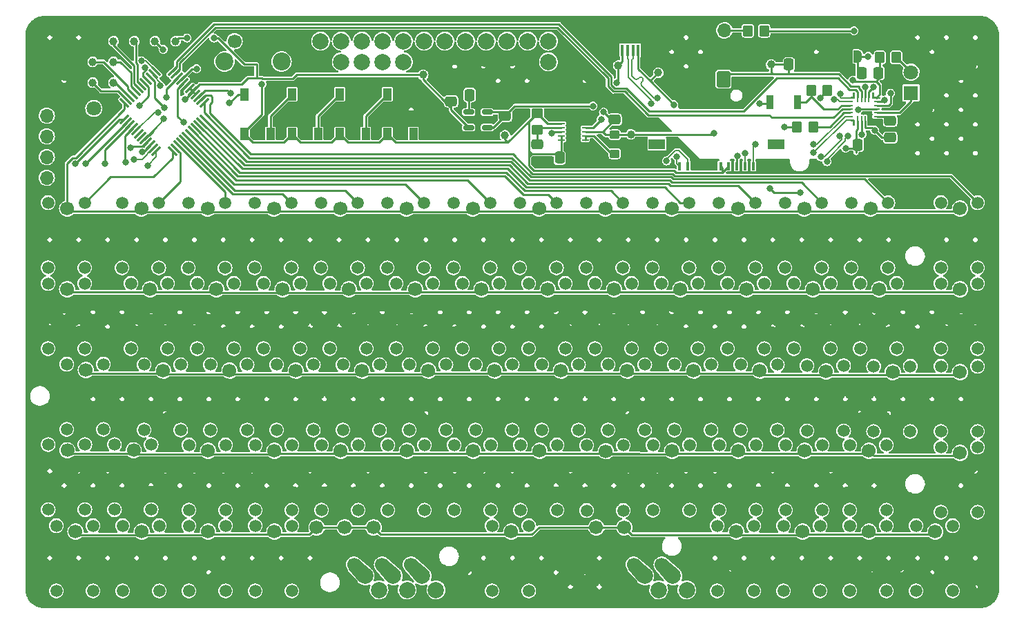
<source format=gbr>
%TF.GenerationSoftware,KiCad,Pcbnew,6.0.0-rc1-unknown-d76c6bc884~144~ubuntu21.10.1*%
%TF.CreationDate,2021-11-30T16:14:44+00:00*%
%TF.ProjectId,tad2_bottom,74616432-5f62-46f7-9474-6f6d2e6b6963,rev?*%
%TF.SameCoordinates,Original*%
%TF.FileFunction,Copper,L1,Top*%
%TF.FilePolarity,Positive*%
%FSLAX46Y46*%
G04 Gerber Fmt 4.6, Leading zero omitted, Abs format (unit mm)*
G04 Created by KiCad (PCBNEW 6.0.0-rc1-unknown-d76c6bc884~144~ubuntu21.10.1) date 2021-11-30 16:14:44*
%MOMM*%
%LPD*%
G01*
G04 APERTURE LIST*
G04 Aperture macros list*
%AMRoundRect*
0 Rectangle with rounded corners*
0 $1 Rounding radius*
0 $2 $3 $4 $5 $6 $7 $8 $9 X,Y pos of 4 corners*
0 Add a 4 corners polygon primitive as box body*
4,1,4,$2,$3,$4,$5,$6,$7,$8,$9,$2,$3,0*
0 Add four circle primitives for the rounded corners*
1,1,$1+$1,$2,$3*
1,1,$1+$1,$4,$5*
1,1,$1+$1,$6,$7*
1,1,$1+$1,$8,$9*
0 Add four rect primitives between the rounded corners*
20,1,$1+$1,$2,$3,$4,$5,0*
20,1,$1+$1,$4,$5,$6,$7,0*
20,1,$1+$1,$6,$7,$8,$9,0*
20,1,$1+$1,$8,$9,$2,$3,0*%
%AMRotRect*
0 Rectangle, with rotation*
0 The origin of the aperture is its center*
0 $1 length*
0 $2 width*
0 $3 Rotation angle, in degrees counterclockwise*
0 Add horizontal line*
21,1,$1,$2,0,0,$3*%
%AMFreePoly0*
4,1,26,0.100004,0.512504,0.100005,0.512500,0.100005,-0.406498,0.100006,-0.406500,0.100004,-0.406502,0.100004,-0.406504,0.100003,-0.406504,-0.005996,-0.512504,-0.006000,-0.512506,-0.006002,-0.512505,-0.700000,-0.512505,-0.700004,-0.512504,-0.700005,-0.512500,-0.700005,-0.287500,-0.700004,-0.287496,-0.700000,-0.287495,-0.200005,-0.287495,-0.200005,0.012500,-0.200004,0.012504,-0.200000,0.012505,
-0.100005,0.012505,-0.100005,0.512500,-0.100004,0.512504,-0.100000,0.512505,0.100000,0.512505,0.100004,0.512504,0.100004,0.512504,$1*%
%AMFreePoly1*
4,1,21,0.100004,0.512504,0.100005,0.512500,0.100005,0.012505,0.200000,0.012505,0.200004,0.012504,0.200005,0.012500,0.200005,-0.287495,0.700000,-0.287495,0.700004,-0.287496,0.700005,-0.287500,0.700005,-0.512500,0.700004,-0.512504,0.700000,-0.512505,-0.100000,-0.512505,-0.100004,-0.512504,-0.100005,-0.512500,-0.100005,0.512500,-0.100004,0.512504,-0.100000,0.512505,0.100000,0.512505,
0.100004,0.512504,0.100004,0.512504,$1*%
%AMFreePoly2*
4,1,21,0.100004,0.512504,0.100005,0.512500,0.100005,-0.512500,0.100004,-0.512504,0.100000,-0.512505,-0.700000,-0.512505,-0.700004,-0.512504,-0.700005,-0.512500,-0.700005,-0.287500,-0.700004,-0.287496,-0.700000,-0.287495,-0.200005,-0.287495,-0.200005,0.012500,-0.200004,0.012504,-0.200000,0.012505,-0.100005,0.012505,-0.100005,0.512500,-0.100004,0.512504,-0.100000,0.512505,0.100000,0.512505,
0.100004,0.512504,0.100004,0.512504,$1*%
%AMFreePoly3*
4,1,22,0.500000,-0.750000,0.000000,-0.750000,0.000000,-0.745033,-0.079941,-0.743568,-0.215256,-0.701293,-0.333266,-0.622738,-0.424486,-0.514219,-0.481581,-0.384460,-0.499164,-0.250000,-0.500000,-0.250000,-0.500000,0.250000,-0.499164,0.250000,-0.499963,0.256109,-0.478152,0.396186,-0.417904,0.524511,-0.324060,0.630769,-0.204165,0.706417,-0.067858,0.745374,0.000000,0.744959,0.000000,0.750000,
0.500000,0.750000,0.500000,-0.750000,0.500000,-0.750000,$1*%
%AMFreePoly4*
4,1,20,0.000000,0.744959,0.073905,0.744508,0.209726,0.703889,0.328688,0.626782,0.421226,0.519385,0.479903,0.390333,0.500000,0.250000,0.500000,-0.250000,0.499851,-0.262216,0.476331,-0.402017,0.414519,-0.529596,0.319384,-0.634700,0.198574,-0.708877,0.061801,-0.746166,0.000000,-0.745033,0.000000,-0.750000,-0.500000,-0.750000,-0.500000,0.750000,0.000000,0.750000,0.000000,0.744959,
0.000000,0.744959,$1*%
G04 Aperture macros list end*
%TA.AperFunction,SMDPad,CuDef*%
%ADD10RoundRect,0.250000X0.475000X-0.337500X0.475000X0.337500X-0.475000X0.337500X-0.475000X-0.337500X0*%
%TD*%
%TA.AperFunction,ComponentPad*%
%ADD11C,1.500000*%
%TD*%
%TA.AperFunction,ComponentPad*%
%ADD12C,1.700000*%
%TD*%
%TA.AperFunction,ComponentPad*%
%ADD13R,1.700000X1.700000*%
%TD*%
%TA.AperFunction,ComponentPad*%
%ADD14O,1.700000X1.700000*%
%TD*%
%TA.AperFunction,ComponentPad*%
%ADD15C,2.000000*%
%TD*%
%TA.AperFunction,SMDPad,CuDef*%
%ADD16R,1.000000X1.500000*%
%TD*%
%TA.AperFunction,SMDPad,CuDef*%
%ADD17C,1.000000*%
%TD*%
%TA.AperFunction,SMDPad,CuDef*%
%ADD18R,0.400000X1.000000*%
%TD*%
%TA.AperFunction,SMDPad,CuDef*%
%ADD19R,2.000000X1.300000*%
%TD*%
%TA.AperFunction,SMDPad,CuDef*%
%ADD20RoundRect,0.075000X0.415425X0.521491X-0.521491X-0.415425X-0.415425X-0.521491X0.521491X0.415425X0*%
%TD*%
%TA.AperFunction,SMDPad,CuDef*%
%ADD21RoundRect,0.075000X-0.415425X0.521491X-0.521491X0.415425X0.415425X-0.521491X0.521491X-0.415425X0*%
%TD*%
%TA.AperFunction,SMDPad,CuDef*%
%ADD22RoundRect,0.250000X-0.350000X-0.450000X0.350000X-0.450000X0.350000X0.450000X-0.350000X0.450000X0*%
%TD*%
%TA.AperFunction,SMDPad,CuDef*%
%ADD23RoundRect,0.150000X0.512500X0.150000X-0.512500X0.150000X-0.512500X-0.150000X0.512500X-0.150000X0*%
%TD*%
%TA.AperFunction,SMDPad,CuDef*%
%ADD24RoundRect,0.250000X0.350000X0.450000X-0.350000X0.450000X-0.350000X-0.450000X0.350000X-0.450000X0*%
%TD*%
%TA.AperFunction,ComponentPad*%
%ADD25C,2.200000*%
%TD*%
%TA.AperFunction,SMDPad,CuDef*%
%ADD26RoundRect,0.250000X-0.475000X0.337500X-0.475000X-0.337500X0.475000X-0.337500X0.475000X0.337500X0*%
%TD*%
%TA.AperFunction,ComponentPad*%
%ADD27C,5.000000*%
%TD*%
%TA.AperFunction,SMDPad,CuDef*%
%ADD28R,0.400000X1.350000*%
%TD*%
%TA.AperFunction,SMDPad,CuDef*%
%ADD29R,1.200000X1.900000*%
%TD*%
%TA.AperFunction,ComponentPad*%
%ADD30C,1.450000*%
%TD*%
%TA.AperFunction,ComponentPad*%
%ADD31O,1.200000X1.900000*%
%TD*%
%TA.AperFunction,SMDPad,CuDef*%
%ADD32R,1.500000X1.900000*%
%TD*%
%TA.AperFunction,SMDPad,CuDef*%
%ADD33R,0.900000X1.700000*%
%TD*%
%TA.AperFunction,ComponentPad*%
%ADD34RotRect,1.800000X1.800000X45.000000*%
%TD*%
%TA.AperFunction,ComponentPad*%
%ADD35C,1.800000*%
%TD*%
%TA.AperFunction,SMDPad,CuDef*%
%ADD36RoundRect,0.062500X0.350000X0.062500X-0.350000X0.062500X-0.350000X-0.062500X0.350000X-0.062500X0*%
%TD*%
%TA.AperFunction,SMDPad,CuDef*%
%ADD37R,1.700000X2.500000*%
%TD*%
%TA.AperFunction,SMDPad,CuDef*%
%ADD38FreePoly0,90.000000*%
%TD*%
%TA.AperFunction,SMDPad,CuDef*%
%ADD39R,0.200000X1.200000*%
%TD*%
%TA.AperFunction,SMDPad,CuDef*%
%ADD40FreePoly1,270.000000*%
%TD*%
%TA.AperFunction,SMDPad,CuDef*%
%ADD41R,0.800000X0.200000*%
%TD*%
%TA.AperFunction,SMDPad,CuDef*%
%ADD42FreePoly2,270.000000*%
%TD*%
%TA.AperFunction,SMDPad,CuDef*%
%ADD43FreePoly1,90.000000*%
%TD*%
%TA.AperFunction,SMDPad,CuDef*%
%ADD44FreePoly3,0.000000*%
%TD*%
%TA.AperFunction,SMDPad,CuDef*%
%ADD45FreePoly4,0.000000*%
%TD*%
%TA.AperFunction,SMDPad,CuDef*%
%ADD46RoundRect,0.250000X0.350000X-0.275000X0.350000X0.275000X-0.350000X0.275000X-0.350000X-0.275000X0*%
%TD*%
%TA.AperFunction,SMDPad,CuDef*%
%ADD47RoundRect,0.250000X-0.337500X-0.475000X0.337500X-0.475000X0.337500X0.475000X-0.337500X0.475000X0*%
%TD*%
%TA.AperFunction,ComponentPad*%
%ADD48R,1.800000X1.800000*%
%TD*%
%TA.AperFunction,SMDPad,CuDef*%
%ADD49RoundRect,0.250000X0.337500X0.475000X-0.337500X0.475000X-0.337500X-0.475000X0.337500X-0.475000X0*%
%TD*%
%TA.AperFunction,SMDPad,CuDef*%
%ADD50RoundRect,0.250000X0.450000X-0.350000X0.450000X0.350000X-0.450000X0.350000X-0.450000X-0.350000X0*%
%TD*%
%TA.AperFunction,ComponentPad*%
%ADD51RoundRect,0.250000X0.600000X0.750000X-0.600000X0.750000X-0.600000X-0.750000X0.600000X-0.750000X0*%
%TD*%
%TA.AperFunction,ComponentPad*%
%ADD52O,1.700000X2.000000*%
%TD*%
%TA.AperFunction,ViaPad*%
%ADD53C,0.800000*%
%TD*%
%TA.AperFunction,Conductor*%
%ADD54C,0.250000*%
%TD*%
%TA.AperFunction,Conductor*%
%ADD55C,0.200000*%
%TD*%
G04 APERTURE END LIST*
%TO.C,S_MB2*%
G36*
X80225012Y-162994798D02*
G01*
X78810798Y-164409012D01*
X77544724Y-162913127D01*
X78746805Y-161711046D01*
X80225012Y-162994798D01*
G37*
%TO.C,S_MB5*%
G36*
X114515012Y-162994798D02*
G01*
X113100798Y-164409012D01*
X111834724Y-162913127D01*
X113036805Y-161711046D01*
X114515012Y-162994798D01*
G37*
%TO.C,S_MB3*%
G36*
X83764012Y-162994798D02*
G01*
X82349798Y-164409012D01*
X81083724Y-162913127D01*
X82285805Y-161711046D01*
X83764012Y-162994798D01*
G37*
%TO.C,S_MB4*%
G36*
X111069012Y-162994798D02*
G01*
X109654798Y-164409012D01*
X108388724Y-162913127D01*
X109590805Y-161711046D01*
X111069012Y-162994798D01*
G37*
%TO.C,S_MB1*%
G36*
X76779012Y-162994798D02*
G01*
X75364798Y-164409012D01*
X74098724Y-162913127D01*
X75300805Y-161711046D01*
X76779012Y-162994798D01*
G37*
%TD*%
D10*
%TO.P,C8,1*%
%TO.N,SYS_OUT_VLOW*%
X93218000Y-107260300D03*
%TO.P,C8,2*%
%TO.N,GND_BOT*%
X93218000Y-105185300D03*
%TD*%
D11*
%TO.P,S_'1,0*%
%TO.N,N/C*%
X130248000Y-137899000D03*
%TO.P,S_'1,1,INPUT*%
%TO.N,/U_1_col_11*%
X134748000Y-145899000D03*
X134748000Y-137899000D03*
%TO.P,S_'1,2,TO_DIODE*%
%TO.N,unconnected-(S_'1-Pad2)*%
X130248000Y-145899000D03*
D12*
%TO.P,S_'1,3,FROM_DIODE*%
%TO.N,/U_1_row_2*%
X132600500Y-138613000D03*
%TD*%
D11*
%TO.P,S_;1,0*%
%TO.N,N/C*%
X122120000Y-137795000D03*
%TO.P,S_;1,1,INPUT*%
%TO.N,/U_1_col_10*%
X126620000Y-145795000D03*
X126620000Y-137795000D03*
%TO.P,S_;1,2,TO_DIODE*%
%TO.N,unconnected-(S_;1-Pad2)*%
X122120000Y-145795000D03*
D12*
%TO.P,S_;1,3,FROM_DIODE*%
%TO.N,/U_1_row_2*%
X124472500Y-138509000D03*
%TD*%
D11*
%TO.P,S_ENTER1,0*%
%TO.N,N/C*%
X146666000Y-137975000D03*
%TO.P,S_ENTER1,1,INPUT*%
%TO.N,/U_1_col_13*%
X151166000Y-145975000D03*
X151166000Y-137975000D03*
%TO.P,S_ENTER1,2,TO_DIODE*%
%TO.N,unconnected-(S_ENTER1-Pad2)*%
X146666000Y-145975000D03*
D12*
%TO.P,S_ENTER1,3,FROM_DIODE*%
%TO.N,/U_1_row_2*%
X149018500Y-138689000D03*
%TD*%
D13*
%TO.P,J4,1,Pin_1*%
%TO.N,GND_BOT*%
X37033200Y-104698800D03*
D14*
%TO.P,J4,2,Pin_2*%
%TO.N,BOT_3.3V*%
X37033200Y-107238800D03*
%TO.P,J4,3,Pin_3*%
%TO.N,STM_NRST*%
X37033200Y-109778800D03*
%TO.P,J4,4,Pin_4*%
%TO.N,STM_SW+*%
X37033200Y-112318800D03*
%TO.P,J4,5,Pin_5*%
%TO.N,STM_SW-*%
X37033200Y-114858800D03*
%TD*%
D15*
%TO.P,,1*%
%TO.N,N/C*%
X98552000Y-98094800D03*
%TD*%
D16*
%TO.P,D3,1,VDD*%
%TO.N,BOT_5V*%
X67107000Y-109511000D03*
%TO.P,D3,2,DOUT*%
%TO.N,Net-(D3-Pad2)*%
X70307000Y-109511000D03*
%TO.P,D3,3,VSS*%
%TO.N,GND_BOT*%
X70307000Y-104611000D03*
%TO.P,D3,4,DIN*%
%TO.N,Net-(D2-Pad2)*%
X67107000Y-104611000D03*
%TD*%
D15*
%TO.P,,1*%
%TO.N,N/C*%
X73152000Y-98094800D03*
%TD*%
D17*
%TO.P,BATV,1,1*%
%TO.N,SYS_OUT_VLOW*%
X108661200Y-109524800D03*
%TD*%
D11*
%TO.P,S_MAC1,0*%
%TO.N,N/C*%
X143618000Y-157533000D03*
%TO.P,S_MAC1,1,INPUT*%
%TO.N,/U_1_col_13*%
X148118000Y-165533000D03*
X148118000Y-157533000D03*
%TO.P,S_MAC1,2,TO_DIODE*%
%TO.N,unconnected-(S_MAC1-Pad2)*%
X143618000Y-165533000D03*
D12*
%TO.P,S_MAC1,3,FROM_DIODE*%
%TO.N,/U_1_row_4*%
X145970500Y-158247000D03*
%TD*%
D18*
%TO.P,J1,1,Pin_1*%
%TO.N,USB_DN*%
X123652000Y-113424800D03*
%TO.P,J1,2,Pin_2*%
%TO.N,USB_DP*%
X122652000Y-113424800D03*
%TO.P,J1,3,Pin_3*%
%TO.N,USB_ID*%
X121652000Y-113424800D03*
%TO.P,J1,4,Pin_4*%
%TO.N,BOT_5V*%
X120652000Y-113424800D03*
%TO.P,J1,5,Pin_5*%
X119652000Y-113424800D03*
%TO.P,J1,6,Pin_6*%
%TO.N,GND_BOT*%
X118652000Y-113424800D03*
%TO.P,J1,7,Pin_7*%
X117652000Y-113424800D03*
%TO.P,J1,8,Pin_8*%
X116652000Y-113424800D03*
%TO.P,J1,9,Pin_9*%
%TO.N,STM_USART2-*%
X115652000Y-113424800D03*
%TO.P,J1,10,Pin_10*%
%TO.N,STM_USART2+*%
X114652000Y-113424800D03*
D19*
%TO.P,J1,MP*%
%TO.N,N/C*%
X126452000Y-110724800D03*
X111852000Y-110724800D03*
%TD*%
D11*
%TO.P,S_O1,0*%
%TO.N,N/C*%
X112376000Y-127815000D03*
%TO.P,S_O1,1,INPUT*%
%TO.N,/U_1_col_9*%
X116876000Y-135815000D03*
X116876000Y-127815000D03*
%TO.P,S_O1,2,TO_DIODE*%
%TO.N,unconnected-(S_O1-Pad2)*%
X112376000Y-135815000D03*
D12*
%TO.P,S_O1,3,FROM_DIODE*%
%TO.N,/U_1_row_1*%
X114728500Y-128529000D03*
%TD*%
D11*
%TO.P,S_[1,0*%
%TO.N,N/C*%
X128632000Y-127815000D03*
%TO.P,S_[1,1,INPUT*%
%TO.N,/U_1_col_11*%
X133132000Y-127815000D03*
X133132000Y-135815000D03*
%TO.P,S_[1,2,TO_DIODE*%
%TO.N,unconnected-(S_[1-Pad2)*%
X128632000Y-135815000D03*
D12*
%TO.P,S_[1,3,FROM_DIODE*%
%TO.N,/U_1_row_1*%
X130984500Y-128529000D03*
%TD*%
D20*
%TO.P,U1,1,PC13*%
%TO.N,/U_1_col_12*%
X56322876Y-105681212D03*
%TO.P,U1,2,PC14-OSC32_IN*%
%TO.N,/U_1_col_13*%
X55969322Y-105327658D03*
%TO.P,U1,3,PC15-OSC32_OUT*%
%TO.N,STM_MP_INT*%
X55615769Y-104974105D03*
%TO.P,U1,4,VBAT*%
%TO.N,BOT_3.3V*%
X55262215Y-104620551D03*
%TO.P,U1,5,VREF+*%
X54908662Y-104266998D03*
%TO.P,U1,6,VDD*%
X54555109Y-103913445D03*
%TO.P,U1,7,VSS*%
%TO.N,GND_BOT*%
X54201555Y-103559891D03*
%TO.P,U1,8,PF0-OSC_IN*%
%TO.N,STM_MAX_SKIPB*%
X53848002Y-103206338D03*
%TO.P,U1,9,PF1-OSC_OUT*%
%TO.N,STM_MAX_ON*%
X53494449Y-102852785D03*
%TO.P,U1,10,NRST*%
%TO.N,STM_NRST*%
X53140895Y-102499231D03*
%TO.P,U1,11,PA0*%
%TO.N,STM_MP_OTG*%
X52787342Y-102145678D03*
%TO.P,U1,12,PA1*%
%TO.N,STM_MP_CE{slash}*%
X52433788Y-101792124D03*
D21*
%TO.P,U1,13,PA2*%
%TO.N,STM_USART2-*%
X50436212Y-101792124D03*
%TO.P,U1,14,PA3*%
%TO.N,STM_USART2+*%
X50082658Y-102145678D03*
%TO.P,U1,15,PA4*%
%TO.N,Net-(D2-Pad4)*%
X49729105Y-102499231D03*
%TO.P,U1,16,PA5*%
%TO.N,Net-(POWER1-Pad1)*%
X49375551Y-102852785D03*
%TO.P,U1,17,PA6*%
%TO.N,Net-(U1-Pad17)*%
X49021998Y-103206338D03*
%TO.P,U1,18,PA7*%
%TO.N,Net-(TP8-Pad1)*%
X48668445Y-103559891D03*
%TO.P,U1,19,PB0*%
%TO.N,Net-(TP11-Pad1)*%
X48314891Y-103913445D03*
%TO.P,U1,20,PB1*%
%TO.N,Net-(TP12-Pad1)*%
X47961338Y-104266998D03*
%TO.P,U1,21,PB2*%
%TO.N,Net-(TP13-Pad1)*%
X47607785Y-104620551D03*
%TO.P,U1,22,PB10*%
%TO.N,Net-(TP14-Pad1)*%
X47254231Y-104974105D03*
%TO.P,U1,23,PB11*%
%TO.N,Net-(TP15-Pad1)*%
X46900678Y-105327658D03*
%TO.P,U1,24,PB12*%
%TO.N,/U_1_row_0*%
X46547124Y-105681212D03*
D20*
%TO.P,U1,25,PB13*%
%TO.N,/U_1_row_1*%
X46547124Y-107678788D03*
%TO.P,U1,26,PB14*%
%TO.N,/U_1_row_2*%
X46900678Y-108032342D03*
%TO.P,U1,27,PB15*%
%TO.N,/U_1_row_3*%
X47254231Y-108385895D03*
%TO.P,U1,28,PA8*%
%TO.N,/U_1_row_4*%
X47607785Y-108739449D03*
%TO.P,U1,29,PA9*%
%TO.N,STM_MP_N*%
X47961338Y-109093002D03*
%TO.P,U1,30,PC6*%
%TO.N,unconnected-(U1-Pad30)*%
X48314891Y-109446555D03*
%TO.P,U1,31,PC7*%
%TO.N,unconnected-(U1-Pad31)*%
X48668445Y-109800109D03*
%TO.P,U1,32,PA10*%
%TO.N,STM_MP_P*%
X49021998Y-110153662D03*
%TO.P,U1,33,PA11_[PA9]*%
%TO.N,Net-(TP9-Pad1)*%
X49375551Y-110507215D03*
%TO.P,U1,34,PA12_[PA10]*%
%TO.N,Net-(TP10-Pad1)*%
X49729105Y-110860769D03*
%TO.P,U1,35,PA13*%
%TO.N,STM_SW-*%
X50082658Y-111214322D03*
%TO.P,U1,36,PA14_BOOT0*%
%TO.N,STM_SW+*%
X50436212Y-111567876D03*
D21*
%TO.P,U1,37,PA15*%
%TO.N,/U_1_col_0*%
X52433788Y-111567876D03*
%TO.P,U1,38,PD0*%
%TO.N,/U_1_col_1*%
X52787342Y-111214322D03*
%TO.P,U1,39,PD1*%
%TO.N,/U_1_col_2*%
X53140895Y-110860769D03*
%TO.P,U1,40,PD2*%
%TO.N,/U_1_col_3*%
X53494449Y-110507215D03*
%TO.P,U1,41,PD3*%
%TO.N,/U_1_col_4*%
X53848002Y-110153662D03*
%TO.P,U1,42,PB3*%
%TO.N,/U_1_col_5*%
X54201555Y-109800109D03*
%TO.P,U1,43,PB4*%
%TO.N,/U_1_col_6*%
X54555109Y-109446555D03*
%TO.P,U1,44,PB5*%
%TO.N,/U_1_col_7*%
X54908662Y-109093002D03*
%TO.P,U1,45,PB6*%
%TO.N,/U_1_col_8*%
X55262215Y-108739449D03*
%TO.P,U1,46,PB7*%
%TO.N,/U_1_col_9*%
X55615769Y-108385895D03*
%TO.P,U1,47,PB8*%
%TO.N,/U_1_col_10*%
X55969322Y-108032342D03*
%TO.P,U1,48,PB9*%
%TO.N,/U_1_col_11*%
X56322876Y-107678788D03*
%TD*%
D11*
%TO.P,S_TAB1,0*%
%TO.N,N/C*%
X37192000Y-127815000D03*
%TO.P,S_TAB1,1,INPUT*%
%TO.N,/U_1_col_0*%
X41692000Y-127815000D03*
X41692000Y-135815000D03*
%TO.P,S_TAB1,2,TO_DIODE*%
%TO.N,unconnected-(S_TAB1-Pad2)*%
X37192000Y-135815000D03*
D12*
%TO.P,S_TAB1,3,FROM_DIODE*%
%TO.N,/U_1_row_1*%
X39544500Y-128529000D03*
%TD*%
D11*
%TO.P,S_8,0*%
%TO.N,N/C*%
X103160000Y-117909000D03*
%TO.P,S_8,1,INPUT*%
%TO.N,/U_1_col_8*%
X107660000Y-117909000D03*
X107660000Y-125909000D03*
%TO.P,S_8,2,TO_DIODE*%
%TO.N,unconnected-(S_8-Pad2)*%
X103160000Y-125909000D03*
D12*
%TO.P,S_8,3,FROM_DIODE*%
%TO.N,/U_1_row_0*%
X105512500Y-118623000D03*
%TD*%
D11*
%TO.P,S_+1,0*%
%TO.N,N/C*%
X135672000Y-117909000D03*
%TO.P,S_+1,1,INPUT*%
%TO.N,/U_1_col_12*%
X140172000Y-125909000D03*
X140172000Y-117909000D03*
%TO.P,S_+1,2,TO_DIODE*%
%TO.N,unconnected-(S_+1-Pad2)*%
X135672000Y-125909000D03*
D12*
%TO.P,S_+1,3,FROM_DIODE*%
%TO.N,/U_1_row_0*%
X138024500Y-118623000D03*
%TD*%
D11*
%TO.P,S_3,0*%
%TO.N,N/C*%
X62520000Y-117909000D03*
%TO.P,S_3,1,INPUT*%
%TO.N,/U_1_col_3*%
X67020000Y-117909000D03*
X67020000Y-125909000D03*
%TO.P,S_3,2,TO_DIODE*%
%TO.N,unconnected-(S_3-Pad2)*%
X62520000Y-125909000D03*
D12*
%TO.P,S_3,3,FROM_DIODE*%
%TO.N,/U_1_row_0*%
X64872500Y-118623000D03*
%TD*%
D11*
%TO.P,S_RSH1,0*%
%TO.N,N/C*%
X146666000Y-147881000D03*
%TO.P,S_RSH1,1,INPUT*%
%TO.N,/U_1_col_13*%
X151166000Y-155881000D03*
X151166000Y-147881000D03*
%TO.P,S_RSH1,2,TO_DIODE*%
%TO.N,unconnected-(S_RSH1-Pad2)*%
X146666000Y-155881000D03*
D12*
%TO.P,S_RSH1,3,FROM_DIODE*%
%TO.N,/U_1_row_3*%
X149018500Y-148595000D03*
%TD*%
D11*
%TO.P,S_X1,0*%
%TO.N,N/C*%
X62592000Y-147627000D03*
%TO.P,S_X1,1,INPUT*%
%TO.N,/U_1_col_3*%
X67092000Y-147627000D03*
X67092000Y-155627000D03*
%TO.P,S_X1,2,TO_DIODE*%
%TO.N,unconnected-(S_X1-Pad2)*%
X62592000Y-155627000D03*
D12*
%TO.P,S_X1,3,FROM_DIODE*%
%TO.N,/U_1_row_3*%
X64944500Y-148341000D03*
%TD*%
D17*
%TO.P,TP4,1,1*%
%TO.N,Net-(BM1-Pad17)*%
X125857000Y-100965000D03*
%TD*%
D15*
%TO.P,,1*%
%TO.N,N/C*%
X88392000Y-98094800D03*
%TD*%
D11*
%TO.P,S_I1,0*%
%TO.N,N/C*%
X104248000Y-127815000D03*
%TO.P,S_I1,1,INPUT*%
%TO.N,/U_1_col_8*%
X108748000Y-135815000D03*
X108748000Y-127815000D03*
%TO.P,S_I1,2,TO_DIODE*%
%TO.N,unconnected-(S_I1-Pad2)*%
X104248000Y-135815000D03*
D12*
%TO.P,S_I1,3,FROM_DIODE*%
%TO.N,/U_1_row_1*%
X106600500Y-128529000D03*
%TD*%
D11*
%TO.P,S_D1,0*%
%TO.N,N/C*%
X65224000Y-137795000D03*
%TO.P,S_D1,1,INPUT*%
%TO.N,/U_1_col_3*%
X69724000Y-145795000D03*
X69724000Y-137795000D03*
%TO.P,S_D1,2,TO_DIODE*%
%TO.N,unconnected-(S_D1-Pad2)*%
X65224000Y-145795000D03*
D12*
%TO.P,S_D1,3,FROM_DIODE*%
%TO.N,/U_1_row_2*%
X67576500Y-138509000D03*
%TD*%
D15*
%TO.P,,1*%
%TO.N,N/C*%
X73152000Y-100634800D03*
%TD*%
D11*
%TO.P,S_CTR1,0*%
%TO.N,N/C*%
X39478000Y-137721000D03*
%TO.P,S_CTR1,1,INPUT*%
%TO.N,/U_1_col_0*%
X43978000Y-137721000D03*
X43978000Y-145721000D03*
%TO.P,S_CTR1,2,TO_DIODE*%
%TO.N,unconnected-(S_CTR1-Pad2)*%
X39478000Y-145721000D03*
D12*
%TO.P,S_CTR1,3,FROM_DIODE*%
%TO.N,/U_1_row_2*%
X41830500Y-138435000D03*
%TD*%
D11*
%TO.P,S_L1,0*%
%TO.N,N/C*%
X113992000Y-137795000D03*
%TO.P,S_L1,1,INPUT*%
%TO.N,/U_1_col_9*%
X118492000Y-145795000D03*
X118492000Y-137795000D03*
%TO.P,S_L1,2,TO_DIODE*%
%TO.N,unconnected-(S_L1-Pad2)*%
X113992000Y-145795000D03*
D12*
%TO.P,S_L1,3,FROM_DIODE*%
%TO.N,/U_1_row_2*%
X116344500Y-138509000D03*
%TD*%
D11*
%TO.P,S_J1,0*%
%TO.N,N/C*%
X97736000Y-137795000D03*
%TO.P,S_J1,1,INPUT*%
%TO.N,/U_1_col_7*%
X102236000Y-145795000D03*
X102236000Y-137795000D03*
%TO.P,S_J1,2,TO_DIODE*%
%TO.N,unconnected-(S_J1-Pad2)*%
X97736000Y-145795000D03*
D12*
%TO.P,S_J1,3,FROM_DIODE*%
%TO.N,/U_1_row_2*%
X100088500Y-138509000D03*
%TD*%
D15*
%TO.P,,1*%
%TO.N,N/C*%
X96012000Y-98094800D03*
%TD*%
D11*
%TO.P,S_T1,0*%
%TO.N,N/C*%
X79864000Y-127815000D03*
%TO.P,S_T1,1,INPUT*%
%TO.N,/U_1_col_5*%
X84364000Y-127815000D03*
X84364000Y-135815000D03*
%TO.P,S_T1,2,TO_DIODE*%
%TO.N,unconnected-(S_T1-Pad2)*%
X79864000Y-135815000D03*
D12*
%TO.P,S_T1,3,FROM_DIODE*%
%TO.N,/U_1_row_1*%
X82216500Y-128529000D03*
%TD*%
D22*
%TO.P,R2,1*%
%TO.N,AGND*%
X129032000Y-108634800D03*
%TO.P,R2,2*%
%TO.N,Net-(BM1-Pad24)*%
X131032000Y-108634800D03*
%TD*%
D11*
%TO.P,S_2,0*%
%TO.N,N/C*%
X54392000Y-117917000D03*
%TO.P,S_2,1,INPUT*%
%TO.N,/U_1_col_2*%
X58892000Y-117917000D03*
X58892000Y-125917000D03*
%TO.P,S_2,2,TO_DIODE*%
%TO.N,unconnected-(S_2-Pad2)*%
X54392000Y-125917000D03*
D12*
%TO.P,S_2,3,FROM_DIODE*%
%TO.N,/U_1_row_0*%
X56744500Y-118631000D03*
%TD*%
D15*
%TO.P,,1*%
%TO.N,N/C*%
X93472000Y-98094800D03*
%TD*%
D11*
%TO.P,S_SPC1,0*%
%TO.N,N/C*%
X91640000Y-157533000D03*
%TO.P,S_SPC1,1,INPUT*%
%TO.N,/U_1_col_7*%
X96140000Y-165533000D03*
X96140000Y-157533000D03*
%TO.P,S_SPC1,2,TO_DIODE*%
%TO.N,unconnected-(S_SPC1-Pad2)*%
X91640000Y-165533000D03*
D12*
%TO.P,S_SPC1,3,FROM_DIODE*%
%TO.N,/U_1_row_4*%
X93992500Y-158247000D03*
%TD*%
D11*
%TO.P,S_LSH1,0*%
%TO.N,N/C*%
X37212000Y-147574000D03*
%TO.P,S_LSH1,1,INPUT*%
%TO.N,/U_1_col_0*%
X41712000Y-155574000D03*
X41712000Y-147574000D03*
%TO.P,S_LSH1,2,TO_DIODE*%
%TO.N,unconnected-(S_LSH1-Pad2)*%
X37212000Y-155574000D03*
D12*
%TO.P,S_LSH1,3,FROM_DIODE*%
%TO.N,/U_1_row_3*%
X39564500Y-148288000D03*
%TD*%
D11*
%TO.P,S_RFN1,0*%
%TO.N,N/C*%
X135490000Y-157533000D03*
%TO.P,S_RFN1,1,INPUT*%
%TO.N,/U_1_col_12*%
X139990000Y-165533000D03*
X139990000Y-157533000D03*
%TO.P,S_RFN1,2,TO_DIODE*%
%TO.N,unconnected-(S_RFN1-Pad2)*%
X135490000Y-165533000D03*
D12*
%TO.P,S_RFN1,3,FROM_DIODE*%
%TO.N,/U_1_row_4*%
X137842500Y-158247000D03*
%TD*%
D11*
%TO.P,S_\u005C1,0*%
%TO.N,N/C*%
X138414000Y-137975000D03*
%TO.P,S_\u005C1,1,INPUT*%
%TO.N,/U_1_col_12*%
X142914000Y-145975000D03*
X142914000Y-137975000D03*
%TO.P,S_\u005C1,2,TO_DIODE*%
%TO.N,unconnected-(S_\u005C1-Pad2)*%
X138414000Y-145975000D03*
D12*
%TO.P,S_\u005C1,3,FROM_DIODE*%
%TO.N,/U_1_row_2*%
X140766500Y-138689000D03*
%TD*%
D11*
%TO.P,S_1,0*%
%TO.N,N/C*%
X46264000Y-117909000D03*
%TO.P,S_1,1,INPUT*%
%TO.N,/U_1_col_1*%
X50764000Y-125909000D03*
X50764000Y-117909000D03*
%TO.P,S_1,2,TO_DIODE*%
%TO.N,unconnected-(S_1-Pad2)*%
X46264000Y-125909000D03*
D12*
%TO.P,S_1,3,FROM_DIODE*%
%TO.N,/U_1_row_0*%
X48616500Y-118623000D03*
%TD*%
D17*
%TO.P,3V3,1,1*%
%TO.N,BOT_3.3V*%
X52832000Y-98094800D03*
%TD*%
D23*
%TO.P,U3,1,VIN*%
%TO.N,SYS_OUT_VLOW*%
X91053500Y-108696800D03*
%TO.P,U3,2,GND*%
%TO.N,GND_BOT*%
X91053500Y-107746800D03*
%TO.P,U3,3,INH*%
%TO.N,SYS_OUT_VLOW*%
X91053500Y-106796800D03*
%TO.P,U3,4,BYP*%
%TO.N,Net-(C9-Pad1)*%
X88778500Y-106796800D03*
%TO.P,U3,5,VOUT*%
%TO.N,BOT_3.3V*%
X88778500Y-108696800D03*
%TD*%
D11*
%TO.P,S_/1,0*%
%TO.N,N/C*%
X127616000Y-147627000D03*
%TO.P,S_/1,1,INPUT*%
%TO.N,/U_1_col_11*%
X132116000Y-147627000D03*
X132116000Y-155627000D03*
%TO.P,S_/1,2,TO_DIODE*%
%TO.N,unconnected-(S_/1-Pad2)*%
X127616000Y-155627000D03*
D12*
%TO.P,S_/1,3,FROM_DIODE*%
%TO.N,/U_1_row_3*%
X129968500Y-148341000D03*
%TD*%
D11*
%TO.P,S_7,0*%
%TO.N,N/C*%
X95032000Y-117909000D03*
%TO.P,S_7,1,INPUT*%
%TO.N,/U_1_col_7*%
X99532000Y-125909000D03*
X99532000Y-117909000D03*
%TO.P,S_7,2,TO_DIODE*%
%TO.N,unconnected-(S_7-Pad2)*%
X95032000Y-125909000D03*
D12*
%TO.P,S_7,3,FROM_DIODE*%
%TO.N,/U_1_row_0*%
X97384500Y-118623000D03*
%TD*%
D16*
%TO.P,D4,1,VDD*%
%TO.N,BOT_5V*%
X72949000Y-109511000D03*
%TO.P,D4,2,DOUT*%
%TO.N,Net-(D4-Pad2)*%
X76149000Y-109511000D03*
%TO.P,D4,3,VSS*%
%TO.N,GND_BOT*%
X76149000Y-104611000D03*
%TO.P,D4,4,DIN*%
%TO.N,Net-(D3-Pad2)*%
X72949000Y-104611000D03*
%TD*%
D17*
%TO.P,TP14,1,1*%
%TO.N,Net-(TP14-Pad1)*%
X45212000Y-103174800D03*
%TD*%
D24*
%TO.P,R5,1*%
%TO.N,Net-(BM1-Pad11)*%
X125000000Y-96824800D03*
%TO.P,R5,2*%
%TO.N,Net-(R5-Pad2)*%
X123000000Y-96824800D03*
%TD*%
D17*
%TO.P,GND,1,1*%
%TO.N,GND_BOT*%
X42672000Y-98094800D03*
%TD*%
D11*
%TO.P,S_P1,0*%
%TO.N,N/C*%
X120504000Y-127815000D03*
%TO.P,S_P1,1,INPUT*%
%TO.N,/U_1_col_10*%
X125004000Y-127815000D03*
X125004000Y-135815000D03*
%TO.P,S_P1,2,TO_DIODE*%
%TO.N,unconnected-(S_P1-Pad2)*%
X120504000Y-135815000D03*
D12*
%TO.P,S_P1,3,FROM_DIODE*%
%TO.N,/U_1_row_1*%
X122856500Y-128529000D03*
%TD*%
D25*
%TO.P,POWER1,*%
%TO.N,*%
X58821000Y-100594800D03*
X65821000Y-100594800D03*
D12*
%TO.P,POWER1,1,1*%
%TO.N,Net-(POWER1-Pad1)*%
X60071000Y-98094800D03*
%TO.P,POWER1,2,2*%
%TO.N,GND_BOT*%
X64571000Y-98094800D03*
%TD*%
D22*
%TO.P,R1,1*%
%TO.N,/VREF_MP2723*%
X139208000Y-100076000D03*
%TO.P,R1,2*%
%TO.N,Net-(D1-Pad2)*%
X141208000Y-100076000D03*
%TD*%
D11*
%TO.P,S_-1,0*%
%TO.N,N/C*%
X127544000Y-117909000D03*
%TO.P,S_-1,1,INPUT*%
%TO.N,/U_1_col_11*%
X132044000Y-125909000D03*
X132044000Y-117909000D03*
%TO.P,S_-1,2,TO_DIODE*%
%TO.N,unconnected-(S_-1-Pad2)*%
X127544000Y-125909000D03*
D12*
%TO.P,S_-1,3,FROM_DIODE*%
%TO.N,/U_1_row_0*%
X129896500Y-118623000D03*
%TD*%
D11*
%TO.P,S_]1,0*%
%TO.N,N/C*%
X136760000Y-127815000D03*
%TO.P,S_]1,1,INPUT*%
%TO.N,/U_1_col_12*%
X141260000Y-127815000D03*
X141260000Y-135815000D03*
%TO.P,S_]1,2,TO_DIODE*%
%TO.N,unconnected-(S_]1-Pad2)*%
X136760000Y-135815000D03*
D12*
%TO.P,S_]1,3,FROM_DIODE*%
%TO.N,/U_1_row_1*%
X139112500Y-128529000D03*
%TD*%
D15*
%TO.P,S_MB2,1,INPUT*%
%TO.N,/U_1_col_5*%
X81224154Y-165408154D03*
D12*
%TO.P,S_MB2,2,TO_DIODE*%
%TO.N,unconnected-(S_MB2-Pad2)*%
X78145764Y-162312087D03*
D15*
X79517905Y-163701905D03*
D12*
%TO.P,S_MB2,3,FROM_DIODE*%
%TO.N,/U_1_row_4*%
X73565834Y-157732156D03*
%TD*%
D26*
%TO.P,C5,1*%
%TO.N,GND_BOT*%
X106680000Y-105642500D03*
%TO.P,C5,2*%
%TO.N,SYS_OUT_VLOW*%
X106680000Y-107717500D03*
%TD*%
D17*
%TO.P,TP15,1,1*%
%TO.N,Net-(TP15-Pad1)*%
X42672000Y-103174800D03*
%TD*%
%TO.P,TP12,1,1*%
%TO.N,Net-(TP12-Pad1)*%
X45212000Y-100634800D03*
%TD*%
%TO.P,TP13,1,1*%
%TO.N,Net-(TP13-Pad1)*%
X42672000Y-100634800D03*
%TD*%
%TO.P,TP1,1,1*%
%TO.N,USB_ID*%
X107102020Y-101089063D03*
%TD*%
D27*
%TO.P,H2,1,1*%
%TO.N,GND_BOT*%
X148590000Y-100330000D03*
%TD*%
D11*
%TO.P,S_U1,0*%
%TO.N,N/C*%
X96120000Y-127815000D03*
%TO.P,S_U1,1,INPUT*%
%TO.N,/U_1_col_7*%
X100620000Y-127815000D03*
X100620000Y-135815000D03*
%TO.P,S_U1,2,TO_DIODE*%
%TO.N,unconnected-(S_U1-Pad2)*%
X96120000Y-135815000D03*
D12*
%TO.P,S_U1,3,FROM_DIODE*%
%TO.N,/U_1_row_1*%
X98472500Y-128529000D03*
%TD*%
D28*
%TO.P,J2,1,VBUS*%
%TO.N,USB_VBUS*%
X109550000Y-99200000D03*
%TO.P,J2,2,D-*%
%TO.N,USB_DN*%
X108900000Y-99200000D03*
%TO.P,J2,3,D+*%
%TO.N,USB_DP*%
X108250000Y-99200000D03*
%TO.P,J2,4,ID*%
%TO.N,USB_ID*%
X107600000Y-99200000D03*
%TO.P,J2,5,GND*%
%TO.N,GND_BOT*%
X106950000Y-99200000D03*
D29*
%TO.P,J2,6,Shield*%
X111150000Y-96500000D03*
D30*
X110750000Y-99200000D03*
D31*
X111750000Y-96500000D03*
D29*
X105350000Y-96500000D03*
D31*
X104750000Y-96500000D03*
D32*
X107250000Y-96500000D03*
X109250000Y-96500000D03*
D30*
X105750000Y-99200000D03*
%TD*%
D11*
%TO.P,S_RIG1,0*%
%TO.N,N/C*%
X127362000Y-157533000D03*
%TO.P,S_RIG1,1,INPUT*%
%TO.N,/U_1_col_11*%
X131862000Y-157533000D03*
X131862000Y-165533000D03*
%TO.P,S_RIG1,2,TO_DIODE*%
%TO.N,unconnected-(S_RIG1-Pad2)*%
X127362000Y-165533000D03*
D12*
%TO.P,S_RIG1,3,FROM_DIODE*%
%TO.N,/U_1_row_4*%
X129714500Y-158247000D03*
%TD*%
D11*
%TO.P,S_LHY1,0*%
%TO.N,N/C*%
X38208000Y-157533000D03*
%TO.P,S_LHY1,1,INPUT*%
%TO.N,/U_1_col_0*%
X42708000Y-157533000D03*
X42708000Y-165533000D03*
%TO.P,S_LHY1,2,TO_DIODE*%
%TO.N,unconnected-(S_LHY1-Pad2)*%
X38208000Y-165533000D03*
D12*
%TO.P,S_LHY1,3,FROM_DIODE*%
%TO.N,/U_1_row_4*%
X40560500Y-158247000D03*
%TD*%
D15*
%TO.P,,1*%
%TO.N,N/C*%
X75692000Y-100634800D03*
%TD*%
D11*
%TO.P,S_.1,0*%
%TO.N,N/C*%
X119488000Y-147627000D03*
%TO.P,S_.1,1,INPUT*%
%TO.N,/U_1_col_10*%
X123988000Y-155627000D03*
X123988000Y-147627000D03*
%TO.P,S_.1,2,TO_DIODE*%
%TO.N,unconnected-(S_.1-Pad2)*%
X119488000Y-155627000D03*
D12*
%TO.P,S_.1,3,FROM_DIODE*%
%TO.N,/U_1_row_3*%
X121840500Y-148341000D03*
%TD*%
D15*
%TO.P,,1*%
%TO.N,N/C*%
X98552000Y-100634800D03*
%TD*%
%TO.P,,1*%
%TO.N,N/C*%
X78232000Y-98094800D03*
%TD*%
%TO.P,S_MB5,1,INPUT*%
%TO.N,/U_1_col_9*%
X115514154Y-165408154D03*
D12*
%TO.P,S_MB5,2,TO_DIODE*%
%TO.N,unconnected-(S_MB5-Pad2)*%
X112435764Y-162312087D03*
D15*
X113807905Y-163701905D03*
D12*
%TO.P,S_MB5,3,FROM_DIODE*%
%TO.N,/U_1_row_4*%
X107855834Y-157732156D03*
%TD*%
D11*
%TO.P,S_4,0*%
%TO.N,N/C*%
X70648000Y-117909000D03*
%TO.P,S_4,1,INPUT*%
%TO.N,/U_1_col_4*%
X75148000Y-125909000D03*
X75148000Y-117909000D03*
%TO.P,S_4,2,TO_DIODE*%
%TO.N,unconnected-(S_4-Pad2)*%
X70648000Y-125909000D03*
D12*
%TO.P,S_4,3,FROM_DIODE*%
%TO.N,/U_1_row_0*%
X73000500Y-118623000D03*
%TD*%
D11*
%TO.P,S_C1,0*%
%TO.N,N/C*%
X70720000Y-147627000D03*
%TO.P,S_C1,1,INPUT*%
%TO.N,/U_1_col_4*%
X75220000Y-147627000D03*
X75220000Y-155627000D03*
%TO.P,S_C1,2,TO_DIODE*%
%TO.N,unconnected-(S_C1-Pad2)*%
X70720000Y-155627000D03*
D12*
%TO.P,S_C1,3,FROM_DIODE*%
%TO.N,/U_1_row_3*%
X73072500Y-148341000D03*
%TD*%
D15*
%TO.P,,1*%
%TO.N,N/C*%
X75692000Y-98094800D03*
%TD*%
D11*
%TO.P,S_TIL1,0*%
%TO.N,N/C*%
X135490000Y-147627000D03*
%TO.P,S_TIL1,1,INPUT*%
%TO.N,/U_1_col_12*%
X139990000Y-147627000D03*
X139990000Y-155627000D03*
%TO.P,S_TIL1,2,TO_DIODE*%
%TO.N,unconnected-(S_TIL1-Pad2)*%
X135490000Y-155627000D03*
D12*
%TO.P,S_TIL1,3,FROM_DIODE*%
%TO.N,/U_1_row_3*%
X137842500Y-148341000D03*
%TD*%
D17*
%TO.P,5V,1,1*%
%TO.N,BOT_5V*%
X50292000Y-98094800D03*
%TD*%
D11*
%TO.P,S_H1,0*%
%TO.N,N/C*%
X89608000Y-137795000D03*
%TO.P,S_H1,1,INPUT*%
%TO.N,/U_1_col_6*%
X94108000Y-137795000D03*
X94108000Y-145795000D03*
%TO.P,S_H1,2,TO_DIODE*%
%TO.N,unconnected-(S_H1-Pad2)*%
X89608000Y-145795000D03*
D12*
%TO.P,S_H1,3,FROM_DIODE*%
%TO.N,/U_1_row_2*%
X91960500Y-138509000D03*
%TD*%
D33*
%TO.P,SW1,1,1*%
%TO.N,AGND*%
X125702000Y-105544800D03*
%TO.P,SW1,2,2*%
%TO.N,Net-(BM1-Pad22)*%
X129102000Y-105544800D03*
%TD*%
D16*
%TO.P,D5,1,VDD*%
%TO.N,BOT_5V*%
X78791000Y-109511000D03*
%TO.P,D5,2,DOUT*%
%TO.N,unconnected-(D5-Pad2)*%
X81991000Y-109511000D03*
%TO.P,D5,3,VSS*%
%TO.N,GND_BOT*%
X81991000Y-104611000D03*
%TO.P,D5,4,DIN*%
%TO.N,Net-(D4-Pad2)*%
X78791000Y-104611000D03*
%TD*%
D10*
%TO.P,C3,1*%
%TO.N,Net-(BM1-Pad4)*%
X140462000Y-109927300D03*
%TO.P,C3,2*%
%TO.N,Net-(BM1-Pad8)*%
X140462000Y-107852300D03*
%TD*%
D17*
%TO.P,TP11,1,1*%
%TO.N,Net-(TP11-Pad1)*%
X45212000Y-98094800D03*
%TD*%
%TO.P,TP2,1,1*%
%TO.N,USB_VBUS*%
X112014000Y-101981000D03*
%TD*%
D15*
%TO.P,,1*%
%TO.N,N/C*%
X83312000Y-98094800D03*
%TD*%
D17*
%TO.P,GND,1,1*%
%TO.N,GND_BOT*%
X100852000Y-103714800D03*
%TD*%
D34*
%TO.P,D6,1,K*%
%TO.N,GND_BOT*%
X41008439Y-108140361D03*
D35*
%TO.P,D6,2,A*%
%TO.N,Net-(D6-Pad2)*%
X42804490Y-106344310D03*
%TD*%
D11*
%TO.P,S_K1,0*%
%TO.N,N/C*%
X105864000Y-137795000D03*
%TO.P,S_K1,1,INPUT*%
%TO.N,/U_1_col_8*%
X110364000Y-145795000D03*
X110364000Y-137795000D03*
%TO.P,S_K1,2,TO_DIODE*%
%TO.N,unconnected-(S_K1-Pad2)*%
X105864000Y-145795000D03*
D12*
%TO.P,S_K1,3,FROM_DIODE*%
%TO.N,/U_1_row_2*%
X108216500Y-138509000D03*
%TD*%
D36*
%TO.P,U2,1,LX*%
%TO.N,Net-(L3-Pad1)*%
X103062500Y-110220000D03*
%TO.P,U2,2,LX*%
X103062500Y-109720000D03*
%TO.P,U2,3,BATT*%
%TO.N,SYS_OUT_VLOW*%
X103062500Y-109220000D03*
%TO.P,U2,4,ON*%
%TO.N,STM_MAX_ON*%
X103062500Y-108720000D03*
%TO.P,U2,5,GND*%
%TO.N,GND_BOT*%
X103062500Y-108220000D03*
%TO.P,U2,6,FB*%
%TO.N,BOT_5V*%
X100137500Y-108220000D03*
%TO.P,U2,7,OUTS*%
%TO.N,Net-(C6-Pad2)*%
X100137500Y-108720000D03*
%TO.P,U2,8,SKIPB*%
%TO.N,STM_MAX_SKIPB*%
X100137500Y-109220000D03*
%TO.P,U2,9,POUT*%
%TO.N,BOT_5V*%
X100137500Y-109720000D03*
%TO.P,U2,10,POUT*%
X100137500Y-110220000D03*
D37*
%TO.P,U2,11,GND*%
%TO.N,GND_BOT*%
X101600000Y-109220000D03*
%TD*%
D15*
%TO.P,,1*%
%TO.N,N/C*%
X80772000Y-100634800D03*
%TD*%
D27*
%TO.P,H3,1,1*%
%TO.N,GND_BOT*%
X101600000Y-161290000D03*
%TD*%
D38*
%TO.P,BM1,1,DP*%
%TO.N,USB_DP*%
X135629500Y-107776000D03*
D39*
%TO.P,BM1,2,IN*%
%TO.N,USB_VBUS*%
X136492000Y-107876000D03*
%TO.P,BM1,3,PMID*%
%TO.N,Net-(BM1-Pad3)*%
X136942000Y-107876000D03*
%TO.P,BM1,4,SW*%
%TO.N,Net-(BM1-Pad4)*%
X137392000Y-107876000D03*
%TO.P,BM1,5,PGND*%
%TO.N,GND_BOT*%
X137842000Y-107876000D03*
D40*
%TO.P,BM1,6,PGND*%
X138704500Y-107776000D03*
D41*
%TO.P,BM1,8,BST*%
%TO.N,Net-(BM1-Pad8)*%
X138817000Y-107326000D03*
%TO.P,BM1,9,STAT*%
%TO.N,Net-(BM1-Pad9)*%
X138817000Y-106876000D03*
%TO.P,BM1,10,INT*%
%TO.N,STM_MP_INT*%
X138817000Y-106426000D03*
%TO.P,BM1,11,NTC*%
%TO.N,Net-(BM1-Pad11)*%
X138817000Y-105976000D03*
%TO.P,BM1,12,VNTC*%
%TO.N,Net-(BM1-Pad12)*%
X138817000Y-105526000D03*
D42*
%TO.P,BM1,13,VREF*%
%TO.N,/VREF_MP2723*%
X138704500Y-105076000D03*
D39*
%TO.P,BM1,15,AGND*%
%TO.N,AGND*%
X137842000Y-104976000D03*
%TO.P,BM1,16,SYS*%
%TO.N,SYS_OUT_VLOW*%
X137392000Y-104976000D03*
%TO.P,BM1,17,BATT*%
%TO.N,Net-(BM1-Pad17)*%
X136942000Y-104976000D03*
%TO.P,BM1,18,CE/*%
%TO.N,STM_MP_CE{slash}*%
X136492000Y-104976000D03*
D43*
%TO.P,BM1,19,SCL*%
%TO.N,STM_MP_N*%
X135629500Y-105076000D03*
D41*
%TO.P,BM1,21,SDA*%
%TO.N,STM_MP_P*%
X135517000Y-105526000D03*
%TO.P,BM1,22,DISC*%
%TO.N,Net-(BM1-Pad22)*%
X135517000Y-105976000D03*
%TO.P,BM1,23,OTG*%
%TO.N,STM_MP_OTG*%
X135517000Y-106426000D03*
%TO.P,BM1,24,ILIM*%
%TO.N,Net-(BM1-Pad24)*%
X135517000Y-106876000D03*
%TO.P,BM1,25,DM*%
%TO.N,USB_DN*%
X135517000Y-107326000D03*
%TD*%
D11*
%TO.P,S_DOWN1,0*%
%TO.N,N/C*%
X62592000Y-157533000D03*
%TO.P,S_DOWN1,1,INPUT*%
%TO.N,/U_1_col_3*%
X67092000Y-157533000D03*
X67092000Y-165533000D03*
%TO.P,S_DOWN1,2,TO_DIODE*%
%TO.N,unconnected-(S_DOWN1-Pad2)*%
X62592000Y-165533000D03*
D12*
%TO.P,S_DOWN1,3,FROM_DIODE*%
%TO.N,/U_1_row_4*%
X64944500Y-158247000D03*
%TD*%
D11*
%TO.P,S_A1,0*%
%TO.N,N/C*%
X48968000Y-137795000D03*
%TO.P,S_A1,1,INPUT*%
%TO.N,/U_1_col_1*%
X53468000Y-145795000D03*
X53468000Y-137795000D03*
%TO.P,S_A1,2,TO_DIODE*%
%TO.N,unconnected-(S_A1-Pad2)*%
X48968000Y-145795000D03*
D12*
%TO.P,S_A1,3,FROM_DIODE*%
%TO.N,/U_1_row_2*%
X51320500Y-138509000D03*
%TD*%
D11*
%TO.P,S_BCK1,0*%
%TO.N,N/C*%
X146666000Y-127815000D03*
%TO.P,S_BCK1,1,INPUT*%
%TO.N,/U_1_col_13*%
X151166000Y-135815000D03*
X151166000Y-127815000D03*
%TO.P,S_BCK1,2,TO_DIODE*%
%TO.N,unconnected-(S_BCK1-Pad2)*%
X146666000Y-135815000D03*
D12*
%TO.P,S_BCK1,3,FROM_DIODE*%
%TO.N,/U_1_row_1*%
X149018500Y-128529000D03*
%TD*%
D15*
%TO.P,S_MB3,1,INPUT*%
%TO.N,/U_1_col_6*%
X84763154Y-165408154D03*
D12*
%TO.P,S_MB3,2,TO_DIODE*%
%TO.N,unconnected-(S_MB3-Pad2)*%
X81684764Y-162312087D03*
D15*
X83056905Y-163701905D03*
D12*
%TO.P,S_MB3,3,FROM_DIODE*%
%TO.N,/U_1_row_4*%
X77104834Y-157732156D03*
%TD*%
D11*
%TO.P,S_10,0*%
%TO.N,N/C*%
X119416000Y-117909000D03*
%TO.P,S_10,1,INPUT*%
%TO.N,/U_1_col_10*%
X123916000Y-125909000D03*
X123916000Y-117909000D03*
%TO.P,S_10,2,TO_DIODE*%
%TO.N,unconnected-(S_10-Pad2)*%
X119416000Y-125909000D03*
D12*
%TO.P,S_10,3,FROM_DIODE*%
%TO.N,/U_1_row_0*%
X121768500Y-118623000D03*
%TD*%
D11*
%TO.P,S_DEL1,0*%
%TO.N,N/C*%
X146666000Y-117909000D03*
%TO.P,S_DEL1,1,INPUT*%
%TO.N,/U_1_col_13*%
X151166000Y-117909000D03*
X151166000Y-125909000D03*
%TO.P,S_DEL1,2,TO_DIODE*%
%TO.N,unconnected-(S_DEL1-Pad2)*%
X146666000Y-125909000D03*
D12*
%TO.P,S_DEL1,3,FROM_DIODE*%
%TO.N,/U_1_row_0*%
X149018500Y-118623000D03*
%TD*%
D11*
%TO.P,S_R1,0*%
%TO.N,N/C*%
X71736000Y-127815000D03*
%TO.P,S_R1,1,INPUT*%
%TO.N,/U_1_col_4*%
X76236000Y-127815000D03*
X76236000Y-135815000D03*
%TO.P,S_R1,2,TO_DIODE*%
%TO.N,unconnected-(S_R1-Pad2)*%
X71736000Y-135815000D03*
D12*
%TO.P,S_R1,3,FROM_DIODE*%
%TO.N,/U_1_row_1*%
X74088500Y-128529000D03*
%TD*%
D11*
%TO.P,S_B1,0*%
%TO.N,N/C*%
X86976000Y-147627000D03*
%TO.P,S_B1,1,INPUT*%
%TO.N,/U_1_col_6*%
X91476000Y-147627000D03*
X91476000Y-155627000D03*
%TO.P,S_B1,2,TO_DIODE*%
%TO.N,unconnected-(S_B1-Pad2)*%
X86976000Y-155627000D03*
D12*
%TO.P,S_B1,3,FROM_DIODE*%
%TO.N,/U_1_row_3*%
X89328500Y-148341000D03*
%TD*%
D11*
%TO.P,S_Q1,0*%
%TO.N,N/C*%
X47352000Y-127815000D03*
%TO.P,S_Q1,1,INPUT*%
%TO.N,/U_1_col_1*%
X51852000Y-135815000D03*
X51852000Y-127815000D03*
%TO.P,S_Q1,2,TO_DIODE*%
%TO.N,unconnected-(S_Q1-Pad2)*%
X47352000Y-135815000D03*
D12*
%TO.P,S_Q1,3,FROM_DIODE*%
%TO.N,/U_1_row_1*%
X49704500Y-128529000D03*
%TD*%
D11*
%TO.P,S_M1,0*%
%TO.N,N/C*%
X103232000Y-147675500D03*
%TO.P,S_M1,1,INPUT*%
%TO.N,/U_1_col_8*%
X107732000Y-155675500D03*
X107732000Y-147675500D03*
%TO.P,S_M1,2,TO_DIODE*%
%TO.N,unconnected-(S_M1-Pad2)*%
X103232000Y-155675500D03*
D12*
%TO.P,S_M1,3,FROM_DIODE*%
%TO.N,/U_1_row_3*%
X105584500Y-148389500D03*
%TD*%
D44*
%TO.P,JP2,1,A*%
%TO.N,GND_BOT*%
X135189200Y-99974400D03*
D45*
%TO.P,JP2,2,B*%
%TO.N,AGND*%
X136489200Y-99974400D03*
%TD*%
D17*
%TO.P,3V3,1,1*%
%TO.N,BOT_3.3V*%
X83185000Y-102235000D03*
%TD*%
D15*
%TO.P,S_MB4,1,INPUT*%
%TO.N,/U_1_col_8*%
X112068154Y-165408154D03*
D12*
%TO.P,S_MB4,2,TO_DIODE*%
%TO.N,unconnected-(S_MB4-Pad2)*%
X108989764Y-162312087D03*
D15*
X110361905Y-163701905D03*
D12*
%TO.P,S_MB4,3,FROM_DIODE*%
%TO.N,/U_1_row_4*%
X104409834Y-157732156D03*
%TD*%
D11*
%TO.P,S_LEF1,0*%
%TO.N,N/C*%
X119234000Y-157533000D03*
%TO.P,S_LEF1,1,INPUT*%
%TO.N,/U_1_col_10*%
X123734000Y-157533000D03*
X123734000Y-165533000D03*
%TO.P,S_LEF1,2,TO_DIODE*%
%TO.N,unconnected-(S_LEF1-Pad2)*%
X119234000Y-165533000D03*
D12*
%TO.P,S_LEF1,3,FROM_DIODE*%
%TO.N,/U_1_row_4*%
X121586500Y-158247000D03*
%TD*%
D46*
%TO.P,L3,1,1*%
%TO.N,Net-(L3-Pad1)*%
X106680000Y-111894000D03*
%TO.P,L3,2,2*%
%TO.N,SYS_OUT_VLOW*%
X106680000Y-109594000D03*
%TD*%
D47*
%TO.P,C1,1*%
%TO.N,USB_VBUS*%
X136462500Y-110794800D03*
%TO.P,C1,2*%
%TO.N,GND_BOT*%
X138537500Y-110794800D03*
%TD*%
D15*
%TO.P,,1*%
%TO.N,N/C*%
X80772000Y-98094800D03*
%TD*%
D11*
%TO.P,S_ESC1,0*%
%TO.N,N/C*%
X37192000Y-117909000D03*
%TO.P,S_ESC1,1,INPUT*%
%TO.N,/U_1_col_0*%
X41692000Y-117909000D03*
X41692000Y-125909000D03*
%TO.P,S_ESC1,2,TO_DIODE*%
%TO.N,unconnected-(S_ESC1-Pad2)*%
X37192000Y-125909000D03*
D12*
%TO.P,S_ESC1,3,FROM_DIODE*%
%TO.N,/U_1_row_0*%
X39544500Y-118623000D03*
%TD*%
D11*
%TO.P,S_W1,0*%
%TO.N,N/C*%
X55480000Y-127815000D03*
%TO.P,S_W1,1,INPUT*%
%TO.N,/U_1_col_2*%
X59980000Y-135815000D03*
X59980000Y-127815000D03*
%TO.P,S_W1,2,TO_DIODE*%
%TO.N,unconnected-(S_W1-Pad2)*%
X55480000Y-135815000D03*
D12*
%TO.P,S_W1,3,FROM_DIODE*%
%TO.N,/U_1_row_1*%
X57832500Y-128529000D03*
%TD*%
D16*
%TO.P,D2,1,VDD*%
%TO.N,BOT_5V*%
X61265000Y-109511000D03*
%TO.P,D2,2,DOUT*%
%TO.N,Net-(D2-Pad2)*%
X64465000Y-109511000D03*
%TO.P,D2,3,VSS*%
%TO.N,GND_BOT*%
X64465000Y-104611000D03*
%TO.P,D2,4,DIN*%
%TO.N,Net-(D2-Pad4)*%
X61265000Y-104611000D03*
%TD*%
D17*
%TO.P,TP8,1,1*%
%TO.N,Net-(TP8-Pad1)*%
X47752000Y-98094800D03*
%TD*%
D10*
%TO.P,C6,1*%
%TO.N,GND_BOT*%
X97155000Y-112797500D03*
%TO.P,C6,2*%
%TO.N,Net-(C6-Pad2)*%
X97155000Y-110722500D03*
%TD*%
D11*
%TO.P,S_V1,0*%
%TO.N,N/C*%
X78848000Y-147627000D03*
%TO.P,S_V1,1,INPUT*%
%TO.N,/U_1_col_5*%
X83348000Y-147627000D03*
X83348000Y-155627000D03*
%TO.P,S_V1,2,TO_DIODE*%
%TO.N,unconnected-(S_V1-Pad2)*%
X78848000Y-155627000D03*
D12*
%TO.P,S_V1,3,FROM_DIODE*%
%TO.N,/U_1_row_3*%
X81200500Y-148341000D03*
%TD*%
D10*
%TO.P,C10,1*%
%TO.N,BOT_3.3V*%
X86614000Y-105482300D03*
%TO.P,C10,2*%
%TO.N,GND_BOT*%
X86614000Y-103407300D03*
%TD*%
D15*
%TO.P,,1*%
%TO.N,N/C*%
X90932000Y-98094800D03*
%TD*%
%TO.P,,1*%
%TO.N,GND_BOT*%
X70612000Y-100634800D03*
%TD*%
D48*
%TO.P,D1,1,K*%
%TO.N,Net-(BM1-Pad9)*%
X143002000Y-104444800D03*
D35*
%TO.P,D1,2,A*%
%TO.N,Net-(D1-Pad2)*%
X143002000Y-101904800D03*
%TD*%
D47*
%TO.P,C4,1*%
%TO.N,AGND*%
X136962500Y-102000000D03*
%TO.P,C4,2*%
%TO.N,/VREF_MP2723*%
X139037500Y-102000000D03*
%TD*%
D49*
%TO.P,C13,1*%
%TO.N,GND_BOT*%
X130098800Y-100939600D03*
%TO.P,C13,2*%
%TO.N,Net-(BM1-Pad17)*%
X128023800Y-100939600D03*
%TD*%
D11*
%TO.P,S_5,0*%
%TO.N,N/C*%
X78776000Y-117909000D03*
%TO.P,S_5,1,INPUT*%
%TO.N,/U_1_col_5*%
X83276000Y-125909000D03*
X83276000Y-117909000D03*
%TO.P,S_5,2,TO_DIODE*%
%TO.N,unconnected-(S_5-Pad2)*%
X78776000Y-125909000D03*
D12*
%TO.P,S_5,3,FROM_DIODE*%
%TO.N,/U_1_row_0*%
X81128500Y-118623000D03*
%TD*%
D47*
%TO.P,C7,1*%
%TO.N,BOT_5V*%
X99927500Y-112395000D03*
%TO.P,C7,2*%
%TO.N,GND_BOT*%
X102002500Y-112395000D03*
%TD*%
D24*
%TO.P,R3,1*%
%TO.N,/VREF_MP2723*%
X132756438Y-104125122D03*
%TO.P,R3,2*%
%TO.N,Net-(BM1-Pad22)*%
X130756438Y-104125122D03*
%TD*%
D11*
%TO.P,S_Y1,0*%
%TO.N,N/C*%
X87992000Y-127815000D03*
%TO.P,S_Y1,1,INPUT*%
%TO.N,/U_1_col_6*%
X92492000Y-127815000D03*
X92492000Y-135815000D03*
%TO.P,S_Y1,2,TO_DIODE*%
%TO.N,unconnected-(S_Y1-Pad2)*%
X87992000Y-135815000D03*
D12*
%TO.P,S_Y1,3,FROM_DIODE*%
%TO.N,/U_1_row_1*%
X90344500Y-128529000D03*
%TD*%
D11*
%TO.P,S_G1,0*%
%TO.N,N/C*%
X81480000Y-137795000D03*
%TO.P,S_G1,1,INPUT*%
%TO.N,/U_1_col_5*%
X85980000Y-137795000D03*
X85980000Y-145795000D03*
%TO.P,S_G1,2,TO_DIODE*%
%TO.N,unconnected-(S_G1-Pad2)*%
X81480000Y-145795000D03*
D12*
%TO.P,S_G1,3,FROM_DIODE*%
%TO.N,/U_1_row_2*%
X83832500Y-138509000D03*
%TD*%
D11*
%TO.P,S_N1,0*%
%TO.N,N/C*%
X95104000Y-147627000D03*
%TO.P,S_N1,1,INPUT*%
%TO.N,/U_1_col_7*%
X99604000Y-147627000D03*
X99604000Y-155627000D03*
%TO.P,S_N1,2,TO_DIODE*%
%TO.N,unconnected-(S_N1-Pad2)*%
X95104000Y-155627000D03*
D12*
%TO.P,S_N1,3,FROM_DIODE*%
%TO.N,/U_1_row_3*%
X97456500Y-148341000D03*
%TD*%
D15*
%TO.P,S_MB1,1,INPUT*%
%TO.N,/U_1_col_4*%
X77778154Y-165408154D03*
D12*
%TO.P,S_MB1,2,TO_DIODE*%
%TO.N,unconnected-(S_MB1-Pad2)*%
X74699764Y-162312087D03*
D15*
X76071905Y-163701905D03*
D12*
%TO.P,S_MB1,3,FROM_DIODE*%
%TO.N,/U_1_row_4*%
X70119834Y-157732156D03*
%TD*%
D15*
%TO.P,,1*%
%TO.N,N/C*%
X78232000Y-100634800D03*
%TD*%
D11*
%TO.P,S_9,0*%
%TO.N,N/C*%
X111288000Y-117909000D03*
%TO.P,S_9,1,INPUT*%
%TO.N,/U_1_col_9*%
X115788000Y-117909000D03*
X115788000Y-125909000D03*
%TO.P,S_9,2,TO_DIODE*%
%TO.N,unconnected-(S_9-Pad2)*%
X111288000Y-125909000D03*
D12*
%TO.P,S_9,3,FROM_DIODE*%
%TO.N,/U_1_row_0*%
X113640500Y-118623000D03*
%TD*%
D47*
%TO.P,C9,1*%
%TO.N,Net-(C9-Pad1)*%
X88878500Y-104698800D03*
%TO.P,C9,2*%
%TO.N,GND_BOT*%
X90953500Y-104698800D03*
%TD*%
D15*
%TO.P,,1*%
%TO.N,N/C*%
X70612000Y-98094800D03*
%TD*%
D11*
%TO.P,S_ALT1,0*%
%TO.N,N/C*%
X45340000Y-147574000D03*
%TO.P,S_ALT1,1,INPUT*%
%TO.N,/U_1_col_1*%
X49840000Y-147574000D03*
X49840000Y-155574000D03*
%TO.P,S_ALT1,2,TO_DIODE*%
%TO.N,unconnected-(S_ALT1-Pad2)*%
X45340000Y-155574000D03*
D12*
%TO.P,S_ALT1,3,FROM_DIODE*%
%TO.N,/U_1_row_3*%
X47692500Y-148288000D03*
%TD*%
D27*
%TO.P,H1,1,1*%
%TO.N,GND_BOT*%
X39370000Y-100330000D03*
%TD*%
D11*
%TO.P,S_6,0*%
%TO.N,N/C*%
X86904000Y-117909000D03*
%TO.P,S_6,1,INPUT*%
%TO.N,/U_1_col_6*%
X91404000Y-117909000D03*
X91404000Y-125909000D03*
%TO.P,S_6,2,TO_DIODE*%
%TO.N,unconnected-(S_6-Pad2)*%
X86904000Y-125909000D03*
D12*
%TO.P,S_6,3,FROM_DIODE*%
%TO.N,/U_1_row_0*%
X89256500Y-118623000D03*
%TD*%
D17*
%TO.P,5V1,1,1*%
%TO.N,BOT_5V*%
X93218000Y-109651800D03*
%TD*%
D11*
%TO.P,S_LFN1,0*%
%TO.N,N/C*%
X46336000Y-157533000D03*
%TO.P,S_LFN1,1,INPUT*%
%TO.N,/U_1_col_1*%
X50836000Y-157533000D03*
X50836000Y-165533000D03*
%TO.P,S_LFN1,2,TO_DIODE*%
%TO.N,unconnected-(S_LFN1-Pad2)*%
X46336000Y-165533000D03*
D12*
%TO.P,S_LFN1,3,FROM_DIODE*%
%TO.N,/U_1_row_4*%
X48688500Y-158247000D03*
%TD*%
D15*
%TO.P,,1*%
%TO.N,N/C*%
X85852000Y-98094800D03*
%TD*%
D11*
%TO.P,S_S1,0*%
%TO.N,N/C*%
X57096000Y-137795000D03*
%TO.P,S_S1,1,INPUT*%
%TO.N,/U_1_col_2*%
X61596000Y-145795000D03*
X61596000Y-137795000D03*
%TO.P,S_S1,2,TO_DIODE*%
%TO.N,unconnected-(S_S1-Pad2)*%
X57096000Y-145795000D03*
D12*
%TO.P,S_S1,3,FROM_DIODE*%
%TO.N,/U_1_row_2*%
X59448500Y-138509000D03*
%TD*%
D11*
%TO.P,S_Z1,0*%
%TO.N,N/C*%
X54464000Y-147627000D03*
%TO.P,S_Z1,1,INPUT*%
%TO.N,/U_1_col_2*%
X58964000Y-155627000D03*
X58964000Y-147627000D03*
%TO.P,S_Z1,2,TO_DIODE*%
%TO.N,unconnected-(S_Z1-Pad2)*%
X54464000Y-155627000D03*
D12*
%TO.P,S_Z1,3,FROM_DIODE*%
%TO.N,/U_1_row_3*%
X56816500Y-148341000D03*
%TD*%
D11*
%TO.P,S_E1,0*%
%TO.N,N/C*%
X63608000Y-127815000D03*
%TO.P,S_E1,1,INPUT*%
%TO.N,/U_1_col_3*%
X68108000Y-135815000D03*
X68108000Y-127815000D03*
%TO.P,S_E1,2,TO_DIODE*%
%TO.N,unconnected-(S_E1-Pad2)*%
X63608000Y-135815000D03*
D12*
%TO.P,S_E1,3,FROM_DIODE*%
%TO.N,/U_1_row_1*%
X65960500Y-128529000D03*
%TD*%
D11*
%TO.P,S_UP1,0*%
%TO.N,N/C*%
X54464000Y-157533000D03*
%TO.P,S_UP1,1,INPUT*%
%TO.N,/U_1_col_2*%
X58964000Y-157533000D03*
X58964000Y-165533000D03*
%TO.P,S_UP1,2,TO_DIODE*%
%TO.N,unconnected-(S_UP1-Pad2)*%
X54464000Y-165533000D03*
D12*
%TO.P,S_UP1,3,FROM_DIODE*%
%TO.N,/U_1_row_4*%
X56816500Y-158247000D03*
%TD*%
D11*
%TO.P,S_\u002C1,0*%
%TO.N,N/C*%
X111360000Y-147627000D03*
%TO.P,S_\u002C1,1,INPUT*%
%TO.N,/U_1_col_9*%
X115860000Y-155627000D03*
X115860000Y-147627000D03*
%TO.P,S_\u002C1,2,TO_DIODE*%
%TO.N,unconnected-(S_\u002C1-Pad2)*%
X111360000Y-155627000D03*
D12*
%TO.P,S_\u002C1,3,FROM_DIODE*%
%TO.N,/U_1_row_3*%
X113712500Y-148341000D03*
%TD*%
D50*
%TO.P,R6,1*%
%TO.N,Net-(C6-Pad2)*%
X97155000Y-108950000D03*
%TO.P,R6,2*%
%TO.N,BOT_5V*%
X97155000Y-106950000D03*
%TD*%
D11*
%TO.P,S_F1,0*%
%TO.N,N/C*%
X73352000Y-137795000D03*
%TO.P,S_F1,1,INPUT*%
%TO.N,/U_1_col_4*%
X77852000Y-145795000D03*
X77852000Y-137795000D03*
%TO.P,S_F1,2,TO_DIODE*%
%TO.N,unconnected-(S_F1-Pad2)*%
X73352000Y-145795000D03*
D12*
%TO.P,S_F1,3,FROM_DIODE*%
%TO.N,/U_1_row_2*%
X75704500Y-138509000D03*
%TD*%
D51*
%TO.P,BT1,1,+*%
%TO.N,Net-(BM1-Pad17)*%
X120000000Y-102760000D03*
D52*
%TO.P,BT1,2,-*%
%TO.N,GND_BOT*%
X117500000Y-102760000D03*
%TD*%
D13*
%TO.P,TH1,1*%
%TO.N,GND_BOT*%
X117571600Y-96774000D03*
D14*
%TO.P,TH1,2*%
%TO.N,Net-(R5-Pad2)*%
X120111600Y-96774000D03*
%TD*%
D53*
%TO.N,/U_1_row_2*%
X41808400Y-113131600D03*
%TO.N,/U_1_row_3*%
X44196000Y-113080800D03*
%TO.N,/U_1_row_1*%
X40513000Y-113080800D03*
%TO.N,/U_1_row_4*%
X46708534Y-112955866D03*
%TO.N,USB_DP*%
X122652000Y-111884800D03*
X131064000Y-111799500D03*
X111134768Y-105781232D03*
%TO.N,USB_VBUS*%
X134997567Y-111222165D03*
X113918366Y-105881634D03*
%TO.N,Net-(BM1-Pad3)*%
X137000000Y-109524800D03*
%TO.N,Net-(BM1-Pad4)*%
X138554725Y-109034903D03*
%TO.N,GND_BOT*%
X61722000Y-100246589D03*
X113602000Y-110214800D03*
X85090000Y-103428800D03*
X83820000Y-104664989D03*
X61722000Y-101595589D03*
X134112000Y-101295200D03*
X109792964Y-107806645D03*
X65532000Y-103359811D03*
%TO.N,STM_MP_INT*%
X129413000Y-116713000D03*
X136516502Y-106500000D03*
X59563000Y-104521000D03*
X125730000Y-116205000D03*
%TO.N,Net-(BM1-Pad11)*%
X140501600Y-104495600D03*
X136017000Y-96824800D03*
%TO.N,Net-(BM1-Pad12)*%
X139783800Y-105325500D03*
%TO.N,/VREF_MP2723*%
X131884899Y-105079800D03*
X135862944Y-102905056D03*
%TO.N,SYS_OUT_VLOW*%
X118872000Y-109382083D03*
X137360244Y-103685917D03*
X105304240Y-106787266D03*
X104013000Y-106059500D03*
%TO.N,Net-(D2-Pad4)*%
X59436000Y-105664000D03*
X51435000Y-106222800D03*
%TO.N,Net-(TP9-Pad1)*%
X47267806Y-111137495D03*
%TO.N,Net-(TP10-Pad1)*%
X48713405Y-111699173D03*
%TO.N,STM_MP_N*%
X134325894Y-104525121D03*
X50699900Y-106874639D03*
X131962768Y-112277768D03*
X134222000Y-109728000D03*
%TO.N,STM_MP_P*%
X51392232Y-107592232D03*
X135272000Y-109728000D03*
X133583430Y-105267585D03*
X132705232Y-112877600D03*
%TO.N,USB_DN*%
X123952000Y-110731083D03*
X111877232Y-105038768D03*
X131064000Y-110749500D03*
%TO.N,STM_MAX_SKIPB*%
X98933000Y-109394500D03*
X53848000Y-108077000D03*
%TO.N,STM_MAX_ON*%
X55403346Y-101487500D03*
X105029000Y-107696000D03*
%TO.N,BOT_5V*%
X63422966Y-103358709D03*
X51308000Y-99110800D03*
%TO.N,BOT_3.3V*%
X53975000Y-105206800D03*
X57531000Y-97713800D03*
X54229000Y-97713800D03*
%TO.N,STM_USART2-*%
X113030000Y-112776000D03*
X48665887Y-100515353D03*
%TO.N,STM_USART2+*%
X114300000Y-112268000D03*
X50985845Y-103588063D03*
%TO.N,STM_SW-*%
X47750983Y-112573817D03*
%TO.N,STM_SW+*%
X49403000Y-113334800D03*
%TO.N,STM_NRST*%
X51698348Y-104992300D03*
%TO.N,AGND*%
X138379200Y-103733600D03*
X127462000Y-108624800D03*
X124402000Y-105764800D03*
X137769600Y-99974400D03*
%TO.N,Net-(POWER1-Pad1)*%
X49040666Y-101387761D03*
%TO.N,USB_ID*%
X121712000Y-112149001D03*
X106934000Y-103174800D03*
%TO.N,Net-(U1-Pad17)*%
X48387000Y-105968800D03*
%TD*%
D54*
%TO.N,/U_1_col_11*%
X113705532Y-115422332D02*
X129557332Y-115422332D01*
X56322876Y-107678788D02*
X61492621Y-112848533D01*
X129557332Y-115422332D02*
X132044000Y-117909000D01*
X113451531Y-115168332D02*
X113705532Y-115422332D01*
X61492621Y-112848533D02*
X93941422Y-112848533D01*
X93941422Y-112848533D02*
X96261221Y-115168332D01*
X96261221Y-115168332D02*
X113451531Y-115168332D01*
%TO.N,/U_1_row_2*%
X42265900Y-138870000D02*
X50959100Y-138870000D01*
X67988100Y-138921000D02*
X75704500Y-138921000D01*
X46900678Y-108039322D02*
X44856400Y-110083600D01*
X99727100Y-138870000D02*
X92321900Y-138870000D01*
X46900678Y-108032342D02*
X46900678Y-108039322D01*
X125023000Y-139059000D02*
X124472300Y-138509200D01*
X75704500Y-138921000D02*
X83420900Y-138921000D01*
X141137000Y-139059000D02*
X133136000Y-139059000D01*
X124111000Y-138870000D02*
X116706000Y-138870000D01*
X133047000Y-139059000D02*
X125023000Y-139059000D01*
X107855000Y-138870000D02*
X100450000Y-138870000D01*
X141252000Y-139059000D02*
X148648000Y-139059000D01*
X84193900Y-138870000D02*
X91599100Y-138870000D01*
X51732100Y-138921000D02*
X59448500Y-138921000D01*
X59448500Y-138921000D02*
X67164900Y-138921000D01*
X44856400Y-110083600D02*
X41808400Y-113131600D01*
X115983000Y-138870000D02*
X108578000Y-138870000D01*
%TO.N,/U_1_col_12*%
X94072252Y-112399022D02*
X61877614Y-112399022D01*
X61877614Y-112399022D02*
X56322876Y-106844284D01*
X113871014Y-115022821D02*
X113617012Y-114768821D01*
X96442050Y-114768821D02*
X94072252Y-112399022D01*
X140172000Y-117909000D02*
X137285821Y-115022821D01*
X113617012Y-114768821D02*
X96442050Y-114768821D01*
X137285821Y-115022821D02*
X113871014Y-115022821D01*
X56322876Y-106844284D02*
X56322876Y-105681212D01*
%TO.N,/U_1_row_0*%
X97402000Y-118992000D02*
X105352200Y-118992000D01*
X40233607Y-112406289D02*
X39544500Y-113095396D01*
X48669000Y-119043000D02*
X57283800Y-119043000D01*
X139815800Y-118984000D02*
X139816200Y-118984400D01*
X97384500Y-118974500D02*
X97402000Y-118992000D01*
X129896500Y-118923700D02*
X129956800Y-118984000D01*
X81540100Y-119035000D02*
X88844900Y-119035000D01*
X56744500Y-118631000D02*
X56871800Y-118631000D01*
X39544500Y-113095396D02*
X39544500Y-118623000D01*
X122130000Y-118984000D02*
X129956800Y-118984000D01*
X129896500Y-118623000D02*
X129896500Y-118923700D01*
X97384500Y-118623000D02*
X97384500Y-118974500D01*
X148657100Y-118984400D02*
X139816200Y-118984400D01*
X114052000Y-119035000D02*
X121357000Y-119035000D01*
X57283800Y-119043000D02*
X64452900Y-119043000D01*
X65233900Y-118984000D02*
X73000500Y-118984000D01*
X56871800Y-118631000D02*
X57283800Y-119043000D01*
X105352200Y-118992000D02*
X113271000Y-118992000D01*
X40587508Y-112406289D02*
X40233607Y-112406289D01*
X129956800Y-118984000D02*
X139815800Y-118984000D01*
X105512500Y-118831700D02*
X105352200Y-118992000D01*
X139816200Y-118984400D02*
X138385900Y-118984400D01*
X89625900Y-118992000D02*
X97402000Y-118992000D01*
X105512500Y-118623000D02*
X105512500Y-118831700D01*
X46547124Y-106446673D02*
X40587508Y-112406289D01*
X39911600Y-118990000D02*
X48616500Y-118990000D01*
X73000500Y-118984000D02*
X80767100Y-118984000D01*
X46547124Y-105681212D02*
X46547124Y-106446673D01*
%TO.N,/U_1_col_9*%
X114727340Y-117909000D02*
X115788000Y-117909000D01*
X55615769Y-108385895D02*
X60977424Y-113747550D01*
X60977424Y-113747550D02*
X93569037Y-113747550D01*
X112815896Y-115997556D02*
X114727340Y-117909000D01*
X93569037Y-113747550D02*
X95819043Y-115997556D01*
X95819043Y-115997556D02*
X112815896Y-115997556D01*
%TO.N,/U_1_row_3*%
X97474800Y-148702000D02*
X109637000Y-148702000D01*
X44196000Y-111444126D02*
X44196000Y-113080800D01*
X121840000Y-148702000D02*
X114074000Y-148702000D01*
X109690000Y-148755000D02*
X105950000Y-148755000D01*
X129607000Y-148702000D02*
X121840000Y-148702000D01*
X138470000Y-148969000D02*
X137842000Y-148341000D01*
X48157100Y-148753000D02*
X56816500Y-148753000D01*
X89469200Y-148702000D02*
X85202000Y-148702000D01*
X89328500Y-148341000D02*
X89328500Y-148561300D01*
X89328500Y-148561300D02*
X89469200Y-148702000D01*
X47254231Y-108385895D02*
X44196000Y-111444126D01*
X73072500Y-148702000D02*
X80752300Y-148702000D01*
X80839100Y-148702000D02*
X93868000Y-148702000D01*
X93868000Y-148702000D02*
X89469200Y-148702000D01*
X137479000Y-148704000D02*
X130332000Y-148704000D01*
X56816500Y-148753000D02*
X64532900Y-148753000D01*
X148645000Y-148969000D02*
X138470000Y-148969000D01*
X97456500Y-148341000D02*
X97456500Y-148683700D01*
X97456500Y-148683700D02*
X97474800Y-148702000D01*
X109637000Y-148702000D02*
X109690000Y-148755000D01*
X93868000Y-148702000D02*
X97474800Y-148702000D01*
X113299000Y-148755000D02*
X109690000Y-148755000D01*
X47307000Y-148674000D02*
X39950000Y-148674000D01*
X65305900Y-148702000D02*
X73072500Y-148702000D01*
%TO.N,/U_1_col_10*%
X56418000Y-108481000D02*
X55969300Y-108032300D01*
X96025032Y-115567844D02*
X113286049Y-115567844D01*
X113286049Y-115567844D02*
X113540050Y-115821843D01*
X55969322Y-108032342D02*
X61235024Y-113298044D01*
X55969300Y-108032000D02*
X56418000Y-108481000D01*
X93755232Y-113298044D02*
X96025032Y-115567844D01*
X61235024Y-113298044D02*
X93755232Y-113298044D01*
X113540050Y-115821843D02*
X121828843Y-115821843D01*
X121828843Y-115821843D02*
X123916000Y-117909000D01*
%TO.N,/U_1_col_1*%
X50764000Y-117909000D02*
X53358800Y-115314000D01*
X53358800Y-115314000D02*
X53358800Y-111786000D01*
X53358800Y-111786000D02*
X52787400Y-111214200D01*
%TO.N,/U_1_col_2*%
X58892000Y-117917000D02*
X58892000Y-116612000D01*
X58892000Y-116612000D02*
X53140900Y-110861000D01*
%TO.N,/U_1_col_3*%
X62025511Y-116883900D02*
X62074922Y-116834489D01*
X65945489Y-116834489D02*
X67020000Y-117909000D01*
X53494400Y-110507200D02*
X59871100Y-116883900D01*
X59871100Y-116883900D02*
X62025511Y-116883900D01*
X62074922Y-116834489D02*
X65945489Y-116834489D01*
%TO.N,/U_1_col_4*%
X53848002Y-110153662D02*
X60079319Y-116384979D01*
X73623979Y-116384979D02*
X75148000Y-117909000D01*
X60079319Y-116384979D02*
X73623979Y-116384979D01*
%TO.N,/U_1_col_5*%
X54201555Y-109800109D02*
X60036107Y-115634661D01*
X60036107Y-115634661D02*
X81001661Y-115634661D01*
X81001661Y-115634661D02*
X83276000Y-117909000D01*
%TO.N,/U_1_col_6*%
X60275893Y-115167339D02*
X88662339Y-115167339D01*
X54555109Y-109446555D02*
X60275893Y-115167339D01*
X88662339Y-115167339D02*
X91404000Y-117909000D01*
%TO.N,/U_1_col_7*%
X98519580Y-116896580D02*
X99532000Y-117909000D01*
X60462230Y-114646570D02*
X93196643Y-114646570D01*
X54908662Y-109093002D02*
X60462230Y-114646570D01*
X93196643Y-114646570D02*
X95446653Y-116896580D01*
X95446653Y-116896580D02*
X98519580Y-116896580D01*
%TO.N,/U_1_col_8*%
X95632856Y-116447070D02*
X95882845Y-116447068D01*
X60719826Y-114197060D02*
X93382846Y-114197060D01*
X55807700Y-109284500D02*
X55807300Y-109284500D01*
X55262200Y-108739000D02*
X55807700Y-109284500D01*
X55262215Y-108739449D02*
X60719826Y-114197060D01*
X95882845Y-116447068D02*
X106198068Y-116447068D01*
X55807300Y-109284500D02*
X55262200Y-108739400D01*
X106198068Y-116447068D02*
X107660000Y-117909000D01*
X93382846Y-114197060D02*
X95632856Y-116447070D01*
%TO.N,/U_1_col_13*%
X147880310Y-114623310D02*
X151166000Y-117909000D01*
X94187734Y-111949511D02*
X96607534Y-114369311D01*
X57050490Y-105813806D02*
X57050490Y-106936194D01*
X96938500Y-114369310D02*
X113782494Y-114369310D01*
X57123027Y-104758731D02*
X57300490Y-104936194D01*
X57050490Y-106936194D02*
X62063807Y-111949511D01*
X113782494Y-114369310D02*
X114036496Y-114623311D01*
X62063807Y-111949511D02*
X94187734Y-111949511D01*
X56538249Y-104758731D02*
X57123027Y-104758731D01*
X57300490Y-104936194D02*
X57300490Y-105563806D01*
X96607534Y-114369311D02*
X96938500Y-114369310D01*
X114367462Y-114623310D02*
X147880310Y-114623310D01*
X57300490Y-105563806D02*
X57050490Y-105813806D01*
X55969322Y-105327658D02*
X56538249Y-104758731D01*
X114036496Y-114623311D02*
X114367462Y-114623310D01*
%TO.N,/U_1_row_1*%
X90344500Y-128890000D02*
X98111100Y-128890000D01*
X39905900Y-128890000D02*
X42813200Y-128890000D01*
X42813200Y-128890000D02*
X49343100Y-128890000D01*
X114367000Y-128890000D02*
X122495000Y-128890000D01*
X58244100Y-128941000D02*
X65960500Y-128941000D01*
X106600500Y-128816700D02*
X106527200Y-128890000D01*
X82577900Y-128890000D02*
X90344500Y-128890000D01*
X123218000Y-128890000D02*
X130623000Y-128890000D01*
X74490900Y-128931000D02*
X81814100Y-128931000D01*
X46547124Y-107678788D02*
X45915012Y-107678788D01*
X131346000Y-128890000D02*
X138751000Y-128890000D01*
X50065900Y-128890000D02*
X57471100Y-128890000D01*
X65960500Y-128941000D02*
X73676900Y-128941000D01*
X106527200Y-128890000D02*
X114280000Y-128890000D01*
X139474000Y-128890000D02*
X148657000Y-128890000D01*
X98833900Y-128890000D02*
X106527200Y-128890000D01*
X106600500Y-128529000D02*
X106600500Y-128816700D01*
X45915012Y-107678788D02*
X40513000Y-113080800D01*
%TO.N,/U_1_col_0*%
X41692000Y-117909000D02*
X44889900Y-114711000D01*
X44889900Y-114711000D02*
X50124600Y-114711000D01*
X50124600Y-114711000D02*
X52433800Y-112402000D01*
X52433800Y-112402000D02*
X52433800Y-111568000D01*
%TO.N,/U_1_row_4*%
X96513878Y-158608000D02*
X97389722Y-157732156D01*
X48688500Y-158659000D02*
X56404900Y-158659000D01*
X93992500Y-158534300D02*
X93918800Y-158608000D01*
X130076000Y-158608000D02*
X137842000Y-158608000D01*
X93992500Y-158247000D02*
X93992500Y-158534300D01*
X73565800Y-157732000D02*
X70119800Y-157732000D01*
X108752000Y-158629000D02*
X121205000Y-158629000D01*
X46593305Y-112840637D02*
X46708534Y-112955866D01*
X77104900Y-157732100D02*
X77981100Y-158608000D01*
X69242700Y-158609000D02*
X65306800Y-158609000D01*
X77981100Y-158608000D02*
X93918800Y-158608000D01*
X77104800Y-157732000D02*
X73565800Y-157732000D01*
X93918800Y-158608000D02*
X96513878Y-158608000D01*
X47607785Y-108739449D02*
X46593305Y-109753929D01*
X97389722Y-157732156D02*
X104409834Y-157732156D01*
X121998000Y-158659000D02*
X129303000Y-158659000D01*
X70119700Y-157732100D02*
X69242700Y-158609000D01*
X104410000Y-157732000D02*
X107856000Y-157732000D01*
X137842000Y-158608000D02*
X145609000Y-158608000D01*
X40972100Y-158659000D02*
X48688500Y-158659000D01*
X46593305Y-109753929D02*
X46593305Y-112840637D01*
X64583100Y-158608000D02*
X57177900Y-158608000D01*
X107856000Y-157732000D02*
X108752000Y-158629000D01*
D55*
%TO.N,USB_DP*%
X131064000Y-111799500D02*
X135087500Y-107776000D01*
X111134768Y-105356967D02*
X108350000Y-102572199D01*
X108350000Y-102572199D02*
X108350000Y-100312501D01*
X111134768Y-105781232D02*
X111134768Y-105356967D01*
X108350000Y-100312501D02*
X108250000Y-100212501D01*
X108250000Y-100212501D02*
X108250000Y-99200000D01*
X122652000Y-111884800D02*
X122652000Y-113424800D01*
X135087500Y-107776000D02*
X135629500Y-107776000D01*
D54*
%TO.N,USB_VBUS*%
X109550000Y-101513268D02*
X111015866Y-102979134D01*
X136467400Y-107900600D02*
X136467400Y-108862600D01*
X136467400Y-108862600D02*
X136254600Y-109075400D01*
X111015866Y-102979134D02*
X113918366Y-105881634D01*
X136035135Y-111222165D02*
X136462500Y-110794800D01*
X111015866Y-102979134D02*
X112014000Y-101981000D01*
X134997567Y-111222165D02*
X136035135Y-111222165D01*
X109550000Y-99200000D02*
X109550000Y-101513268D01*
X136254600Y-109075400D02*
X136254600Y-111792100D01*
%TO.N,Net-(BM1-Pad3)*%
X137000000Y-109400700D02*
X136942000Y-109342700D01*
X136942000Y-109342700D02*
X136942000Y-107876000D01*
X137000000Y-109524800D02*
X137000000Y-109400700D01*
%TO.N,Net-(BM1-Pad4)*%
X138554725Y-109034903D02*
X139447122Y-109927300D01*
X138266511Y-108750511D02*
X137467489Y-108750511D01*
X139447122Y-109927300D02*
X140462000Y-109927300D01*
X138550903Y-109034903D02*
X138266511Y-108750511D01*
X137392000Y-108675022D02*
X137392000Y-107876000D01*
X137467489Y-108750511D02*
X137392000Y-108675022D01*
X138554725Y-109034903D02*
X138550903Y-109034903D01*
%TO.N,GND_BOT*%
X103062500Y-108220000D02*
X104629739Y-106652761D01*
X58331484Y-102978490D02*
X60191110Y-102978490D01*
X111150000Y-96500000D02*
X111750000Y-96500000D01*
X137942000Y-107776000D02*
X137842000Y-107876000D01*
X97752020Y-113394520D02*
X101002980Y-113394520D01*
X138704500Y-107776000D02*
X137942000Y-107776000D01*
X64465000Y-104426811D02*
X65532000Y-103359811D01*
X141148784Y-110794800D02*
X138537500Y-110794800D01*
X113602000Y-110214800D02*
X113792451Y-110214800D01*
X139855700Y-108927200D02*
X141016184Y-108927200D01*
X104629739Y-106652761D02*
X104629739Y-106507877D01*
X141461520Y-110482064D02*
X141148784Y-110794800D01*
X61544200Y-101625400D02*
X61595000Y-101574600D01*
X92731500Y-104698800D02*
X90953500Y-104698800D01*
X101600000Y-111992500D02*
X102002500Y-112395000D01*
X85090000Y-103428800D02*
X85111500Y-103407300D01*
X61701011Y-101574600D02*
X61722000Y-101595589D01*
X61722000Y-100246589D02*
X62419211Y-100246589D01*
X105495116Y-105642500D02*
X106680000Y-105642500D01*
X105350000Y-96500000D02*
X104750000Y-96500000D01*
X141016184Y-108927200D02*
X141461520Y-109372536D01*
X54782956Y-102978490D02*
X58331484Y-102978490D01*
X118652000Y-113424800D02*
X117652000Y-113424800D01*
X64465000Y-104611000D02*
X64465000Y-104426811D01*
X54201555Y-103559891D02*
X54782956Y-102978490D01*
X113792451Y-110214800D02*
X116652000Y-113074349D01*
X101600000Y-109220000D02*
X102600000Y-108220000D01*
X61595000Y-101574600D02*
X61696600Y-101574600D01*
X138704500Y-107776000D02*
X139855700Y-108927200D01*
X102600000Y-108220000D02*
X103062500Y-108220000D01*
X60191110Y-102978490D02*
X61544200Y-101625400D01*
X85111500Y-103407300D02*
X86614000Y-103407300D01*
X110750000Y-99200000D02*
X110750000Y-96900000D01*
X101600000Y-109220000D02*
X101600000Y-111992500D01*
X105750000Y-99200000D02*
X105750000Y-96900000D01*
X61696600Y-101574600D02*
X61701011Y-101574600D01*
X89662000Y-103407300D02*
X86614000Y-103407300D01*
X107250000Y-96500000D02*
X105350000Y-96500000D01*
X83820000Y-104664989D02*
X83766011Y-104611000D01*
X90953500Y-104698800D02*
X89662000Y-103407300D01*
X62419211Y-100246589D02*
X64571000Y-98094800D01*
X97155000Y-112797500D02*
X97752020Y-113394520D01*
D55*
X118618000Y-113434000D02*
X118628000Y-113444000D01*
D54*
X106950000Y-99200000D02*
X105750000Y-99200000D01*
X54201555Y-103559891D02*
X54201555Y-103532445D01*
X116652000Y-113424800D02*
X117652000Y-113424800D01*
X83766011Y-104611000D02*
X81991000Y-104611000D01*
X141461520Y-109372536D02*
X141461520Y-110482064D01*
X116652000Y-113074349D02*
X116652000Y-113424800D01*
X93218000Y-105185300D02*
X92731500Y-104698800D01*
X111150000Y-96500000D02*
X109250000Y-96500000D01*
X101002980Y-113394520D02*
X102002500Y-112395000D01*
X104629739Y-106507877D02*
X105495116Y-105642500D01*
X109250000Y-96500000D02*
X107250000Y-96500000D01*
%TO.N,Net-(BM1-Pad8)*%
X138817000Y-107326000D02*
X139935700Y-107326000D01*
X139935700Y-107326000D02*
X140462000Y-107852300D01*
%TO.N,Net-(BM1-Pad9)*%
X143002000Y-105465100D02*
X143002000Y-104444800D01*
X138817000Y-106876000D02*
X141591100Y-106876000D01*
X141591100Y-106876000D02*
X143002000Y-105465100D01*
%TO.N,STM_MP_INT*%
X55615769Y-104974105D02*
X56449874Y-104140000D01*
X58547000Y-104140000D02*
X59182000Y-104140000D01*
X59182000Y-104140000D02*
X59563000Y-104521000D01*
X138817000Y-106426000D02*
X136590502Y-106426000D01*
X136590502Y-106426000D02*
X136516502Y-106500000D01*
X56449874Y-104140000D02*
X58547000Y-104140000D01*
X129413000Y-116713000D02*
X126238000Y-116713000D01*
X126238000Y-116713000D02*
X125730000Y-116205000D01*
%TO.N,Net-(BM1-Pad11)*%
X140250000Y-106000000D02*
X138841000Y-106000000D01*
X140501600Y-104495600D02*
X140501600Y-105748400D01*
X125000000Y-96824800D02*
X136017000Y-96824800D01*
X140501600Y-105748400D02*
X140250000Y-106000000D01*
X138841000Y-106000000D02*
X138817000Y-105976000D01*
%TO.N,Net-(BM1-Pad12)*%
X138817000Y-105526000D02*
X139583300Y-105526000D01*
X139583300Y-105526000D02*
X139783800Y-105325500D01*
%TO.N,/VREF_MP2723*%
X139208000Y-100076000D02*
X139208000Y-101829500D01*
X135959088Y-103001200D02*
X135862944Y-102905056D01*
X139174501Y-103470611D02*
X139174501Y-104605999D01*
X139037500Y-102668200D02*
X138704500Y-103001200D01*
X138704500Y-103001200D02*
X135959088Y-103001200D01*
X131884899Y-104996661D02*
X132756438Y-104125122D01*
X139037500Y-102000000D02*
X139037500Y-102668200D01*
X138704500Y-103001200D02*
X138705090Y-103001200D01*
X139174501Y-104605999D02*
X138704500Y-105076000D01*
X131884899Y-105079800D02*
X131884899Y-104996661D01*
X139208000Y-101829500D02*
X139037500Y-102000000D01*
X138705090Y-103001200D02*
X139174501Y-103470611D01*
%TO.N,SYS_OUT_VLOW*%
X104027872Y-106172000D02*
X104013000Y-106157128D01*
X105177500Y-109220000D02*
X105551500Y-109594000D01*
X137500000Y-103750000D02*
X137350490Y-103899510D01*
X137350490Y-104934490D02*
X137392000Y-104976000D01*
X106234474Y-107717500D02*
X105304240Y-106787266D01*
X91053500Y-108696800D02*
X91781500Y-108696800D01*
X105551500Y-109594000D02*
X106680000Y-109594000D01*
X91781500Y-108696800D02*
X93218000Y-107260300D01*
X108592000Y-109594000D02*
X108661200Y-109524800D01*
X92754500Y-106796800D02*
X93218000Y-107260300D01*
X137350490Y-103899510D02*
X137350490Y-104934490D01*
X106680000Y-107717500D02*
X106234474Y-107717500D01*
X104013000Y-106059500D02*
X94418800Y-106059500D01*
X91053500Y-106796800D02*
X92754500Y-106796800D01*
X104013000Y-106157128D02*
X104013000Y-106059500D01*
X105177500Y-109220000D02*
X106680000Y-107717500D01*
X106680000Y-109594000D02*
X108592000Y-109594000D01*
X103062500Y-109220000D02*
X105177500Y-109220000D01*
X94418800Y-106059500D02*
X93218000Y-107260300D01*
X118729283Y-109524800D02*
X108661200Y-109524800D01*
X118872000Y-109382083D02*
X118729283Y-109524800D01*
%TO.N,Net-(BM1-Pad17)*%
X135636000Y-103632000D02*
X136652000Y-103632000D01*
X127975600Y-102148400D02*
X134152400Y-102148400D01*
X128023800Y-102100200D02*
X127975600Y-102148400D01*
X134152400Y-102148400D02*
X135636000Y-103632000D01*
X136942000Y-104976000D02*
X136942000Y-104221563D01*
X125857000Y-101981000D02*
X126024400Y-102148400D01*
X128062900Y-100965000D02*
X128066800Y-100961100D01*
X128023800Y-100939600D02*
X128023800Y-102100200D01*
X136652000Y-103632000D02*
X136652000Y-103931563D01*
X126024400Y-102148400D02*
X127975600Y-102148400D01*
X120000000Y-102760000D02*
X120611600Y-102148400D01*
X125857000Y-100965000D02*
X128062900Y-100965000D01*
X126024400Y-102148400D02*
X120611600Y-102148400D01*
X125857000Y-100965000D02*
X125857000Y-101981000D01*
X136652000Y-103931563D02*
X136942000Y-104221563D01*
%TO.N,STM_MP_CE{slash}*%
X136185758Y-104031520D02*
X136492000Y-104337762D01*
X106259499Y-103454189D02*
X106654611Y-103849301D01*
X136492000Y-104336557D02*
X136492000Y-104976000D01*
X126558443Y-102651157D02*
X134090151Y-102651157D01*
X52940480Y-101285432D02*
X52940481Y-100596313D01*
X99833310Y-96012000D02*
X106259500Y-102438190D01*
X122499867Y-106709733D02*
X126558443Y-102651157D01*
X110919939Y-106709733D02*
X122499867Y-106709733D01*
X52940481Y-100596313D02*
X57524794Y-96012000D01*
X52433788Y-101792124D02*
X52940480Y-101285432D01*
X134090151Y-102651157D02*
X135470513Y-104031519D01*
X135470513Y-104031519D02*
X136185758Y-104031520D01*
X106259500Y-102438190D02*
X106259499Y-103454189D01*
X106654611Y-103849301D02*
X108059507Y-103849302D01*
X136492000Y-104337762D02*
X136492000Y-104976000D01*
X108059507Y-103849302D02*
X110919939Y-106709733D01*
X57524794Y-96012000D02*
X99833310Y-96012000D01*
%TO.N,Net-(BM1-Pad22)*%
X130756438Y-104125122D02*
X130756438Y-104905243D01*
X133992189Y-106455564D02*
X134471753Y-105976000D01*
X130756438Y-104905243D02*
X130116881Y-105544800D01*
X130756438Y-104125122D02*
X130521678Y-104125122D01*
X132306759Y-106455564D02*
X133992189Y-106455564D01*
X134471753Y-105976000D02*
X135517000Y-105976000D01*
X130116881Y-105544800D02*
X129102000Y-105544800D01*
X130756438Y-104905243D02*
X132306759Y-106455564D01*
%TO.N,STM_MP_OTG*%
X125956300Y-107477900D02*
X133534846Y-107477900D01*
X57690280Y-96411520D02*
X99667837Y-96411520D01*
X125652412Y-107174012D02*
X125956300Y-107477900D01*
X110819223Y-107174012D02*
X125652412Y-107174012D01*
X52787342Y-102145678D02*
X53340000Y-101593020D01*
X53340000Y-100761800D02*
X57690280Y-96411520D01*
X105859989Y-103619673D02*
X106489129Y-104248812D01*
X105859989Y-102603672D02*
X105859989Y-103619673D01*
X106489129Y-104248812D02*
X107894023Y-104248812D01*
X134586746Y-106426000D02*
X135517000Y-106426000D01*
X99667837Y-96411520D02*
X105859989Y-102603672D01*
X133534846Y-107477900D02*
X134586746Y-106426000D01*
X53340000Y-101593020D02*
X53340000Y-100761800D01*
X107894023Y-104248812D02*
X110819223Y-107174012D01*
%TO.N,Net-(BM1-Pad24)*%
X131032000Y-108634800D02*
X133032000Y-108634800D01*
X134790800Y-106876000D02*
X135517000Y-106876000D01*
X133032000Y-108634800D02*
X134790800Y-106876000D01*
%TO.N,Net-(D1-Pad2)*%
X143002000Y-101870000D02*
X143002000Y-101904800D01*
X141208000Y-100076000D02*
X143002000Y-101870000D01*
%TO.N,Net-(R5-Pad2)*%
X120111600Y-96774000D02*
X122949200Y-96774000D01*
X122949200Y-96774000D02*
X123000000Y-96824800D01*
%TO.N,Net-(D2-Pad4)*%
X50248032Y-103018158D02*
X50248032Y-105035832D01*
X60489000Y-104611000D02*
X59436000Y-105664000D01*
X49729105Y-102499231D02*
X50248032Y-103018158D01*
X61265000Y-104611000D02*
X60489000Y-104611000D01*
X50248032Y-105035832D02*
X51435000Y-106222800D01*
%TO.N,Net-(L3-Pad1)*%
X103124000Y-110236000D02*
X103078500Y-110236000D01*
X103078500Y-110236000D02*
X103062500Y-110220000D01*
X106680000Y-111894000D02*
X106306000Y-111894000D01*
X104132000Y-109720000D02*
X103062500Y-109720000D01*
X106306000Y-111894000D02*
X104132000Y-109720000D01*
X103062500Y-109720000D02*
X103062500Y-110174500D01*
X103062500Y-110174500D02*
X103124000Y-110236000D01*
%TO.N,Net-(TP8-Pad1)*%
X48151511Y-102645613D02*
X48151510Y-100954880D01*
X48668445Y-103559891D02*
X48150987Y-103042433D01*
X48151510Y-100954880D02*
X47991376Y-100794746D01*
X48150987Y-102646137D02*
X48151511Y-102645613D01*
X48150987Y-103042433D02*
X48150987Y-102646137D01*
X47991376Y-100794746D02*
X47991376Y-98334176D01*
X47991376Y-98334176D02*
X47752000Y-98094800D01*
%TO.N,Net-(TP9-Pad1)*%
X47380628Y-111024673D02*
X47267806Y-111137495D01*
X48751349Y-111024673D02*
X48461797Y-111024673D01*
X48781771Y-110994251D02*
X48751349Y-111024673D01*
X48888515Y-110994251D02*
X48781771Y-110994251D01*
X48430306Y-110994251D02*
X48399884Y-111024673D01*
X48399884Y-111024673D02*
X47380628Y-111024673D01*
X48461797Y-111024673D02*
X48431375Y-110994251D01*
X48431375Y-110994251D02*
X48430306Y-110994251D01*
X49375551Y-110507215D02*
X48888515Y-110994251D01*
%TO.N,Net-(TP10-Pad1)*%
X48890701Y-111699173D02*
X48713405Y-111699173D01*
X49729105Y-110860769D02*
X48890701Y-111699173D01*
%TO.N,Net-(TP11-Pad1)*%
X48314891Y-103890091D02*
X47751477Y-103326677D01*
X47752000Y-102480131D02*
X47752000Y-101120364D01*
X45212000Y-98580364D02*
X45212000Y-98094800D01*
X48314891Y-103913445D02*
X48314891Y-103890091D01*
X47751477Y-102480653D02*
X47752000Y-102480131D01*
X47751477Y-103326677D02*
X47751477Y-102480653D01*
X47752000Y-101120364D02*
X45212000Y-98580364D01*
%TO.N,Net-(TP12-Pad1)*%
X47351957Y-101961957D02*
X46024800Y-100634800D01*
X46024800Y-100634800D02*
X45212000Y-100634800D01*
X47961338Y-104266998D02*
X47351957Y-103657617D01*
X47351957Y-103657617D02*
X47351957Y-101961957D01*
%TO.N,Net-(TP13-Pad1)*%
X42672000Y-100634800D02*
X43981663Y-100634800D01*
X43981663Y-100634800D02*
X46952437Y-103605574D01*
X46952437Y-103965203D02*
X47607785Y-104620551D01*
X46952437Y-103605574D02*
X46952437Y-103965203D01*
%TO.N,Net-(TP14-Pad1)*%
X45454926Y-103174800D02*
X45212000Y-103174800D01*
X47254231Y-104974105D02*
X45454926Y-103174800D01*
%TO.N,Net-(TP15-Pad1)*%
X46900678Y-105327658D02*
X46900678Y-105320678D01*
X46900678Y-105320678D02*
X45770810Y-104190810D01*
X45770810Y-104190810D02*
X43688010Y-104190810D01*
X43688010Y-104190810D02*
X42672000Y-103174800D01*
D55*
%TO.N,STM_MP_N*%
X135629500Y-105076000D02*
X134452508Y-105076000D01*
X50682800Y-106817000D02*
X50237600Y-106817000D01*
X132387033Y-112277768D02*
X134521999Y-110142802D01*
X50237600Y-106817000D02*
X47961300Y-109093000D01*
X134325894Y-104949386D02*
X134325894Y-104525121D01*
X131962768Y-112277768D02*
X132387033Y-112277768D01*
X134521999Y-110027999D02*
X134222000Y-109728000D01*
X134521999Y-110142802D02*
X134521999Y-110027999D01*
X134452508Y-105076000D02*
X134325894Y-104949386D01*
%TO.N,STM_MP_P*%
X135517000Y-105526000D02*
X135516999Y-105526001D01*
X51392232Y-107592232D02*
X51132769Y-107851695D01*
D54*
X49549600Y-109626000D02*
X49022000Y-110153600D01*
D55*
X134972001Y-110027999D02*
X135272000Y-109728000D01*
X51132800Y-108043000D02*
X50077400Y-109098000D01*
X51132800Y-107852000D02*
X51132800Y-108043000D01*
X51425200Y-107559000D02*
X51132800Y-107852000D01*
X51132800Y-108043000D02*
X49022000Y-110154000D01*
X135516999Y-105526001D02*
X134266111Y-105526001D01*
X50077400Y-109098000D02*
X49022000Y-110154000D01*
X134972001Y-110329198D02*
X134972001Y-110027999D01*
X132705232Y-112595967D02*
X134972001Y-110329198D01*
X134266111Y-105526001D02*
X134007695Y-105267585D01*
D54*
X49549600Y-109626000D02*
X49022000Y-110154000D01*
X50077200Y-109098000D02*
X49549600Y-109626000D01*
D55*
X132705232Y-113020232D02*
X132705232Y-112595967D01*
D54*
X50077400Y-109098000D02*
X50077200Y-109098000D01*
D55*
X134007695Y-105267585D02*
X133583430Y-105267585D01*
%TO.N,USB_DN*%
X131064000Y-110749500D02*
X131477603Y-110749500D01*
X131477603Y-110749500D02*
X134901104Y-107325999D01*
X109973625Y-103559428D02*
X109973625Y-103559429D01*
X108900000Y-100212501D02*
X108800000Y-100312501D01*
X109549363Y-102710901D02*
X109655429Y-102604835D01*
X108800000Y-102385802D02*
X109125099Y-102710901D01*
X134901104Y-107325999D02*
X135517000Y-107326000D01*
X109973627Y-103559428D02*
X111452967Y-105038768D01*
X110079693Y-103029098D02*
X109973626Y-103135163D01*
X111452967Y-105038768D02*
X111877232Y-105038768D01*
X108900000Y-99200000D02*
X108900000Y-100212501D01*
X109973625Y-103559429D02*
X109973627Y-103559428D01*
X123652000Y-111031083D02*
X123652000Y-113424800D01*
X110079691Y-103029099D02*
X110079693Y-103029098D01*
X108800000Y-100312501D02*
X108800000Y-102385802D01*
X123952000Y-110731083D02*
X123652000Y-111031083D01*
X109973625Y-103559428D02*
G75*
G02*
X109973626Y-103135163I212128J212132D01*
G01*
X109549362Y-102710900D02*
G75*
G02*
X109125100Y-102710900I-212131J212131D01*
G01*
X110079691Y-103029099D02*
G75*
G03*
X110079693Y-102604835I-212127J212133D01*
G01*
X110079692Y-102604836D02*
G75*
G03*
X109655430Y-102604836I-212131J-212131D01*
G01*
D54*
%TO.N,STM_MAX_SKIPB*%
X53102000Y-103952340D02*
X53102000Y-107331000D01*
X99107500Y-109220000D02*
X98933000Y-109394500D01*
X53102000Y-107331000D02*
X53848000Y-108077000D01*
X53848002Y-103206338D02*
X53102000Y-103952340D01*
X100137500Y-109220000D02*
X99107500Y-109220000D01*
%TO.N,STM_MAX_ON*%
X103062500Y-108720000D02*
X104005000Y-108720000D01*
X104005000Y-108720000D02*
X105029000Y-107696000D01*
X54849500Y-101487500D02*
X55403346Y-101487500D01*
X53494449Y-102842551D02*
X54849500Y-101487500D01*
X53494449Y-102852785D02*
X53494449Y-102842551D01*
%TO.N,BOT_5V*%
X96462736Y-111935480D02*
X96169640Y-111935480D01*
X67107000Y-109511000D02*
X68131511Y-110535511D01*
X114201978Y-114223800D02*
X119853000Y-114223800D01*
X100137500Y-112185000D02*
X99927500Y-112395000D01*
X78791000Y-109511000D02*
X79815511Y-110535511D01*
X96155480Y-112302320D02*
X96155480Y-113352264D01*
X73973511Y-110535511D02*
X77766489Y-110535511D01*
X100137500Y-110220000D02*
X100137500Y-112185000D01*
X99467980Y-111935480D02*
X99927500Y-112395000D01*
X96155480Y-111570960D02*
X96155480Y-111921320D01*
X96155480Y-107949520D02*
X96155480Y-111570960D01*
X61265000Y-109261000D02*
X63431722Y-107094278D01*
X119853000Y-114223800D02*
X120652000Y-113424800D01*
X61265000Y-109511000D02*
X61265000Y-109261000D01*
X113947978Y-113969800D02*
X114201978Y-114223800D01*
X100137500Y-110220000D02*
X100137500Y-109720000D01*
X96155480Y-113352264D02*
X96773016Y-113969800D01*
X77766489Y-110535511D02*
X78791000Y-109511000D01*
X119853000Y-113625800D02*
X119652000Y-113424800D01*
X96169640Y-111935480D02*
X96155480Y-111921320D01*
X96155480Y-111921320D02*
X96155480Y-112302320D01*
X96773016Y-113969800D02*
X113947978Y-113969800D01*
X93569489Y-110535511D02*
X96155480Y-107949520D01*
X63431722Y-103367465D02*
X63422966Y-103358709D01*
X79815511Y-110535511D02*
X93569489Y-110535511D01*
X66082489Y-110535511D02*
X67107000Y-109511000D01*
X68131511Y-110535511D02*
X71924489Y-110535511D01*
X72949000Y-109511000D02*
X73973511Y-110535511D01*
X98425000Y-108220000D02*
X97155000Y-106950000D01*
X97155000Y-106950000D02*
X96155480Y-107949520D01*
X61265000Y-109511000D02*
X62289511Y-110535511D01*
X96520000Y-111935480D02*
X99467980Y-111935480D01*
X93218000Y-109651800D02*
X93218000Y-110184022D01*
X96462736Y-111935480D02*
X96155480Y-112242736D01*
X62289511Y-110535511D02*
X66082489Y-110535511D01*
X96520000Y-111935480D02*
X96462736Y-111935480D01*
X93218000Y-110184022D02*
X93569489Y-110535511D01*
X63431722Y-107094278D02*
X63431722Y-103367465D01*
X119853000Y-114223800D02*
X119853000Y-113625800D01*
X71924489Y-110535511D02*
X72949000Y-109511000D01*
X96155480Y-111570960D02*
X96520000Y-111935480D01*
X100137500Y-108220000D02*
X98425000Y-108220000D01*
X51308000Y-99110800D02*
X50292000Y-98094800D01*
X96155480Y-112242736D02*
X96155480Y-112302320D01*
%TO.N,Net-(C6-Pad2)*%
X97385000Y-108720000D02*
X100137500Y-108720000D01*
X97155000Y-108950000D02*
X97385000Y-108720000D01*
X97155000Y-110722500D02*
X97155000Y-108950000D01*
%TO.N,BOT_3.3V*%
X83185000Y-102235000D02*
X67671794Y-102235000D01*
X55797660Y-103378000D02*
X54908662Y-104266998D01*
X62770289Y-102634511D02*
X61703489Y-102634511D01*
X67221482Y-102685311D02*
X63461518Y-102685311D01*
X54908662Y-104266998D02*
X54908662Y-104273138D01*
X62770289Y-100921089D02*
X61246289Y-100921089D01*
X61246289Y-100921089D02*
X58039000Y-97713800D01*
X86614000Y-106532300D02*
X88778500Y-108696800D01*
X54229000Y-97713800D02*
X53213000Y-97713800D01*
X63461518Y-102685311D02*
X63410718Y-102634511D01*
X60960000Y-103378000D02*
X55797660Y-103378000D01*
X83185000Y-102793800D02*
X83185000Y-102235000D01*
X86614000Y-106532300D02*
X86614000Y-106222800D01*
X86614000Y-106222800D02*
X85852000Y-105460800D01*
X58039000Y-97713800D02*
X57531000Y-97713800D01*
X85873500Y-105482300D02*
X85852000Y-105460800D01*
X67671794Y-102235000D02*
X67221482Y-102685311D01*
X85852000Y-105460800D02*
X83185000Y-102793800D01*
X54908662Y-104273138D02*
X53975000Y-105206800D01*
X55262215Y-104620551D02*
X54908662Y-104266998D01*
X53213000Y-97713800D02*
X52832000Y-98094800D01*
X86614000Y-105482300D02*
X86614000Y-106532300D01*
X63410718Y-102634511D02*
X62770289Y-102634511D01*
X86432300Y-105482300D02*
X85873500Y-105482300D01*
X61703489Y-102634511D02*
X60960000Y-103378000D01*
X54555109Y-103913445D02*
X54908662Y-104266998D01*
X62770289Y-102634511D02*
X62770289Y-100921089D01*
%TO.N,Net-(D2-Pad2)*%
X64465000Y-107253000D02*
X67107000Y-104611000D01*
X64465000Y-109511000D02*
X64465000Y-107253000D01*
%TO.N,Net-(D4-Pad2)*%
X76149000Y-107253000D02*
X78791000Y-104611000D01*
X76149000Y-109511000D02*
X76149000Y-107253000D01*
%TO.N,Net-(D3-Pad2)*%
X70307000Y-107253000D02*
X72949000Y-104611000D01*
X70307000Y-109511000D02*
X70307000Y-107253000D01*
%TO.N,Net-(C9-Pad1)*%
X88778500Y-104798800D02*
X88878500Y-104698800D01*
X88778500Y-106796800D02*
X88778500Y-104798800D01*
D55*
%TO.N,STM_USART2-*%
X114554000Y-111506000D02*
X115628000Y-112580000D01*
X113030000Y-112619452D02*
X114143452Y-111506000D01*
X48665887Y-100515353D02*
X49159441Y-100515353D01*
X113030000Y-112776000D02*
X113030000Y-112619452D01*
X113030000Y-112776000D02*
X113030000Y-112522000D01*
X115628000Y-112580000D02*
X115628000Y-113444000D01*
X49159441Y-100515353D02*
X50436212Y-101792124D01*
X114143452Y-111506000D02*
X114554000Y-111506000D01*
%TO.N,STM_USART2+*%
X50082658Y-102145678D02*
X50082658Y-102287778D01*
X114300000Y-112268000D02*
X114300000Y-113116000D01*
X50985845Y-103190965D02*
X50985845Y-103588063D01*
X114300000Y-113116000D02*
X114628000Y-113444000D01*
X50082658Y-102287778D02*
X50985845Y-103190965D01*
%TO.N,STM_SW-*%
X50082658Y-111214322D02*
X49357320Y-111939660D01*
X49357320Y-111939660D02*
X49357320Y-111984497D01*
X49357320Y-111984497D02*
X48768000Y-112573817D01*
X48768000Y-112573817D02*
X47750983Y-112573817D01*
%TO.N,STM_SW+*%
X50436212Y-112301588D02*
X49403000Y-113334800D01*
X50436212Y-111567876D02*
X50436212Y-112301588D01*
D54*
%TO.N,STM_NRST*%
X51698348Y-103941778D02*
X51698348Y-104992300D01*
X53140895Y-102499231D02*
X51698348Y-103941778D01*
%TO.N,AGND*%
X129022000Y-108624800D02*
X129032000Y-108634800D01*
X137842000Y-104976000D02*
X137842000Y-104270800D01*
X127462000Y-108624800D02*
X129022000Y-108624800D01*
X136489200Y-99974400D02*
X136489200Y-101526700D01*
X124402000Y-105764800D02*
X125482000Y-105764800D01*
X136489200Y-101526700D02*
X136962500Y-102000000D01*
X137769600Y-99974400D02*
X136489200Y-99974400D01*
X137842000Y-104270800D02*
X138379200Y-103733600D01*
X125482000Y-105764800D02*
X125702000Y-105544800D01*
%TO.N,Net-(POWER1-Pad1)*%
X48858094Y-102335328D02*
X49375551Y-102852785D01*
X49225015Y-101572110D02*
X48858094Y-101939031D01*
X48858094Y-101939031D02*
X48858094Y-102335328D01*
X49040666Y-101387761D02*
X49225015Y-101572110D01*
%TO.N,USB_ID*%
X107102020Y-103006780D02*
X106934000Y-103174800D01*
X121652000Y-112209001D02*
X121712000Y-112149001D01*
X107102020Y-101089063D02*
X107600000Y-100591083D01*
X121652000Y-113424800D02*
X121652000Y-112209001D01*
X107102020Y-101089063D02*
X107102020Y-103006780D01*
X107600000Y-99200000D02*
X107600000Y-100591083D01*
%TO.N,Net-(U1-Pad17)*%
X48387000Y-105968800D02*
X49539456Y-104816344D01*
X49539456Y-104816344D02*
X49539456Y-103723796D01*
X49539456Y-103723796D02*
X49021998Y-103206338D01*
%TD*%
%TA.AperFunction,Conductor*%
%TO.N,GND_BOT*%
G36*
X141185019Y-95003227D02*
G01*
X151383930Y-95003540D01*
X151384311Y-95003541D01*
X151384422Y-95003580D01*
X151384502Y-95003542D01*
X151384793Y-95003543D01*
X151386012Y-95003551D01*
X151480127Y-95004199D01*
X151480281Y-95004201D01*
X151670814Y-95006507D01*
X151685864Y-95007594D01*
X151810949Y-95024205D01*
X151812899Y-95024479D01*
X151898451Y-95037204D01*
X151966354Y-95047303D01*
X151979845Y-95050072D01*
X152108448Y-95083890D01*
X152111612Y-95084766D01*
X152254032Y-95126215D01*
X152265825Y-95130291D01*
X152391751Y-95180920D01*
X152395985Y-95182712D01*
X152528989Y-95241911D01*
X152538976Y-95246898D01*
X152658772Y-95313497D01*
X152663871Y-95316490D01*
X152786568Y-95392447D01*
X152794718Y-95397945D01*
X152905808Y-95479372D01*
X152911493Y-95483795D01*
X153022383Y-95575292D01*
X153028781Y-95580947D01*
X153128968Y-95675723D01*
X153134968Y-95681797D01*
X153232458Y-95787421D01*
X153237205Y-95792869D01*
X153324663Y-95899264D01*
X153330616Y-95907112D01*
X153413254Y-96025394D01*
X153416521Y-96030313D01*
X153489677Y-96146252D01*
X153495199Y-96155926D01*
X153561687Y-96285448D01*
X153563698Y-96289549D01*
X153621250Y-96412508D01*
X153625973Y-96424056D01*
X153675247Y-96563924D01*
X153676290Y-96567011D01*
X153717210Y-96693603D01*
X153720720Y-96706908D01*
X153752055Y-96859026D01*
X153752399Y-96860767D01*
X153774598Y-96977762D01*
X153775926Y-96984759D01*
X153777847Y-96999736D01*
X153790709Y-97189715D01*
X153790752Y-97190369D01*
X153795003Y-97258404D01*
X153796451Y-97281588D01*
X153796696Y-97289446D01*
X153793574Y-157539565D01*
X153793176Y-165230227D01*
X153793175Y-165230635D01*
X153793136Y-165230746D01*
X153793174Y-165230826D01*
X153793173Y-165231108D01*
X153792502Y-165326294D01*
X153792496Y-165326909D01*
X153791545Y-165404459D01*
X153790164Y-165517110D01*
X153789074Y-165532164D01*
X153774305Y-165643280D01*
X153772440Y-165657308D01*
X153772195Y-165659054D01*
X153749329Y-165812648D01*
X153746564Y-165826113D01*
X153720969Y-165923403D01*
X153712710Y-165954796D01*
X153711833Y-165957960D01*
X153670396Y-166100283D01*
X153666321Y-166112071D01*
X153615657Y-166238058D01*
X153613864Y-166242292D01*
X153554687Y-166375222D01*
X153549706Y-166385196D01*
X153511425Y-166454046D01*
X153483084Y-166505017D01*
X153480092Y-166510113D01*
X153404144Y-166632784D01*
X153398649Y-166640930D01*
X153317206Y-166752036D01*
X153312783Y-166757719D01*
X153221302Y-166868586D01*
X153215649Y-166874983D01*
X153120869Y-166975174D01*
X153114797Y-166981173D01*
X153009167Y-167078672D01*
X153003747Y-167083392D01*
X152915633Y-167155828D01*
X152897336Y-167170869D01*
X152889490Y-167176820D01*
X152771235Y-167259447D01*
X152766339Y-167262700D01*
X152665374Y-167326416D01*
X152650382Y-167335877D01*
X152640690Y-167341409D01*
X152511163Y-167407912D01*
X152507116Y-167409897D01*
X152384141Y-167467468D01*
X152372599Y-167472190D01*
X152232723Y-167521483D01*
X152229707Y-167522502D01*
X152103057Y-167563456D01*
X152089757Y-167566965D01*
X151937803Y-167598288D01*
X151936047Y-167598636D01*
X151811926Y-167622204D01*
X151796959Y-167624127D01*
X151607026Y-167637016D01*
X151606665Y-167637040D01*
X151515109Y-167642774D01*
X151507239Y-167643020D01*
X47739284Y-167639835D01*
X36830491Y-167639500D01*
X36830081Y-167639499D01*
X36829970Y-167639460D01*
X36829890Y-167639498D01*
X36829607Y-167639497D01*
X36816951Y-167639408D01*
X36734377Y-167638826D01*
X36733807Y-167638820D01*
X36543605Y-167636488D01*
X36528552Y-167635398D01*
X36403362Y-167618758D01*
X36401615Y-167618512D01*
X36248068Y-167595653D01*
X36234603Y-167592888D01*
X36105920Y-167559034D01*
X36102756Y-167558157D01*
X35960433Y-167516720D01*
X35948645Y-167512645D01*
X35822658Y-167461981D01*
X35818424Y-167460188D01*
X35685494Y-167401011D01*
X35675520Y-167396030D01*
X35555699Y-167329408D01*
X35550603Y-167326416D01*
X35427932Y-167250468D01*
X35419786Y-167244973D01*
X35308680Y-167163530D01*
X35302997Y-167159107D01*
X35192130Y-167067626D01*
X35185733Y-167061973D01*
X35085542Y-166967193D01*
X35079543Y-166961121D01*
X35056091Y-166935713D01*
X34982044Y-166855491D01*
X34977324Y-166850071D01*
X34901404Y-166757719D01*
X34889847Y-166743660D01*
X34883896Y-166735814D01*
X34801269Y-166617559D01*
X34798016Y-166612663D01*
X34724837Y-166496702D01*
X34719307Y-166487014D01*
X34691831Y-166433500D01*
X34652804Y-166357487D01*
X34650819Y-166353440D01*
X34593247Y-166230463D01*
X34588525Y-166218922D01*
X34568667Y-166162572D01*
X34539233Y-166079047D01*
X34538214Y-166076029D01*
X34497260Y-165949381D01*
X34493751Y-165936081D01*
X34462428Y-165784127D01*
X34462080Y-165782371D01*
X34438512Y-165658250D01*
X34436589Y-165643280D01*
X34431498Y-165568268D01*
X34429105Y-165533000D01*
X37302540Y-165533000D01*
X37303230Y-165539565D01*
X37317768Y-165677884D01*
X37322326Y-165721256D01*
X37380821Y-165901284D01*
X37384124Y-165907006D01*
X37384125Y-165907007D01*
X37432378Y-165990584D01*
X37475467Y-166065216D01*
X37479885Y-166070123D01*
X37479886Y-166070124D01*
X37555256Y-166153830D01*
X37602129Y-166205888D01*
X37755270Y-166317151D01*
X37928197Y-166394144D01*
X38026212Y-166414978D01*
X38106897Y-166432128D01*
X38106901Y-166432128D01*
X38113354Y-166433500D01*
X38302646Y-166433500D01*
X38309099Y-166432128D01*
X38309103Y-166432128D01*
X38389788Y-166414978D01*
X38487803Y-166394144D01*
X38660730Y-166317151D01*
X38813871Y-166205888D01*
X38860745Y-166153830D01*
X38936114Y-166070124D01*
X38936115Y-166070123D01*
X38940533Y-166065216D01*
X38983622Y-165990584D01*
X39031875Y-165907007D01*
X39031876Y-165907006D01*
X39035179Y-165901284D01*
X39093674Y-165721256D01*
X39098233Y-165677884D01*
X39112770Y-165539565D01*
X39113460Y-165533000D01*
X41802540Y-165533000D01*
X41803230Y-165539565D01*
X41817768Y-165677884D01*
X41822326Y-165721256D01*
X41880821Y-165901284D01*
X41884124Y-165907006D01*
X41884125Y-165907007D01*
X41932378Y-165990584D01*
X41975467Y-166065216D01*
X41979885Y-166070123D01*
X41979886Y-166070124D01*
X42055256Y-166153830D01*
X42102129Y-166205888D01*
X42255270Y-166317151D01*
X42428197Y-166394144D01*
X42526212Y-166414978D01*
X42606897Y-166432128D01*
X42606901Y-166432128D01*
X42613354Y-166433500D01*
X42802646Y-166433500D01*
X42809099Y-166432128D01*
X42809103Y-166432128D01*
X42889788Y-166414978D01*
X42987803Y-166394144D01*
X43160730Y-166317151D01*
X43313871Y-166205888D01*
X43360745Y-166153830D01*
X43436114Y-166070124D01*
X43436115Y-166070123D01*
X43440533Y-166065216D01*
X43483622Y-165990584D01*
X43531875Y-165907007D01*
X43531876Y-165907006D01*
X43535179Y-165901284D01*
X43593674Y-165721256D01*
X43598233Y-165677884D01*
X43612770Y-165539565D01*
X43613460Y-165533000D01*
X45430540Y-165533000D01*
X45431230Y-165539565D01*
X45445768Y-165677884D01*
X45450326Y-165721256D01*
X45508821Y-165901284D01*
X45512124Y-165907006D01*
X45512125Y-165907007D01*
X45560378Y-165990584D01*
X45603467Y-166065216D01*
X45607885Y-166070123D01*
X45607886Y-166070124D01*
X45683256Y-166153830D01*
X45730129Y-166205888D01*
X45883270Y-166317151D01*
X46056197Y-166394144D01*
X46154212Y-166414978D01*
X46234897Y-166432128D01*
X46234901Y-166432128D01*
X46241354Y-166433500D01*
X46430646Y-166433500D01*
X46437099Y-166432128D01*
X46437103Y-166432128D01*
X46517788Y-166414978D01*
X46615803Y-166394144D01*
X46788730Y-166317151D01*
X46941871Y-166205888D01*
X46988745Y-166153830D01*
X47064114Y-166070124D01*
X47064115Y-166070123D01*
X47068533Y-166065216D01*
X47111622Y-165990584D01*
X47159875Y-165907007D01*
X47159876Y-165907006D01*
X47163179Y-165901284D01*
X47221674Y-165721256D01*
X47226233Y-165677884D01*
X47240770Y-165539565D01*
X47241460Y-165533000D01*
X49930540Y-165533000D01*
X49931230Y-165539565D01*
X49945768Y-165677884D01*
X49950326Y-165721256D01*
X50008821Y-165901284D01*
X50012124Y-165907006D01*
X50012125Y-165907007D01*
X50060378Y-165990584D01*
X50103467Y-166065216D01*
X50107885Y-166070123D01*
X50107886Y-166070124D01*
X50183256Y-166153830D01*
X50230129Y-166205888D01*
X50383270Y-166317151D01*
X50556197Y-166394144D01*
X50654212Y-166414978D01*
X50734897Y-166432128D01*
X50734901Y-166432128D01*
X50741354Y-166433500D01*
X50930646Y-166433500D01*
X50937099Y-166432128D01*
X50937103Y-166432128D01*
X51017788Y-166414978D01*
X51115803Y-166394144D01*
X51288730Y-166317151D01*
X51441871Y-166205888D01*
X51488745Y-166153830D01*
X51564114Y-166070124D01*
X51564115Y-166070123D01*
X51568533Y-166065216D01*
X51611622Y-165990584D01*
X51659875Y-165907007D01*
X51659876Y-165907006D01*
X51663179Y-165901284D01*
X51721674Y-165721256D01*
X51726233Y-165677884D01*
X51740770Y-165539565D01*
X51741460Y-165533000D01*
X53558540Y-165533000D01*
X53559230Y-165539565D01*
X53573768Y-165677884D01*
X53578326Y-165721256D01*
X53636821Y-165901284D01*
X53640124Y-165907006D01*
X53640125Y-165907007D01*
X53688378Y-165990584D01*
X53731467Y-166065216D01*
X53735885Y-166070123D01*
X53735886Y-166070124D01*
X53811256Y-166153830D01*
X53858129Y-166205888D01*
X54011270Y-166317151D01*
X54184197Y-166394144D01*
X54282212Y-166414978D01*
X54362897Y-166432128D01*
X54362901Y-166432128D01*
X54369354Y-166433500D01*
X54558646Y-166433500D01*
X54565099Y-166432128D01*
X54565103Y-166432128D01*
X54645788Y-166414978D01*
X54743803Y-166394144D01*
X54916730Y-166317151D01*
X55069871Y-166205888D01*
X55116745Y-166153830D01*
X55192114Y-166070124D01*
X55192115Y-166070123D01*
X55196533Y-166065216D01*
X55239622Y-165990584D01*
X55287875Y-165907007D01*
X55287876Y-165907006D01*
X55291179Y-165901284D01*
X55349674Y-165721256D01*
X55354233Y-165677884D01*
X55368770Y-165539565D01*
X55369460Y-165533000D01*
X58058540Y-165533000D01*
X58059230Y-165539565D01*
X58073768Y-165677884D01*
X58078326Y-165721256D01*
X58136821Y-165901284D01*
X58140124Y-165907006D01*
X58140125Y-165907007D01*
X58188378Y-165990584D01*
X58231467Y-166065216D01*
X58235885Y-166070123D01*
X58235886Y-166070124D01*
X58311256Y-166153830D01*
X58358129Y-166205888D01*
X58511270Y-166317151D01*
X58684197Y-166394144D01*
X58782212Y-166414978D01*
X58862897Y-166432128D01*
X58862901Y-166432128D01*
X58869354Y-166433500D01*
X59058646Y-166433500D01*
X59065099Y-166432128D01*
X59065103Y-166432128D01*
X59145788Y-166414978D01*
X59243803Y-166394144D01*
X59416730Y-166317151D01*
X59569871Y-166205888D01*
X59616745Y-166153830D01*
X59692114Y-166070124D01*
X59692115Y-166070123D01*
X59696533Y-166065216D01*
X59739622Y-165990584D01*
X59787875Y-165907007D01*
X59787876Y-165907006D01*
X59791179Y-165901284D01*
X59849674Y-165721256D01*
X59854233Y-165677884D01*
X59868770Y-165539565D01*
X59869460Y-165533000D01*
X61686540Y-165533000D01*
X61687230Y-165539565D01*
X61701768Y-165677884D01*
X61706326Y-165721256D01*
X61764821Y-165901284D01*
X61768124Y-165907006D01*
X61768125Y-165907007D01*
X61816378Y-165990584D01*
X61859467Y-166065216D01*
X61863885Y-166070123D01*
X61863886Y-166070124D01*
X61939256Y-166153830D01*
X61986129Y-166205888D01*
X62139270Y-166317151D01*
X62312197Y-166394144D01*
X62410212Y-166414978D01*
X62490897Y-166432128D01*
X62490901Y-166432128D01*
X62497354Y-166433500D01*
X62686646Y-166433500D01*
X62693099Y-166432128D01*
X62693103Y-166432128D01*
X62773788Y-166414978D01*
X62871803Y-166394144D01*
X63044730Y-166317151D01*
X63197871Y-166205888D01*
X63244745Y-166153830D01*
X63320114Y-166070124D01*
X63320115Y-166070123D01*
X63324533Y-166065216D01*
X63367622Y-165990584D01*
X63415875Y-165907007D01*
X63415876Y-165907006D01*
X63419179Y-165901284D01*
X63477674Y-165721256D01*
X63482233Y-165677884D01*
X63496770Y-165539565D01*
X63497460Y-165533000D01*
X66186540Y-165533000D01*
X66187230Y-165539565D01*
X66201768Y-165677884D01*
X66206326Y-165721256D01*
X66264821Y-165901284D01*
X66268124Y-165907006D01*
X66268125Y-165907007D01*
X66316378Y-165990584D01*
X66359467Y-166065216D01*
X66363885Y-166070123D01*
X66363886Y-166070124D01*
X66439256Y-166153830D01*
X66486129Y-166205888D01*
X66639270Y-166317151D01*
X66812197Y-166394144D01*
X66910212Y-166414978D01*
X66990897Y-166432128D01*
X66990901Y-166432128D01*
X66997354Y-166433500D01*
X67186646Y-166433500D01*
X67193099Y-166432128D01*
X67193103Y-166432128D01*
X67273788Y-166414978D01*
X67371803Y-166394144D01*
X67544730Y-166317151D01*
X67697871Y-166205888D01*
X67744745Y-166153830D01*
X67820114Y-166070124D01*
X67820115Y-166070123D01*
X67824533Y-166065216D01*
X67867622Y-165990584D01*
X67915875Y-165907007D01*
X67915876Y-165907006D01*
X67919179Y-165901284D01*
X67977674Y-165721256D01*
X67982233Y-165677884D01*
X67996770Y-165539565D01*
X67997460Y-165533000D01*
X67984728Y-165411858D01*
X67978364Y-165351307D01*
X67978364Y-165351305D01*
X67977674Y-165344744D01*
X67919179Y-165164716D01*
X67890972Y-165115859D01*
X67827836Y-165006505D01*
X67824533Y-165000784D01*
X67749349Y-164917284D01*
X67702286Y-164865015D01*
X67702284Y-164865014D01*
X67697871Y-164860112D01*
X67621250Y-164804444D01*
X67550072Y-164752730D01*
X67550071Y-164752729D01*
X67544730Y-164748849D01*
X67371803Y-164671856D01*
X67258802Y-164647837D01*
X67193103Y-164633872D01*
X67193099Y-164633872D01*
X67186646Y-164632500D01*
X66997354Y-164632500D01*
X66990901Y-164633872D01*
X66990897Y-164633872D01*
X66925198Y-164647837D01*
X66812197Y-164671856D01*
X66639270Y-164748849D01*
X66633929Y-164752729D01*
X66633928Y-164752730D01*
X66562750Y-164804444D01*
X66486129Y-164860112D01*
X66481716Y-164865014D01*
X66481714Y-164865015D01*
X66434651Y-164917284D01*
X66359467Y-165000784D01*
X66356164Y-165006505D01*
X66293029Y-165115859D01*
X66264821Y-165164716D01*
X66206326Y-165344744D01*
X66205636Y-165351305D01*
X66205636Y-165351307D01*
X66199272Y-165411858D01*
X66186540Y-165533000D01*
X63497460Y-165533000D01*
X63484728Y-165411858D01*
X63478364Y-165351307D01*
X63478364Y-165351305D01*
X63477674Y-165344744D01*
X63419179Y-165164716D01*
X63390972Y-165115859D01*
X63327836Y-165006505D01*
X63324533Y-165000784D01*
X63249349Y-164917284D01*
X63202286Y-164865015D01*
X63202284Y-164865014D01*
X63197871Y-164860112D01*
X63121250Y-164804444D01*
X63050072Y-164752730D01*
X63050071Y-164752729D01*
X63044730Y-164748849D01*
X62871803Y-164671856D01*
X62758802Y-164647837D01*
X62693103Y-164633872D01*
X62693099Y-164633872D01*
X62686646Y-164632500D01*
X62497354Y-164632500D01*
X62490901Y-164633872D01*
X62490897Y-164633872D01*
X62425198Y-164647837D01*
X62312197Y-164671856D01*
X62139270Y-164748849D01*
X62133929Y-164752729D01*
X62133928Y-164752730D01*
X62062750Y-164804444D01*
X61986129Y-164860112D01*
X61981716Y-164865014D01*
X61981714Y-164865015D01*
X61934651Y-164917284D01*
X61859467Y-165000784D01*
X61856164Y-165006505D01*
X61793029Y-165115859D01*
X61764821Y-165164716D01*
X61706326Y-165344744D01*
X61705636Y-165351305D01*
X61705636Y-165351307D01*
X61699272Y-165411858D01*
X61686540Y-165533000D01*
X59869460Y-165533000D01*
X59856728Y-165411858D01*
X59850364Y-165351307D01*
X59850364Y-165351305D01*
X59849674Y-165344744D01*
X59791179Y-165164716D01*
X59762972Y-165115859D01*
X59699836Y-165006505D01*
X59696533Y-165000784D01*
X59621349Y-164917284D01*
X59574286Y-164865015D01*
X59574284Y-164865014D01*
X59569871Y-164860112D01*
X59493250Y-164804444D01*
X59422072Y-164752730D01*
X59422071Y-164752729D01*
X59416730Y-164748849D01*
X59243803Y-164671856D01*
X59130802Y-164647837D01*
X59065103Y-164633872D01*
X59065099Y-164633872D01*
X59058646Y-164632500D01*
X58869354Y-164632500D01*
X58862901Y-164633872D01*
X58862897Y-164633872D01*
X58797198Y-164647837D01*
X58684197Y-164671856D01*
X58511270Y-164748849D01*
X58505929Y-164752729D01*
X58505928Y-164752730D01*
X58434750Y-164804444D01*
X58358129Y-164860112D01*
X58353716Y-164865014D01*
X58353714Y-164865015D01*
X58306651Y-164917284D01*
X58231467Y-165000784D01*
X58228164Y-165006505D01*
X58165029Y-165115859D01*
X58136821Y-165164716D01*
X58078326Y-165344744D01*
X58077636Y-165351305D01*
X58077636Y-165351307D01*
X58071272Y-165411858D01*
X58058540Y-165533000D01*
X55369460Y-165533000D01*
X55356728Y-165411858D01*
X55350364Y-165351307D01*
X55350364Y-165351305D01*
X55349674Y-165344744D01*
X55291179Y-165164716D01*
X55262972Y-165115859D01*
X55199836Y-165006505D01*
X55196533Y-165000784D01*
X55121349Y-164917284D01*
X55074286Y-164865015D01*
X55074284Y-164865014D01*
X55069871Y-164860112D01*
X54993250Y-164804444D01*
X54922072Y-164752730D01*
X54922071Y-164752729D01*
X54916730Y-164748849D01*
X54743803Y-164671856D01*
X54630802Y-164647837D01*
X54565103Y-164633872D01*
X54565099Y-164633872D01*
X54558646Y-164632500D01*
X54369354Y-164632500D01*
X54362901Y-164633872D01*
X54362897Y-164633872D01*
X54297198Y-164647837D01*
X54184197Y-164671856D01*
X54011270Y-164748849D01*
X54005929Y-164752729D01*
X54005928Y-164752730D01*
X53934750Y-164804444D01*
X53858129Y-164860112D01*
X53853716Y-164865014D01*
X53853714Y-164865015D01*
X53806651Y-164917284D01*
X53731467Y-165000784D01*
X53728164Y-165006505D01*
X53665029Y-165115859D01*
X53636821Y-165164716D01*
X53578326Y-165344744D01*
X53577636Y-165351305D01*
X53577636Y-165351307D01*
X53571272Y-165411858D01*
X53558540Y-165533000D01*
X51741460Y-165533000D01*
X51728728Y-165411858D01*
X51722364Y-165351307D01*
X51722364Y-165351305D01*
X51721674Y-165344744D01*
X51663179Y-165164716D01*
X51634972Y-165115859D01*
X51571836Y-165006505D01*
X51568533Y-165000784D01*
X51493349Y-164917284D01*
X51446286Y-164865015D01*
X51446284Y-164865014D01*
X51441871Y-164860112D01*
X51365250Y-164804444D01*
X51294072Y-164752730D01*
X51294071Y-164752729D01*
X51288730Y-164748849D01*
X51115803Y-164671856D01*
X51002802Y-164647837D01*
X50937103Y-164633872D01*
X50937099Y-164633872D01*
X50930646Y-164632500D01*
X50741354Y-164632500D01*
X50734901Y-164633872D01*
X50734897Y-164633872D01*
X50669198Y-164647837D01*
X50556197Y-164671856D01*
X50383270Y-164748849D01*
X50377929Y-164752729D01*
X50377928Y-164752730D01*
X50306750Y-164804444D01*
X50230129Y-164860112D01*
X50225716Y-164865014D01*
X50225714Y-164865015D01*
X50178651Y-164917284D01*
X50103467Y-165000784D01*
X50100164Y-165006505D01*
X50037029Y-165115859D01*
X50008821Y-165164716D01*
X49950326Y-165344744D01*
X49949636Y-165351305D01*
X49949636Y-165351307D01*
X49943272Y-165411858D01*
X49930540Y-165533000D01*
X47241460Y-165533000D01*
X47228728Y-165411858D01*
X47222364Y-165351307D01*
X47222364Y-165351305D01*
X47221674Y-165344744D01*
X47163179Y-165164716D01*
X47134972Y-165115859D01*
X47071836Y-165006505D01*
X47068533Y-165000784D01*
X46993349Y-164917284D01*
X46946286Y-164865015D01*
X46946284Y-164865014D01*
X46941871Y-164860112D01*
X46865250Y-164804444D01*
X46794072Y-164752730D01*
X46794071Y-164752729D01*
X46788730Y-164748849D01*
X46615803Y-164671856D01*
X46502802Y-164647837D01*
X46437103Y-164633872D01*
X46437099Y-164633872D01*
X46430646Y-164632500D01*
X46241354Y-164632500D01*
X46234901Y-164633872D01*
X46234897Y-164633872D01*
X46169198Y-164647837D01*
X46056197Y-164671856D01*
X45883270Y-164748849D01*
X45877929Y-164752729D01*
X45877928Y-164752730D01*
X45806750Y-164804444D01*
X45730129Y-164860112D01*
X45725716Y-164865014D01*
X45725714Y-164865015D01*
X45678651Y-164917284D01*
X45603467Y-165000784D01*
X45600164Y-165006505D01*
X45537029Y-165115859D01*
X45508821Y-165164716D01*
X45450326Y-165344744D01*
X45449636Y-165351305D01*
X45449636Y-165351307D01*
X45443272Y-165411858D01*
X45430540Y-165533000D01*
X43613460Y-165533000D01*
X43600728Y-165411858D01*
X43594364Y-165351307D01*
X43594364Y-165351305D01*
X43593674Y-165344744D01*
X43535179Y-165164716D01*
X43506972Y-165115859D01*
X43443836Y-165006505D01*
X43440533Y-165000784D01*
X43365349Y-164917284D01*
X43318286Y-164865015D01*
X43318284Y-164865014D01*
X43313871Y-164860112D01*
X43237250Y-164804444D01*
X43166072Y-164752730D01*
X43166071Y-164752729D01*
X43160730Y-164748849D01*
X42987803Y-164671856D01*
X42874802Y-164647837D01*
X42809103Y-164633872D01*
X42809099Y-164633872D01*
X42802646Y-164632500D01*
X42613354Y-164632500D01*
X42606901Y-164633872D01*
X42606897Y-164633872D01*
X42541198Y-164647837D01*
X42428197Y-164671856D01*
X42255270Y-164748849D01*
X42249929Y-164752729D01*
X42249928Y-164752730D01*
X42178750Y-164804444D01*
X42102129Y-164860112D01*
X42097716Y-164865014D01*
X42097714Y-164865015D01*
X42050651Y-164917284D01*
X41975467Y-165000784D01*
X41972164Y-165006505D01*
X41909029Y-165115859D01*
X41880821Y-165164716D01*
X41822326Y-165344744D01*
X41821636Y-165351305D01*
X41821636Y-165351307D01*
X41815272Y-165411858D01*
X41802540Y-165533000D01*
X39113460Y-165533000D01*
X39100728Y-165411858D01*
X39094364Y-165351307D01*
X39094364Y-165351305D01*
X39093674Y-165344744D01*
X39035179Y-165164716D01*
X39006972Y-165115859D01*
X38943836Y-165006505D01*
X38940533Y-165000784D01*
X38865349Y-164917284D01*
X38818286Y-164865015D01*
X38818284Y-164865014D01*
X38813871Y-164860112D01*
X38737250Y-164804444D01*
X38666072Y-164752730D01*
X38666071Y-164752729D01*
X38660730Y-164748849D01*
X38487803Y-164671856D01*
X38374802Y-164647837D01*
X38309103Y-164633872D01*
X38309099Y-164633872D01*
X38302646Y-164632500D01*
X38113354Y-164632500D01*
X38106901Y-164633872D01*
X38106897Y-164633872D01*
X38041198Y-164647837D01*
X37928197Y-164671856D01*
X37755270Y-164748849D01*
X37749929Y-164752729D01*
X37749928Y-164752730D01*
X37678750Y-164804444D01*
X37602129Y-164860112D01*
X37597716Y-164865014D01*
X37597714Y-164865015D01*
X37550651Y-164917284D01*
X37475467Y-165000784D01*
X37472164Y-165006505D01*
X37409029Y-165115859D01*
X37380821Y-165164716D01*
X37322326Y-165344744D01*
X37321636Y-165351305D01*
X37321636Y-165351307D01*
X37315272Y-165411858D01*
X37302540Y-165533000D01*
X34429105Y-165533000D01*
X34423700Y-165453350D01*
X34423668Y-165452869D01*
X34420637Y-165404459D01*
X34417942Y-165361432D01*
X34417696Y-165353557D01*
X34417697Y-165344744D01*
X34417744Y-164433440D01*
X70549770Y-164433440D01*
X70564200Y-164653604D01*
X70565621Y-164659200D01*
X70565622Y-164659205D01*
X70603824Y-164809623D01*
X70618511Y-164867452D01*
X70620928Y-164872694D01*
X70620928Y-164872695D01*
X70679978Y-165000784D01*
X70710883Y-165067821D01*
X70838222Y-165248002D01*
X70996264Y-165401961D01*
X71001060Y-165405166D01*
X71001063Y-165405168D01*
X71101525Y-165472294D01*
X71179717Y-165524540D01*
X71185020Y-165526818D01*
X71185023Y-165526820D01*
X71377129Y-165609355D01*
X71382436Y-165611635D01*
X71462088Y-165629658D01*
X71591995Y-165659054D01*
X71592001Y-165659055D01*
X71597632Y-165660329D01*
X71603403Y-165660556D01*
X71603405Y-165660556D01*
X71671211Y-165663220D01*
X71818098Y-165668991D01*
X71927275Y-165653161D01*
X72030738Y-165638160D01*
X72030743Y-165638159D01*
X72036452Y-165637331D01*
X72041916Y-165635476D01*
X72041921Y-165635475D01*
X72239907Y-165568268D01*
X72239912Y-165568266D01*
X72245379Y-165566410D01*
X72316760Y-165526435D01*
X72333410Y-165517110D01*
X72437884Y-165458602D01*
X72444778Y-165452869D01*
X72603086Y-165321204D01*
X72607518Y-165317518D01*
X72640461Y-165277909D01*
X72744908Y-165152326D01*
X72744910Y-165152323D01*
X72748602Y-165147884D01*
X72837636Y-164988903D01*
X72853586Y-164960422D01*
X72853587Y-164960420D01*
X72856410Y-164955379D01*
X72858266Y-164949912D01*
X72858268Y-164949907D01*
X72925475Y-164751921D01*
X72925476Y-164751916D01*
X72927331Y-164746452D01*
X72928159Y-164740743D01*
X72928160Y-164740738D01*
X72949173Y-164595809D01*
X72958991Y-164528098D01*
X72960643Y-164465000D01*
X72940454Y-164245289D01*
X72880565Y-164032936D01*
X72782980Y-163835053D01*
X72650967Y-163658267D01*
X72519417Y-163536663D01*
X72493189Y-163512418D01*
X72493186Y-163512416D01*
X72488949Y-163508499D01*
X72302350Y-163390764D01*
X72097421Y-163309006D01*
X72091761Y-163307880D01*
X72091757Y-163307879D01*
X71886691Y-163267089D01*
X71886688Y-163267089D01*
X71881024Y-163265962D01*
X71875249Y-163265886D01*
X71875245Y-163265886D01*
X71764504Y-163264437D01*
X71660406Y-163263074D01*
X71654709Y-163264053D01*
X71654708Y-163264053D01*
X71448654Y-163299459D01*
X71448653Y-163299459D01*
X71442957Y-163300438D01*
X71235957Y-163376804D01*
X71230996Y-163379756D01*
X71230995Y-163379756D01*
X71052784Y-163485781D01*
X71046341Y-163489614D01*
X70880457Y-163635090D01*
X70743863Y-163808360D01*
X70641131Y-164003620D01*
X70575703Y-164214333D01*
X70549770Y-164433440D01*
X34417744Y-164433440D01*
X34417806Y-163243148D01*
X56601232Y-163243148D01*
X56610787Y-163291186D01*
X56645031Y-163342436D01*
X56807081Y-163504486D01*
X56858330Y-163538730D01*
X56859181Y-163538899D01*
X56873328Y-163523187D01*
X56877869Y-163518401D01*
X57007111Y-163389161D01*
X57011897Y-163384620D01*
X57031472Y-163366995D01*
X57036487Y-163362711D01*
X57178504Y-163247709D01*
X57183737Y-163243694D01*
X57208093Y-163225998D01*
X57201949Y-163195110D01*
X57167706Y-163143860D01*
X57008993Y-162985147D01*
X60350592Y-162985147D01*
X60398155Y-163009381D01*
X60403951Y-163012528D01*
X60426763Y-163025698D01*
X60432388Y-163029145D01*
X60585684Y-163128694D01*
X60591122Y-163132431D01*
X60744263Y-163243694D01*
X60749496Y-163247709D01*
X60756343Y-163253253D01*
X60758353Y-163243148D01*
X60748797Y-163195110D01*
X60714554Y-163143861D01*
X60552504Y-162981811D01*
X60521671Y-162961209D01*
X63931610Y-162961209D01*
X64026155Y-163009381D01*
X64031951Y-163012528D01*
X64054763Y-163025698D01*
X64060388Y-163029145D01*
X64213684Y-163128694D01*
X64219122Y-163132431D01*
X64286448Y-163181346D01*
X64261401Y-163143860D01*
X64099352Y-162981811D01*
X64048102Y-162947567D01*
X64000064Y-162938012D01*
X63952026Y-162947567D01*
X63931610Y-162961209D01*
X60521671Y-162961209D01*
X60501254Y-162947567D01*
X60453216Y-162938012D01*
X60405178Y-162947567D01*
X60353928Y-162981811D01*
X60350592Y-162985147D01*
X57008993Y-162985147D01*
X57005658Y-162981812D01*
X56954406Y-162947567D01*
X56906368Y-162938012D01*
X56858330Y-162947567D01*
X56807080Y-162981811D01*
X56645031Y-163143860D01*
X56610787Y-163195110D01*
X56601232Y-163243148D01*
X34417806Y-163243148D01*
X34417855Y-162298050D01*
X73694521Y-162298050D01*
X73710939Y-162493570D01*
X73765022Y-162682178D01*
X73767840Y-162687661D01*
X73851887Y-162851200D01*
X73851890Y-162851204D01*
X73854708Y-162856688D01*
X73976582Y-163010456D01*
X73986669Y-163019041D01*
X73988917Y-163022934D01*
X73996151Y-163027111D01*
X74001375Y-163031556D01*
X74002111Y-163032904D01*
X74004558Y-163035358D01*
X74005202Y-163034813D01*
X74010838Y-163041472D01*
X74010985Y-163041803D01*
X74011866Y-163042687D01*
X74393357Y-163493424D01*
X75129888Y-164363645D01*
X75131009Y-164364970D01*
X75137726Y-164373646D01*
X75193310Y-164452296D01*
X75197452Y-164456331D01*
X75240276Y-164498048D01*
X75241449Y-164499205D01*
X75246697Y-164504453D01*
X75254991Y-164518819D01*
X75269358Y-164527113D01*
X75278071Y-164535826D01*
X75282490Y-164539171D01*
X75344770Y-164599842D01*
X75520582Y-164717316D01*
X75525890Y-164719597D01*
X75525891Y-164719597D01*
X75709555Y-164798505D01*
X75709558Y-164798506D01*
X75714858Y-164800783D01*
X75720487Y-164802057D01*
X75720488Y-164802057D01*
X75915455Y-164846174D01*
X75915458Y-164846174D01*
X75921091Y-164847449D01*
X75926862Y-164847676D01*
X75926864Y-164847676D01*
X75988894Y-164850113D01*
X76132375Y-164855751D01*
X76138084Y-164854923D01*
X76138088Y-164854923D01*
X76335920Y-164826238D01*
X76335924Y-164826237D01*
X76341635Y-164825409D01*
X76478759Y-164778862D01*
X76536388Y-164759300D01*
X76536393Y-164759298D01*
X76541860Y-164757442D01*
X76565622Y-164744135D01*
X76634828Y-164728301D01*
X76701611Y-164752397D01*
X76744764Y-164808774D01*
X76750587Y-164879531D01*
X76738695Y-164912736D01*
X76710677Y-164965990D01*
X76698097Y-165006505D01*
X76654198Y-165147884D01*
X76647974Y-165167927D01*
X76623121Y-165377908D01*
X76636950Y-165588903D01*
X76638371Y-165594499D01*
X76638372Y-165594504D01*
X76660938Y-165683354D01*
X76688999Y-165793844D01*
X76691416Y-165799087D01*
X76754571Y-165936081D01*
X76777523Y-165985868D01*
X76899559Y-166158545D01*
X77051019Y-166306091D01*
X77055815Y-166309296D01*
X77055818Y-166309298D01*
X77154481Y-166375222D01*
X77226831Y-166423565D01*
X77232139Y-166425846D01*
X77232140Y-166425846D01*
X77415804Y-166504754D01*
X77415807Y-166504755D01*
X77421107Y-166507032D01*
X77426736Y-166508306D01*
X77426737Y-166508306D01*
X77621704Y-166552423D01*
X77621707Y-166552423D01*
X77627340Y-166553698D01*
X77633111Y-166553925D01*
X77633113Y-166553925D01*
X77695143Y-166556362D01*
X77838624Y-166562000D01*
X77844333Y-166561172D01*
X77844337Y-166561172D01*
X78042169Y-166532487D01*
X78042173Y-166532486D01*
X78047884Y-166531658D01*
X78150850Y-166496706D01*
X78242637Y-166465549D01*
X78242642Y-166465547D01*
X78248109Y-166463691D01*
X78253152Y-166460867D01*
X78427549Y-166363200D01*
X78427553Y-166363197D01*
X78432596Y-166360373D01*
X78595166Y-166225166D01*
X78730373Y-166062596D01*
X78733197Y-166057553D01*
X78733200Y-166057549D01*
X78830867Y-165883152D01*
X78830868Y-165883150D01*
X78833691Y-165878109D01*
X78835547Y-165872642D01*
X78835549Y-165872637D01*
X78899801Y-165683354D01*
X78901658Y-165677884D01*
X78902948Y-165668991D01*
X78931468Y-165472294D01*
X78931468Y-165472292D01*
X78932000Y-165468624D01*
X78933583Y-165408154D01*
X78914235Y-165197594D01*
X78903349Y-165158993D01*
X78891184Y-165115860D01*
X78856840Y-164994085D01*
X78845707Y-164971508D01*
X78805217Y-164889405D01*
X78793027Y-164819463D01*
X78820586Y-164754033D01*
X78879144Y-164713889D01*
X78950109Y-164711777D01*
X78967960Y-164717908D01*
X79155555Y-164798505D01*
X79155558Y-164798506D01*
X79160858Y-164800783D01*
X79166487Y-164802057D01*
X79166488Y-164802057D01*
X79361455Y-164846174D01*
X79361458Y-164846174D01*
X79367091Y-164847449D01*
X79372862Y-164847676D01*
X79372864Y-164847676D01*
X79434894Y-164850113D01*
X79578375Y-164855751D01*
X79584084Y-164854923D01*
X79584088Y-164854923D01*
X79781920Y-164826238D01*
X79781924Y-164826237D01*
X79787635Y-164825409D01*
X79924759Y-164778862D01*
X79982388Y-164759300D01*
X79982393Y-164759298D01*
X79987860Y-164757442D01*
X80011622Y-164744135D01*
X80080828Y-164728301D01*
X80147611Y-164752397D01*
X80190764Y-164808774D01*
X80196587Y-164879531D01*
X80184695Y-164912736D01*
X80156677Y-164965990D01*
X80144097Y-165006505D01*
X80100198Y-165147884D01*
X80093974Y-165167927D01*
X80069121Y-165377908D01*
X80082950Y-165588903D01*
X80084371Y-165594499D01*
X80084372Y-165594504D01*
X80106938Y-165683354D01*
X80134999Y-165793844D01*
X80137416Y-165799087D01*
X80200571Y-165936081D01*
X80223523Y-165985868D01*
X80345559Y-166158545D01*
X80497019Y-166306091D01*
X80501815Y-166309296D01*
X80501818Y-166309298D01*
X80600481Y-166375222D01*
X80672831Y-166423565D01*
X80678139Y-166425846D01*
X80678140Y-166425846D01*
X80861804Y-166504754D01*
X80861807Y-166504755D01*
X80867107Y-166507032D01*
X80872736Y-166508306D01*
X80872737Y-166508306D01*
X81067704Y-166552423D01*
X81067707Y-166552423D01*
X81073340Y-166553698D01*
X81079111Y-166553925D01*
X81079113Y-166553925D01*
X81141143Y-166556362D01*
X81284624Y-166562000D01*
X81290333Y-166561172D01*
X81290337Y-166561172D01*
X81488169Y-166532487D01*
X81488173Y-166532486D01*
X81493884Y-166531658D01*
X81596850Y-166496706D01*
X81688637Y-166465549D01*
X81688642Y-166465547D01*
X81694109Y-166463691D01*
X81699152Y-166460867D01*
X81873549Y-166363200D01*
X81873553Y-166363197D01*
X81878596Y-166360373D01*
X82041166Y-166225166D01*
X82176373Y-166062596D01*
X82179197Y-166057553D01*
X82179200Y-166057549D01*
X82276867Y-165883152D01*
X82276868Y-165883150D01*
X82279691Y-165878109D01*
X82281547Y-165872642D01*
X82281549Y-165872637D01*
X82345801Y-165683354D01*
X82347658Y-165677884D01*
X82348948Y-165668991D01*
X82377468Y-165472294D01*
X82377468Y-165472292D01*
X82378000Y-165468624D01*
X82379583Y-165408154D01*
X82360235Y-165197594D01*
X82349349Y-165158993D01*
X82337184Y-165115860D01*
X82302840Y-164994085D01*
X82291707Y-164971508D01*
X82209319Y-164804444D01*
X82210644Y-164803791D01*
X82193958Y-164742105D01*
X82215415Y-164674429D01*
X82270055Y-164629096D01*
X82340529Y-164620500D01*
X82389930Y-164640039D01*
X82505582Y-164717316D01*
X82510890Y-164719597D01*
X82510891Y-164719597D01*
X82694555Y-164798505D01*
X82694558Y-164798506D01*
X82699858Y-164800783D01*
X82705487Y-164802057D01*
X82705488Y-164802057D01*
X82900455Y-164846174D01*
X82900458Y-164846174D01*
X82906091Y-164847449D01*
X82911862Y-164847676D01*
X82911864Y-164847676D01*
X82973894Y-164850113D01*
X83117375Y-164855751D01*
X83123084Y-164854923D01*
X83123088Y-164854923D01*
X83320920Y-164826238D01*
X83320924Y-164826237D01*
X83326635Y-164825409D01*
X83463759Y-164778862D01*
X83521388Y-164759300D01*
X83521393Y-164759298D01*
X83526860Y-164757442D01*
X83550622Y-164744135D01*
X83619828Y-164728301D01*
X83686611Y-164752397D01*
X83729764Y-164808774D01*
X83735587Y-164879531D01*
X83723695Y-164912736D01*
X83695677Y-164965990D01*
X83683097Y-165006505D01*
X83639198Y-165147884D01*
X83632974Y-165167927D01*
X83608121Y-165377908D01*
X83621950Y-165588903D01*
X83623371Y-165594499D01*
X83623372Y-165594504D01*
X83645938Y-165683354D01*
X83673999Y-165793844D01*
X83676416Y-165799087D01*
X83739571Y-165936081D01*
X83762523Y-165985868D01*
X83884559Y-166158545D01*
X84036019Y-166306091D01*
X84040815Y-166309296D01*
X84040818Y-166309298D01*
X84139481Y-166375222D01*
X84211831Y-166423565D01*
X84217139Y-166425846D01*
X84217140Y-166425846D01*
X84400804Y-166504754D01*
X84400807Y-166504755D01*
X84406107Y-166507032D01*
X84411736Y-166508306D01*
X84411737Y-166508306D01*
X84606704Y-166552423D01*
X84606707Y-166552423D01*
X84612340Y-166553698D01*
X84618111Y-166553925D01*
X84618113Y-166553925D01*
X84680143Y-166556362D01*
X84823624Y-166562000D01*
X84829333Y-166561172D01*
X84829337Y-166561172D01*
X85027169Y-166532487D01*
X85027173Y-166532486D01*
X85032884Y-166531658D01*
X85135850Y-166496706D01*
X85227637Y-166465549D01*
X85227642Y-166465547D01*
X85233109Y-166463691D01*
X85238152Y-166460867D01*
X85412549Y-166363200D01*
X85412553Y-166363197D01*
X85417596Y-166360373D01*
X85580166Y-166225166D01*
X85715373Y-166062596D01*
X85718197Y-166057553D01*
X85718200Y-166057549D01*
X85815867Y-165883152D01*
X85815868Y-165883150D01*
X85818691Y-165878109D01*
X85820547Y-165872642D01*
X85820549Y-165872637D01*
X85884801Y-165683354D01*
X85886658Y-165677884D01*
X85887948Y-165668991D01*
X85907666Y-165533000D01*
X90734540Y-165533000D01*
X90735230Y-165539565D01*
X90749768Y-165677884D01*
X90754326Y-165721256D01*
X90812821Y-165901284D01*
X90816124Y-165907006D01*
X90816125Y-165907007D01*
X90864378Y-165990584D01*
X90907467Y-166065216D01*
X90911885Y-166070123D01*
X90911886Y-166070124D01*
X90987256Y-166153830D01*
X91034129Y-166205888D01*
X91187270Y-166317151D01*
X91360197Y-166394144D01*
X91458212Y-166414978D01*
X91538897Y-166432128D01*
X91538901Y-166432128D01*
X91545354Y-166433500D01*
X91734646Y-166433500D01*
X91741099Y-166432128D01*
X91741103Y-166432128D01*
X91821788Y-166414978D01*
X91919803Y-166394144D01*
X92092730Y-166317151D01*
X92245871Y-166205888D01*
X92292745Y-166153830D01*
X92368114Y-166070124D01*
X92368115Y-166070123D01*
X92372533Y-166065216D01*
X92415622Y-165990584D01*
X92463875Y-165907007D01*
X92463876Y-165907006D01*
X92467179Y-165901284D01*
X92525674Y-165721256D01*
X92530233Y-165677884D01*
X92544770Y-165539565D01*
X92545460Y-165533000D01*
X95234540Y-165533000D01*
X95235230Y-165539565D01*
X95249768Y-165677884D01*
X95254326Y-165721256D01*
X95312821Y-165901284D01*
X95316124Y-165907006D01*
X95316125Y-165907007D01*
X95364378Y-165990584D01*
X95407467Y-166065216D01*
X95411885Y-166070123D01*
X95411886Y-166070124D01*
X95487256Y-166153830D01*
X95534129Y-166205888D01*
X95687270Y-166317151D01*
X95860197Y-166394144D01*
X95958212Y-166414978D01*
X96038897Y-166432128D01*
X96038901Y-166432128D01*
X96045354Y-166433500D01*
X96234646Y-166433500D01*
X96241099Y-166432128D01*
X96241103Y-166432128D01*
X96321788Y-166414978D01*
X96419803Y-166394144D01*
X96592730Y-166317151D01*
X96745871Y-166205888D01*
X96792745Y-166153830D01*
X96868114Y-166070124D01*
X96868115Y-166070123D01*
X96872533Y-166065216D01*
X96915622Y-165990584D01*
X96963875Y-165907007D01*
X96963876Y-165907006D01*
X96967179Y-165901284D01*
X97025674Y-165721256D01*
X97030233Y-165677884D01*
X97044770Y-165539565D01*
X97045460Y-165533000D01*
X97032728Y-165411858D01*
X97026364Y-165351307D01*
X97026364Y-165351305D01*
X97025674Y-165344744D01*
X96967179Y-165164716D01*
X96938972Y-165115859D01*
X96881648Y-165016572D01*
X100936827Y-165016572D01*
X100946383Y-165064610D01*
X100980626Y-165115860D01*
X101142674Y-165277908D01*
X101193926Y-165312153D01*
X101241964Y-165321708D01*
X101290002Y-165312153D01*
X101341252Y-165277909D01*
X101503301Y-165115860D01*
X101537545Y-165064610D01*
X101547100Y-165016572D01*
X104483675Y-165016572D01*
X104493230Y-165064610D01*
X104527474Y-165115860D01*
X104689523Y-165277909D01*
X104740773Y-165312153D01*
X104788811Y-165321708D01*
X104836849Y-165312153D01*
X104888099Y-165277909D01*
X105050149Y-165115859D01*
X105084392Y-165064610D01*
X105093948Y-165016572D01*
X105084392Y-164968534D01*
X105050149Y-164917285D01*
X104888098Y-164755234D01*
X104836849Y-164720991D01*
X104788811Y-164711435D01*
X104740773Y-164720991D01*
X104689524Y-164755234D01*
X104527474Y-164917284D01*
X104493230Y-164968534D01*
X104483675Y-165016572D01*
X101547100Y-165016572D01*
X101537545Y-164968534D01*
X101503301Y-164917284D01*
X101341251Y-164755234D01*
X101290002Y-164720991D01*
X101241964Y-164711435D01*
X101193925Y-164720991D01*
X101142676Y-164755234D01*
X100980626Y-164917284D01*
X100946383Y-164968534D01*
X100936827Y-165016572D01*
X96881648Y-165016572D01*
X96875836Y-165006505D01*
X96872533Y-165000784D01*
X96797349Y-164917284D01*
X96750286Y-164865015D01*
X96750284Y-164865014D01*
X96745871Y-164860112D01*
X96669250Y-164804444D01*
X96598072Y-164752730D01*
X96598071Y-164752729D01*
X96592730Y-164748849D01*
X96419803Y-164671856D01*
X96306802Y-164647837D01*
X96241103Y-164633872D01*
X96241099Y-164633872D01*
X96234646Y-164632500D01*
X96045354Y-164632500D01*
X96038901Y-164633872D01*
X96038897Y-164633872D01*
X95973198Y-164647837D01*
X95860197Y-164671856D01*
X95687270Y-164748849D01*
X95681929Y-164752729D01*
X95681928Y-164752730D01*
X95610750Y-164804444D01*
X95534129Y-164860112D01*
X95529716Y-164865014D01*
X95529714Y-164865015D01*
X95482651Y-164917284D01*
X95407467Y-165000784D01*
X95404164Y-165006505D01*
X95341029Y-165115859D01*
X95312821Y-165164716D01*
X95254326Y-165344744D01*
X95253636Y-165351305D01*
X95253636Y-165351307D01*
X95247272Y-165411858D01*
X95234540Y-165533000D01*
X92545460Y-165533000D01*
X92532728Y-165411858D01*
X92526364Y-165351307D01*
X92526364Y-165351305D01*
X92525674Y-165344744D01*
X92467179Y-165164716D01*
X92438972Y-165115859D01*
X92375836Y-165006505D01*
X92372533Y-165000784D01*
X92297349Y-164917284D01*
X92250286Y-164865015D01*
X92250284Y-164865014D01*
X92245871Y-164860112D01*
X92169250Y-164804444D01*
X92098072Y-164752730D01*
X92098071Y-164752729D01*
X92092730Y-164748849D01*
X91919803Y-164671856D01*
X91806802Y-164647837D01*
X91741103Y-164633872D01*
X91741099Y-164633872D01*
X91734646Y-164632500D01*
X91545354Y-164632500D01*
X91538901Y-164633872D01*
X91538897Y-164633872D01*
X91473198Y-164647837D01*
X91360197Y-164671856D01*
X91187270Y-164748849D01*
X91181929Y-164752729D01*
X91181928Y-164752730D01*
X91110750Y-164804444D01*
X91034129Y-164860112D01*
X91029716Y-164865014D01*
X91029714Y-164865015D01*
X90982651Y-164917284D01*
X90907467Y-165000784D01*
X90904164Y-165006505D01*
X90841029Y-165115859D01*
X90812821Y-165164716D01*
X90754326Y-165344744D01*
X90753636Y-165351305D01*
X90753636Y-165351307D01*
X90747272Y-165411858D01*
X90734540Y-165533000D01*
X85907666Y-165533000D01*
X85916468Y-165472294D01*
X85916468Y-165472292D01*
X85917000Y-165468624D01*
X85918583Y-165408154D01*
X85899235Y-165197594D01*
X85888349Y-165158993D01*
X85876184Y-165115860D01*
X85841840Y-164994085D01*
X85830707Y-164971508D01*
X85750873Y-164809623D01*
X85748319Y-164804444D01*
X85621805Y-164635021D01*
X85474880Y-164499205D01*
X85470776Y-164495411D01*
X85470774Y-164495409D01*
X85466535Y-164491491D01*
X85287708Y-164378659D01*
X85091314Y-164300306D01*
X85085657Y-164299181D01*
X85085651Y-164299179D01*
X84889596Y-164260182D01*
X84889594Y-164260182D01*
X84883929Y-164259055D01*
X84878154Y-164258979D01*
X84878150Y-164258979D01*
X84772130Y-164257591D01*
X84672500Y-164256287D01*
X84666803Y-164257266D01*
X84666802Y-164257266D01*
X84469804Y-164291116D01*
X84469803Y-164291116D01*
X84464107Y-164292095D01*
X84436050Y-164302446D01*
X84289946Y-164356347D01*
X84265729Y-164365281D01*
X84264790Y-164365840D01*
X84196198Y-164376873D01*
X84131134Y-164348463D01*
X84091758Y-164289386D01*
X84090573Y-164218399D01*
X84102110Y-164190309D01*
X84109619Y-164176900D01*
X84112442Y-164171860D01*
X84114298Y-164166393D01*
X84114300Y-164166388D01*
X84167678Y-164009138D01*
X84180409Y-163971635D01*
X84203343Y-163813470D01*
X84210219Y-163766045D01*
X84210219Y-163766043D01*
X84210751Y-163762375D01*
X84212334Y-163701905D01*
X84192986Y-163491345D01*
X84188310Y-163474764D01*
X88698988Y-163474764D01*
X88728710Y-163504486D01*
X88779959Y-163538729D01*
X88827997Y-163548285D01*
X88876035Y-163538729D01*
X88927284Y-163504486D01*
X89089334Y-163342436D01*
X89123578Y-163291186D01*
X89133133Y-163243148D01*
X99163403Y-163243148D01*
X99172959Y-163291186D01*
X99207202Y-163342435D01*
X99369253Y-163504486D01*
X99420502Y-163538729D01*
X99468540Y-163548285D01*
X99516578Y-163538729D01*
X99519670Y-163536663D01*
X102964255Y-163536663D01*
X102967349Y-163538729D01*
X103015387Y-163548285D01*
X103063426Y-163538729D01*
X103114675Y-163504486D01*
X103276725Y-163342436D01*
X103310968Y-163291186D01*
X103312324Y-163284371D01*
X103282964Y-163311942D01*
X103270772Y-163322028D01*
X103016277Y-163506929D01*
X103002917Y-163515408D01*
X102964255Y-163536663D01*
X99519670Y-163536663D01*
X99567827Y-163504486D01*
X99729877Y-163342436D01*
X99764121Y-163291186D01*
X99773676Y-163243148D01*
X99764121Y-163195110D01*
X99729877Y-163143860D01*
X99567828Y-162981811D01*
X99516578Y-162947567D01*
X99468540Y-162938012D01*
X99420502Y-162947567D01*
X99369252Y-162981811D01*
X99207202Y-163143861D01*
X99172959Y-163195110D01*
X99163403Y-163243148D01*
X89133133Y-163243148D01*
X89123578Y-163195110D01*
X89089334Y-163143860D01*
X89019410Y-163073936D01*
X89009500Y-163089874D01*
X89006342Y-163094702D01*
X88993282Y-163113706D01*
X88989903Y-163118389D01*
X88893334Y-163245965D01*
X88889744Y-163250489D01*
X88748660Y-163420123D01*
X88744868Y-163424475D01*
X88698988Y-163474764D01*
X84188310Y-163474764D01*
X84135591Y-163287836D01*
X84127186Y-163270791D01*
X84044624Y-163103374D01*
X84042070Y-163098195D01*
X83915556Y-162928772D01*
X83880260Y-162896145D01*
X83880402Y-162895991D01*
X83880044Y-162895771D01*
X83873820Y-162884990D01*
X83859454Y-162876696D01*
X83852459Y-162869700D01*
X83848494Y-162866780D01*
X83764536Y-162789170D01*
X83764532Y-162789167D01*
X83760286Y-162785242D01*
X83736198Y-162770044D01*
X83720819Y-162758618D01*
X82423726Y-161632153D01*
X82408703Y-161616658D01*
X82402021Y-161608465D01*
X82402017Y-161608461D01*
X82398125Y-161603689D01*
X82396022Y-161601949D01*
X82395612Y-161601239D01*
X82394127Y-161600382D01*
X82346030Y-161560593D01*
X82251694Y-161482551D01*
X82251691Y-161482549D01*
X82246944Y-161478622D01*
X82074349Y-161385300D01*
X81958339Y-161349389D01*
X81892803Y-161329102D01*
X81892800Y-161329101D01*
X81886916Y-161327280D01*
X81880791Y-161326636D01*
X81880790Y-161326636D01*
X81697911Y-161307414D01*
X81697910Y-161307414D01*
X81691783Y-161306770D01*
X81569147Y-161317931D01*
X81502523Y-161323994D01*
X81502522Y-161323994D01*
X81496382Y-161324553D01*
X81490468Y-161326294D01*
X81490466Y-161326294D01*
X81411997Y-161349389D01*
X81308157Y-161379951D01*
X81302692Y-161382808D01*
X81139736Y-161467999D01*
X81139732Y-161468002D01*
X81134276Y-161470854D01*
X81129476Y-161474714D01*
X81129475Y-161474714D01*
X81119728Y-161482551D01*
X80981364Y-161593798D01*
X80855244Y-161744103D01*
X80852280Y-161749495D01*
X80852277Y-161749499D01*
X80776369Y-161887576D01*
X80760720Y-161916041D01*
X80758859Y-161921908D01*
X80758858Y-161921910D01*
X80742688Y-161972884D01*
X80701392Y-162103065D01*
X80679521Y-162298050D01*
X80695939Y-162493570D01*
X80750022Y-162682178D01*
X80752840Y-162687661D01*
X80836887Y-162851200D01*
X80836890Y-162851204D01*
X80839708Y-162856688D01*
X80961582Y-163010456D01*
X80971669Y-163019041D01*
X80973917Y-163022934D01*
X80981151Y-163027111D01*
X80986375Y-163031556D01*
X80987111Y-163032904D01*
X80989558Y-163035358D01*
X80990202Y-163034813D01*
X80995838Y-163041472D01*
X80995985Y-163041803D01*
X80996866Y-163042687D01*
X81250564Y-163342435D01*
X82033132Y-164267050D01*
X82061872Y-164331967D01*
X82050953Y-164402119D01*
X82003840Y-164455231D01*
X81935492Y-164474441D01*
X81869720Y-164455011D01*
X81753593Y-164381741D01*
X81753591Y-164381740D01*
X81748708Y-164378659D01*
X81552314Y-164300306D01*
X81546657Y-164299181D01*
X81546651Y-164299179D01*
X81350596Y-164260182D01*
X81350594Y-164260182D01*
X81344929Y-164259055D01*
X81339154Y-164258979D01*
X81339150Y-164258979D01*
X81233130Y-164257591D01*
X81133500Y-164256287D01*
X81127803Y-164257266D01*
X81127802Y-164257266D01*
X80930804Y-164291116D01*
X80930803Y-164291116D01*
X80925107Y-164292095D01*
X80897050Y-164302446D01*
X80750946Y-164356347D01*
X80726729Y-164365281D01*
X80725790Y-164365840D01*
X80657198Y-164376873D01*
X80592134Y-164348463D01*
X80552758Y-164289386D01*
X80551573Y-164218399D01*
X80563110Y-164190309D01*
X80570619Y-164176900D01*
X80573442Y-164171860D01*
X80575298Y-164166393D01*
X80575300Y-164166388D01*
X80628678Y-164009138D01*
X80641409Y-163971635D01*
X80664343Y-163813470D01*
X80671219Y-163766045D01*
X80671219Y-163766043D01*
X80671751Y-163762375D01*
X80673334Y-163701905D01*
X80653986Y-163491345D01*
X80596591Y-163287836D01*
X80588186Y-163270791D01*
X80505624Y-163103374D01*
X80503070Y-163098195D01*
X80376556Y-162928772D01*
X80341260Y-162896145D01*
X80341402Y-162895991D01*
X80341044Y-162895771D01*
X80334820Y-162884990D01*
X80320454Y-162876696D01*
X80313459Y-162869700D01*
X80309494Y-162866780D01*
X80225536Y-162789170D01*
X80225532Y-162789167D01*
X80221286Y-162785242D01*
X80197198Y-162770044D01*
X80181819Y-162758618D01*
X78884726Y-161632153D01*
X78869703Y-161616658D01*
X78863021Y-161608465D01*
X78863017Y-161608461D01*
X78859125Y-161603689D01*
X78857022Y-161601949D01*
X78856612Y-161601239D01*
X78855127Y-161600382D01*
X78807030Y-161560593D01*
X78712694Y-161482551D01*
X78712691Y-161482549D01*
X78707944Y-161478622D01*
X78535349Y-161385300D01*
X78419339Y-161349389D01*
X78353803Y-161329102D01*
X78353800Y-161329101D01*
X78347916Y-161327280D01*
X78341791Y-161326636D01*
X78341790Y-161326636D01*
X78158911Y-161307414D01*
X78158910Y-161307414D01*
X78152783Y-161306770D01*
X78030147Y-161317931D01*
X77963523Y-161323994D01*
X77963522Y-161323994D01*
X77957382Y-161324553D01*
X77951468Y-161326294D01*
X77951466Y-161326294D01*
X77872997Y-161349389D01*
X77769157Y-161379951D01*
X77763692Y-161382808D01*
X77600736Y-161467999D01*
X77600732Y-161468002D01*
X77595276Y-161470854D01*
X77590476Y-161474714D01*
X77590475Y-161474714D01*
X77580728Y-161482551D01*
X77442364Y-161593798D01*
X77316244Y-161744103D01*
X77313280Y-161749495D01*
X77313277Y-161749499D01*
X77237369Y-161887576D01*
X77221720Y-161916041D01*
X77219859Y-161921908D01*
X77219858Y-161921910D01*
X77203688Y-161972884D01*
X77162392Y-162103065D01*
X77140521Y-162298050D01*
X77156939Y-162493570D01*
X77211022Y-162682178D01*
X77213840Y-162687661D01*
X77297887Y-162851200D01*
X77297890Y-162851204D01*
X77300708Y-162856688D01*
X77422582Y-163010456D01*
X77432669Y-163019041D01*
X77434917Y-163022934D01*
X77442151Y-163027111D01*
X77447375Y-163031556D01*
X77448111Y-163032904D01*
X77450558Y-163035358D01*
X77451202Y-163034813D01*
X77456838Y-163041472D01*
X77456985Y-163041803D01*
X77457866Y-163042687D01*
X78407941Y-164165214D01*
X78436682Y-164230133D01*
X78425763Y-164300285D01*
X78378650Y-164353397D01*
X78310302Y-164372607D01*
X78265075Y-164363645D01*
X78111678Y-164302446D01*
X78106314Y-164300306D01*
X78100657Y-164299181D01*
X78100651Y-164299179D01*
X77904596Y-164260182D01*
X77904594Y-164260182D01*
X77898929Y-164259055D01*
X77893154Y-164258979D01*
X77893150Y-164258979D01*
X77787130Y-164257591D01*
X77687500Y-164256287D01*
X77681803Y-164257266D01*
X77681802Y-164257266D01*
X77484804Y-164291116D01*
X77484803Y-164291116D01*
X77479107Y-164292095D01*
X77451050Y-164302446D01*
X77304946Y-164356347D01*
X77280729Y-164365281D01*
X77279790Y-164365840D01*
X77211198Y-164376873D01*
X77146134Y-164348463D01*
X77106758Y-164289386D01*
X77105573Y-164218399D01*
X77117110Y-164190309D01*
X77124619Y-164176900D01*
X77127442Y-164171860D01*
X77129298Y-164166393D01*
X77129300Y-164166388D01*
X77182678Y-164009138D01*
X77195409Y-163971635D01*
X77218343Y-163813470D01*
X77225219Y-163766045D01*
X77225219Y-163766043D01*
X77225751Y-163762375D01*
X77227334Y-163701905D01*
X77207986Y-163491345D01*
X77150591Y-163287836D01*
X77142186Y-163270791D01*
X77059624Y-163103374D01*
X77057070Y-163098195D01*
X76930556Y-162928772D01*
X76895260Y-162896145D01*
X76895402Y-162895991D01*
X76895044Y-162895771D01*
X76888820Y-162884990D01*
X76874454Y-162876696D01*
X76867459Y-162869700D01*
X76863494Y-162866780D01*
X76779536Y-162789170D01*
X76779532Y-162789167D01*
X76775286Y-162785242D01*
X76751198Y-162770044D01*
X76735819Y-162758618D01*
X75438726Y-161632153D01*
X75423703Y-161616658D01*
X75417021Y-161608465D01*
X75417017Y-161608461D01*
X75413125Y-161603689D01*
X75411022Y-161601949D01*
X75410612Y-161601239D01*
X75409127Y-161600382D01*
X75361030Y-161560593D01*
X75266694Y-161482551D01*
X75266691Y-161482549D01*
X75261944Y-161478622D01*
X75089349Y-161385300D01*
X74973339Y-161349389D01*
X74907803Y-161329102D01*
X74907800Y-161329101D01*
X74901916Y-161327280D01*
X74895791Y-161326636D01*
X74895790Y-161326636D01*
X74712911Y-161307414D01*
X74712910Y-161307414D01*
X74706783Y-161306770D01*
X74584147Y-161317931D01*
X74517523Y-161323994D01*
X74517522Y-161323994D01*
X74511382Y-161324553D01*
X74505468Y-161326294D01*
X74505466Y-161326294D01*
X74426997Y-161349389D01*
X74323157Y-161379951D01*
X74317692Y-161382808D01*
X74154736Y-161467999D01*
X74154732Y-161468002D01*
X74149276Y-161470854D01*
X74144476Y-161474714D01*
X74144475Y-161474714D01*
X74134728Y-161482551D01*
X73996364Y-161593798D01*
X73870244Y-161744103D01*
X73867280Y-161749495D01*
X73867277Y-161749499D01*
X73791369Y-161887576D01*
X73775720Y-161916041D01*
X73773859Y-161921908D01*
X73773858Y-161921910D01*
X73757688Y-161972884D01*
X73716392Y-162103065D01*
X73694521Y-162298050D01*
X34417855Y-162298050D01*
X34417898Y-161469724D01*
X37093570Y-161469724D01*
X37103126Y-161517762D01*
X37137368Y-161569010D01*
X37299420Y-161731063D01*
X37350668Y-161765305D01*
X37398707Y-161774861D01*
X37446745Y-161765305D01*
X37497992Y-161731064D01*
X37660045Y-161569010D01*
X37694287Y-161517762D01*
X37703843Y-161469724D01*
X40640418Y-161469724D01*
X40649973Y-161517762D01*
X40684216Y-161569010D01*
X40846269Y-161731064D01*
X40897516Y-161765305D01*
X40945554Y-161774861D01*
X40993592Y-161765305D01*
X41044839Y-161731064D01*
X41206894Y-161569008D01*
X41241135Y-161517762D01*
X41250691Y-161469724D01*
X44187265Y-161469724D01*
X44196821Y-161517762D01*
X44231062Y-161569008D01*
X44393117Y-161731064D01*
X44444364Y-161765305D01*
X44492402Y-161774861D01*
X44540440Y-161765305D01*
X44591687Y-161731064D01*
X44753740Y-161569010D01*
X44787983Y-161517762D01*
X44797538Y-161469724D01*
X47734113Y-161469724D01*
X47743668Y-161517762D01*
X47777911Y-161569010D01*
X47939964Y-161731064D01*
X47991211Y-161765305D01*
X48039249Y-161774861D01*
X48087288Y-161765305D01*
X48138536Y-161731063D01*
X48300588Y-161569010D01*
X48334830Y-161517762D01*
X48344386Y-161469724D01*
X51280960Y-161469724D01*
X51290516Y-161517762D01*
X51324757Y-161569008D01*
X51486812Y-161731064D01*
X51538059Y-161765305D01*
X51586097Y-161774861D01*
X51634135Y-161765305D01*
X51685382Y-161731064D01*
X51847437Y-161569008D01*
X51881678Y-161517762D01*
X51891234Y-161469724D01*
X54827808Y-161469724D01*
X54837364Y-161517762D01*
X54871606Y-161569010D01*
X55033658Y-161731063D01*
X55084906Y-161765305D01*
X55132945Y-161774861D01*
X55180983Y-161765305D01*
X55232230Y-161731064D01*
X55394283Y-161569010D01*
X55428526Y-161517762D01*
X55438081Y-161469724D01*
X58374656Y-161469724D01*
X58384211Y-161517762D01*
X58418454Y-161569010D01*
X58580507Y-161731064D01*
X58631754Y-161765305D01*
X58679792Y-161774861D01*
X58727830Y-161765305D01*
X58779077Y-161731064D01*
X58941132Y-161569008D01*
X58975373Y-161517762D01*
X58984929Y-161469724D01*
X61921503Y-161469724D01*
X61931059Y-161517762D01*
X61965300Y-161569008D01*
X62127355Y-161731064D01*
X62178602Y-161765305D01*
X62226640Y-161774861D01*
X62274678Y-161765305D01*
X62325925Y-161731064D01*
X62487978Y-161569010D01*
X62522221Y-161517762D01*
X62531776Y-161469724D01*
X65468351Y-161469724D01*
X65477907Y-161517762D01*
X65512149Y-161569010D01*
X65674202Y-161731064D01*
X65725449Y-161765305D01*
X65773487Y-161774861D01*
X65821526Y-161765305D01*
X65872774Y-161731063D01*
X66034826Y-161569010D01*
X66069068Y-161517762D01*
X66078624Y-161469724D01*
X69015199Y-161469724D01*
X69024754Y-161517762D01*
X69058997Y-161569010D01*
X69221050Y-161731064D01*
X69272297Y-161765305D01*
X69320335Y-161774861D01*
X69368373Y-161765305D01*
X69419620Y-161731064D01*
X69581675Y-161569008D01*
X69615916Y-161517762D01*
X69625472Y-161469724D01*
X69615916Y-161421686D01*
X69581673Y-161370437D01*
X69469676Y-161258440D01*
X85154770Y-161258440D01*
X85169200Y-161478604D01*
X85170621Y-161484200D01*
X85170622Y-161484205D01*
X85206393Y-161625051D01*
X85223511Y-161692452D01*
X85225928Y-161697694D01*
X85225928Y-161697695D01*
X85264046Y-161780379D01*
X85315883Y-161892821D01*
X85443222Y-162073002D01*
X85601264Y-162226961D01*
X85606060Y-162230166D01*
X85606063Y-162230168D01*
X85716852Y-162304194D01*
X85784717Y-162349540D01*
X85790020Y-162351818D01*
X85790023Y-162351820D01*
X85982129Y-162434355D01*
X85987436Y-162436635D01*
X86067088Y-162454658D01*
X86196995Y-162484054D01*
X86197001Y-162484055D01*
X86202632Y-162485329D01*
X86208403Y-162485556D01*
X86208405Y-162485556D01*
X86276211Y-162488220D01*
X86423098Y-162493991D01*
X86532275Y-162478161D01*
X86635738Y-162463160D01*
X86635743Y-162463159D01*
X86641452Y-162462331D01*
X86646916Y-162460476D01*
X86646921Y-162460475D01*
X86844907Y-162393268D01*
X86844912Y-162393266D01*
X86850379Y-162391410D01*
X87017085Y-162298050D01*
X107984521Y-162298050D01*
X108000939Y-162493570D01*
X108055022Y-162682178D01*
X108057840Y-162687661D01*
X108141887Y-162851200D01*
X108141890Y-162851204D01*
X108144708Y-162856688D01*
X108266582Y-163010456D01*
X108276669Y-163019041D01*
X108278917Y-163022934D01*
X108286151Y-163027111D01*
X108291375Y-163031556D01*
X108292111Y-163032904D01*
X108294558Y-163035358D01*
X108295202Y-163034813D01*
X108300838Y-163041472D01*
X108300985Y-163041803D01*
X108301866Y-163042687D01*
X108683357Y-163493424D01*
X109419888Y-164363645D01*
X109421009Y-164364970D01*
X109427726Y-164373646D01*
X109483310Y-164452296D01*
X109487452Y-164456331D01*
X109530276Y-164498048D01*
X109531449Y-164499205D01*
X109536697Y-164504453D01*
X109544991Y-164518819D01*
X109559358Y-164527113D01*
X109568071Y-164535826D01*
X109572490Y-164539171D01*
X109634770Y-164599842D01*
X109810582Y-164717316D01*
X109815890Y-164719597D01*
X109815891Y-164719597D01*
X109999555Y-164798505D01*
X109999558Y-164798506D01*
X110004858Y-164800783D01*
X110010487Y-164802057D01*
X110010488Y-164802057D01*
X110205455Y-164846174D01*
X110205458Y-164846174D01*
X110211091Y-164847449D01*
X110216862Y-164847676D01*
X110216864Y-164847676D01*
X110278894Y-164850113D01*
X110422375Y-164855751D01*
X110428084Y-164854923D01*
X110428088Y-164854923D01*
X110625920Y-164826238D01*
X110625924Y-164826237D01*
X110631635Y-164825409D01*
X110768759Y-164778862D01*
X110826388Y-164759300D01*
X110826393Y-164759298D01*
X110831860Y-164757442D01*
X110855622Y-164744135D01*
X110924828Y-164728301D01*
X110991611Y-164752397D01*
X111034764Y-164808774D01*
X111040587Y-164879531D01*
X111028695Y-164912736D01*
X111000677Y-164965990D01*
X110988097Y-165006505D01*
X110944198Y-165147884D01*
X110937974Y-165167927D01*
X110913121Y-165377908D01*
X110926950Y-165588903D01*
X110928371Y-165594499D01*
X110928372Y-165594504D01*
X110950938Y-165683354D01*
X110978999Y-165793844D01*
X110981416Y-165799087D01*
X111044571Y-165936081D01*
X111067523Y-165985868D01*
X111189559Y-166158545D01*
X111341019Y-166306091D01*
X111345815Y-166309296D01*
X111345818Y-166309298D01*
X111444481Y-166375222D01*
X111516831Y-166423565D01*
X111522139Y-166425846D01*
X111522140Y-166425846D01*
X111705804Y-166504754D01*
X111705807Y-166504755D01*
X111711107Y-166507032D01*
X111716736Y-166508306D01*
X111716737Y-166508306D01*
X111911704Y-166552423D01*
X111911707Y-166552423D01*
X111917340Y-166553698D01*
X111923111Y-166553925D01*
X111923113Y-166553925D01*
X111985143Y-166556362D01*
X112128624Y-166562000D01*
X112134333Y-166561172D01*
X112134337Y-166561172D01*
X112332169Y-166532487D01*
X112332173Y-166532486D01*
X112337884Y-166531658D01*
X112440850Y-166496706D01*
X112532637Y-166465549D01*
X112532642Y-166465547D01*
X112538109Y-166463691D01*
X112543152Y-166460867D01*
X112717549Y-166363200D01*
X112717553Y-166363197D01*
X112722596Y-166360373D01*
X112885166Y-166225166D01*
X113020373Y-166062596D01*
X113023197Y-166057553D01*
X113023200Y-166057549D01*
X113120867Y-165883152D01*
X113120868Y-165883150D01*
X113123691Y-165878109D01*
X113125547Y-165872642D01*
X113125549Y-165872637D01*
X113189801Y-165683354D01*
X113191658Y-165677884D01*
X113192948Y-165668991D01*
X113221468Y-165472294D01*
X113221468Y-165472292D01*
X113222000Y-165468624D01*
X113223583Y-165408154D01*
X113204235Y-165197594D01*
X113193349Y-165158993D01*
X113181184Y-165115860D01*
X113146840Y-164994085D01*
X113135707Y-164971508D01*
X113095217Y-164889405D01*
X113083027Y-164819463D01*
X113110586Y-164754033D01*
X113169144Y-164713889D01*
X113240109Y-164711777D01*
X113257960Y-164717908D01*
X113445555Y-164798505D01*
X113445558Y-164798506D01*
X113450858Y-164800783D01*
X113456487Y-164802057D01*
X113456488Y-164802057D01*
X113651455Y-164846174D01*
X113651458Y-164846174D01*
X113657091Y-164847449D01*
X113662862Y-164847676D01*
X113662864Y-164847676D01*
X113724894Y-164850113D01*
X113868375Y-164855751D01*
X113874084Y-164854923D01*
X113874088Y-164854923D01*
X114071920Y-164826238D01*
X114071924Y-164826237D01*
X114077635Y-164825409D01*
X114214759Y-164778862D01*
X114272388Y-164759300D01*
X114272393Y-164759298D01*
X114277860Y-164757442D01*
X114301622Y-164744135D01*
X114370828Y-164728301D01*
X114437611Y-164752397D01*
X114480764Y-164808774D01*
X114486587Y-164879531D01*
X114474695Y-164912736D01*
X114446677Y-164965990D01*
X114434097Y-165006505D01*
X114390198Y-165147884D01*
X114383974Y-165167927D01*
X114359121Y-165377908D01*
X114372950Y-165588903D01*
X114374371Y-165594499D01*
X114374372Y-165594504D01*
X114396938Y-165683354D01*
X114424999Y-165793844D01*
X114427416Y-165799087D01*
X114490571Y-165936081D01*
X114513523Y-165985868D01*
X114635559Y-166158545D01*
X114787019Y-166306091D01*
X114791815Y-166309296D01*
X114791818Y-166309298D01*
X114890481Y-166375222D01*
X114962831Y-166423565D01*
X114968139Y-166425846D01*
X114968140Y-166425846D01*
X115151804Y-166504754D01*
X115151807Y-166504755D01*
X115157107Y-166507032D01*
X115162736Y-166508306D01*
X115162737Y-166508306D01*
X115357704Y-166552423D01*
X115357707Y-166552423D01*
X115363340Y-166553698D01*
X115369111Y-166553925D01*
X115369113Y-166553925D01*
X115431143Y-166556362D01*
X115574624Y-166562000D01*
X115580333Y-166561172D01*
X115580337Y-166561172D01*
X115778169Y-166532487D01*
X115778173Y-166532486D01*
X115783884Y-166531658D01*
X115886850Y-166496706D01*
X115978637Y-166465549D01*
X115978642Y-166465547D01*
X115984109Y-166463691D01*
X115989152Y-166460867D01*
X116163549Y-166363200D01*
X116163553Y-166363197D01*
X116168596Y-166360373D01*
X116331166Y-166225166D01*
X116466373Y-166062596D01*
X116469197Y-166057553D01*
X116469200Y-166057549D01*
X116566867Y-165883152D01*
X116566868Y-165883150D01*
X116569691Y-165878109D01*
X116571547Y-165872642D01*
X116571549Y-165872637D01*
X116635801Y-165683354D01*
X116637658Y-165677884D01*
X116638948Y-165668991D01*
X116658666Y-165533000D01*
X118328540Y-165533000D01*
X118329230Y-165539565D01*
X118343768Y-165677884D01*
X118348326Y-165721256D01*
X118406821Y-165901284D01*
X118410124Y-165907006D01*
X118410125Y-165907007D01*
X118458378Y-165990584D01*
X118501467Y-166065216D01*
X118505885Y-166070123D01*
X118505886Y-166070124D01*
X118581256Y-166153830D01*
X118628129Y-166205888D01*
X118781270Y-166317151D01*
X118954197Y-166394144D01*
X119052212Y-166414978D01*
X119132897Y-166432128D01*
X119132901Y-166432128D01*
X119139354Y-166433500D01*
X119328646Y-166433500D01*
X119335099Y-166432128D01*
X119335103Y-166432128D01*
X119415788Y-166414978D01*
X119513803Y-166394144D01*
X119686730Y-166317151D01*
X119839871Y-166205888D01*
X119886745Y-166153830D01*
X119962114Y-166070124D01*
X119962115Y-166070123D01*
X119966533Y-166065216D01*
X120009622Y-165990584D01*
X120057875Y-165907007D01*
X120057876Y-165907006D01*
X120061179Y-165901284D01*
X120119674Y-165721256D01*
X120124233Y-165677884D01*
X120138770Y-165539565D01*
X120139460Y-165533000D01*
X122828540Y-165533000D01*
X122829230Y-165539565D01*
X122843768Y-165677884D01*
X122848326Y-165721256D01*
X122906821Y-165901284D01*
X122910124Y-165907006D01*
X122910125Y-165907007D01*
X122958378Y-165990584D01*
X123001467Y-166065216D01*
X123005885Y-166070123D01*
X123005886Y-166070124D01*
X123081256Y-166153830D01*
X123128129Y-166205888D01*
X123281270Y-166317151D01*
X123454197Y-166394144D01*
X123552212Y-166414978D01*
X123632897Y-166432128D01*
X123632901Y-166432128D01*
X123639354Y-166433500D01*
X123828646Y-166433500D01*
X123835099Y-166432128D01*
X123835103Y-166432128D01*
X123915788Y-166414978D01*
X124013803Y-166394144D01*
X124186730Y-166317151D01*
X124339871Y-166205888D01*
X124386745Y-166153830D01*
X124462114Y-166070124D01*
X124462115Y-166070123D01*
X124466533Y-166065216D01*
X124509622Y-165990584D01*
X124557875Y-165907007D01*
X124557876Y-165907006D01*
X124561179Y-165901284D01*
X124619674Y-165721256D01*
X124624233Y-165677884D01*
X124638770Y-165539565D01*
X124639460Y-165533000D01*
X126456540Y-165533000D01*
X126457230Y-165539565D01*
X126471768Y-165677884D01*
X126476326Y-165721256D01*
X126534821Y-165901284D01*
X126538124Y-165907006D01*
X126538125Y-165907007D01*
X126586378Y-165990584D01*
X126629467Y-166065216D01*
X126633885Y-166070123D01*
X126633886Y-166070124D01*
X126709256Y-166153830D01*
X126756129Y-166205888D01*
X126909270Y-166317151D01*
X127082197Y-166394144D01*
X127180212Y-166414978D01*
X127260897Y-166432128D01*
X127260901Y-166432128D01*
X127267354Y-166433500D01*
X127456646Y-166433500D01*
X127463099Y-166432128D01*
X127463103Y-166432128D01*
X127543788Y-166414978D01*
X127641803Y-166394144D01*
X127814730Y-166317151D01*
X127967871Y-166205888D01*
X128014745Y-166153830D01*
X128090114Y-166070124D01*
X128090115Y-166070123D01*
X128094533Y-166065216D01*
X128137622Y-165990584D01*
X128185875Y-165907007D01*
X128185876Y-165907006D01*
X128189179Y-165901284D01*
X128247674Y-165721256D01*
X128252233Y-165677884D01*
X128266770Y-165539565D01*
X128267460Y-165533000D01*
X130956540Y-165533000D01*
X130957230Y-165539565D01*
X130971768Y-165677884D01*
X130976326Y-165721256D01*
X131034821Y-165901284D01*
X131038124Y-165907006D01*
X131038125Y-165907007D01*
X131086378Y-165990584D01*
X131129467Y-166065216D01*
X131133885Y-166070123D01*
X131133886Y-166070124D01*
X131209256Y-166153830D01*
X131256129Y-166205888D01*
X131409270Y-166317151D01*
X131582197Y-166394144D01*
X131680212Y-166414978D01*
X131760897Y-166432128D01*
X131760901Y-166432128D01*
X131767354Y-166433500D01*
X131956646Y-166433500D01*
X131963099Y-166432128D01*
X131963103Y-166432128D01*
X132043788Y-166414978D01*
X132141803Y-166394144D01*
X132314730Y-166317151D01*
X132467871Y-166205888D01*
X132514745Y-166153830D01*
X132590114Y-166070124D01*
X132590115Y-166070123D01*
X132594533Y-166065216D01*
X132637622Y-165990584D01*
X132685875Y-165907007D01*
X132685876Y-165907006D01*
X132689179Y-165901284D01*
X132747674Y-165721256D01*
X132752233Y-165677884D01*
X132766770Y-165539565D01*
X132767460Y-165533000D01*
X134584540Y-165533000D01*
X134585230Y-165539565D01*
X134599768Y-165677884D01*
X134604326Y-165721256D01*
X134662821Y-165901284D01*
X134666124Y-165907006D01*
X134666125Y-165907007D01*
X134714378Y-165990584D01*
X134757467Y-166065216D01*
X134761885Y-166070123D01*
X134761886Y-166070124D01*
X134837256Y-166153830D01*
X134884129Y-166205888D01*
X135037270Y-166317151D01*
X135210197Y-166394144D01*
X135308212Y-166414978D01*
X135388897Y-166432128D01*
X135388901Y-166432128D01*
X135395354Y-166433500D01*
X135584646Y-166433500D01*
X135591099Y-166432128D01*
X135591103Y-166432128D01*
X135671788Y-166414978D01*
X135769803Y-166394144D01*
X135942730Y-166317151D01*
X136095871Y-166205888D01*
X136142745Y-166153830D01*
X136218114Y-166070124D01*
X136218115Y-166070123D01*
X136222533Y-166065216D01*
X136265622Y-165990584D01*
X136313875Y-165907007D01*
X136313876Y-165907006D01*
X136317179Y-165901284D01*
X136375674Y-165721256D01*
X136380233Y-165677884D01*
X136394770Y-165539565D01*
X136395460Y-165533000D01*
X139084540Y-165533000D01*
X139085230Y-165539565D01*
X139099768Y-165677884D01*
X139104326Y-165721256D01*
X139162821Y-165901284D01*
X139166124Y-165907006D01*
X139166125Y-165907007D01*
X139214378Y-165990584D01*
X139257467Y-166065216D01*
X139261885Y-166070123D01*
X139261886Y-166070124D01*
X139337256Y-166153830D01*
X139384129Y-166205888D01*
X139537270Y-166317151D01*
X139710197Y-166394144D01*
X139808212Y-166414978D01*
X139888897Y-166432128D01*
X139888901Y-166432128D01*
X139895354Y-166433500D01*
X140084646Y-166433500D01*
X140091099Y-166432128D01*
X140091103Y-166432128D01*
X140171788Y-166414978D01*
X140269803Y-166394144D01*
X140442730Y-166317151D01*
X140595871Y-166205888D01*
X140642745Y-166153830D01*
X140718114Y-166070124D01*
X140718115Y-166070123D01*
X140722533Y-166065216D01*
X140765622Y-165990584D01*
X140813875Y-165907007D01*
X140813876Y-165907006D01*
X140817179Y-165901284D01*
X140875674Y-165721256D01*
X140880233Y-165677884D01*
X140894770Y-165539565D01*
X140895460Y-165533000D01*
X142712540Y-165533000D01*
X142713230Y-165539565D01*
X142727768Y-165677884D01*
X142732326Y-165721256D01*
X142790821Y-165901284D01*
X142794124Y-165907006D01*
X142794125Y-165907007D01*
X142842378Y-165990584D01*
X142885467Y-166065216D01*
X142889885Y-166070123D01*
X142889886Y-166070124D01*
X142965256Y-166153830D01*
X143012129Y-166205888D01*
X143165270Y-166317151D01*
X143338197Y-166394144D01*
X143436212Y-166414978D01*
X143516897Y-166432128D01*
X143516901Y-166432128D01*
X143523354Y-166433500D01*
X143712646Y-166433500D01*
X143719099Y-166432128D01*
X143719103Y-166432128D01*
X143799788Y-166414978D01*
X143897803Y-166394144D01*
X144070730Y-166317151D01*
X144223871Y-166205888D01*
X144270745Y-166153830D01*
X144346114Y-166070124D01*
X144346115Y-166070123D01*
X144350533Y-166065216D01*
X144393622Y-165990584D01*
X144441875Y-165907007D01*
X144441876Y-165907006D01*
X144445179Y-165901284D01*
X144503674Y-165721256D01*
X144508233Y-165677884D01*
X144522770Y-165539565D01*
X144523460Y-165533000D01*
X147212540Y-165533000D01*
X147213230Y-165539565D01*
X147227768Y-165677884D01*
X147232326Y-165721256D01*
X147290821Y-165901284D01*
X147294124Y-165907006D01*
X147294125Y-165907007D01*
X147342378Y-165990584D01*
X147385467Y-166065216D01*
X147389885Y-166070123D01*
X147389886Y-166070124D01*
X147465256Y-166153830D01*
X147512129Y-166205888D01*
X147665270Y-166317151D01*
X147838197Y-166394144D01*
X147936212Y-166414978D01*
X148016897Y-166432128D01*
X148016901Y-166432128D01*
X148023354Y-166433500D01*
X148212646Y-166433500D01*
X148219099Y-166432128D01*
X148219103Y-166432128D01*
X148299788Y-166414978D01*
X148397803Y-166394144D01*
X148570730Y-166317151D01*
X148723871Y-166205888D01*
X148770745Y-166153830D01*
X148846114Y-166070124D01*
X148846115Y-166070123D01*
X148850533Y-166065216D01*
X148893622Y-165990584D01*
X148941875Y-165907007D01*
X148941876Y-165907006D01*
X148945179Y-165901284D01*
X149003674Y-165721256D01*
X149008233Y-165677884D01*
X149022770Y-165539565D01*
X149023460Y-165533000D01*
X149010728Y-165411858D01*
X149004364Y-165351307D01*
X149004364Y-165351305D01*
X149003674Y-165344744D01*
X148945179Y-165164716D01*
X148916972Y-165115859D01*
X148853836Y-165006505D01*
X148850533Y-165000784D01*
X148775349Y-164917284D01*
X148728286Y-164865015D01*
X148728284Y-164865014D01*
X148723871Y-164860112D01*
X148647250Y-164804444D01*
X148576072Y-164752730D01*
X148576071Y-164752729D01*
X148570730Y-164748849D01*
X148487125Y-164711625D01*
X150898783Y-164711625D01*
X150903884Y-164727325D01*
X150905758Y-164733649D01*
X150953056Y-164910165D01*
X150954595Y-164916579D01*
X150960072Y-164942345D01*
X150961275Y-164948832D01*
X150989869Y-165129361D01*
X150990730Y-165135902D01*
X151004843Y-165270184D01*
X151159168Y-165115859D01*
X151193411Y-165064610D01*
X151202967Y-165016572D01*
X151193411Y-164968534D01*
X151159168Y-164917285D01*
X150997117Y-164755234D01*
X150945868Y-164720991D01*
X150898783Y-164711625D01*
X148487125Y-164711625D01*
X148397803Y-164671856D01*
X148284802Y-164647837D01*
X148219103Y-164633872D01*
X148219099Y-164633872D01*
X148212646Y-164632500D01*
X148023354Y-164632500D01*
X148016901Y-164633872D01*
X148016897Y-164633872D01*
X147951198Y-164647837D01*
X147838197Y-164671856D01*
X147665270Y-164748849D01*
X147659929Y-164752729D01*
X147659928Y-164752730D01*
X147588750Y-164804444D01*
X147512129Y-164860112D01*
X147507716Y-164865014D01*
X147507714Y-164865015D01*
X147460651Y-164917284D01*
X147385467Y-165000784D01*
X147382164Y-165006505D01*
X147319029Y-165115859D01*
X147290821Y-165164716D01*
X147232326Y-165344744D01*
X147231636Y-165351305D01*
X147231636Y-165351307D01*
X147225272Y-165411858D01*
X147212540Y-165533000D01*
X144523460Y-165533000D01*
X144510728Y-165411858D01*
X144504364Y-165351307D01*
X144504364Y-165351305D01*
X144503674Y-165344744D01*
X144445179Y-165164716D01*
X144416972Y-165115859D01*
X144353836Y-165006505D01*
X144350533Y-165000784D01*
X144275349Y-164917284D01*
X144228286Y-164865015D01*
X144228284Y-164865014D01*
X144223871Y-164860112D01*
X144147250Y-164804444D01*
X144076072Y-164752730D01*
X144076071Y-164752729D01*
X144070730Y-164748849D01*
X143897803Y-164671856D01*
X143784802Y-164647837D01*
X143719103Y-164633872D01*
X143719099Y-164633872D01*
X143712646Y-164632500D01*
X143523354Y-164632500D01*
X143516901Y-164633872D01*
X143516897Y-164633872D01*
X143451198Y-164647837D01*
X143338197Y-164671856D01*
X143165270Y-164748849D01*
X143159929Y-164752729D01*
X143159928Y-164752730D01*
X143088750Y-164804444D01*
X143012129Y-164860112D01*
X143007716Y-164865014D01*
X143007714Y-164865015D01*
X142960651Y-164917284D01*
X142885467Y-165000784D01*
X142882164Y-165006505D01*
X142819029Y-165115859D01*
X142790821Y-165164716D01*
X142732326Y-165344744D01*
X142731636Y-165351305D01*
X142731636Y-165351307D01*
X142725272Y-165411858D01*
X142712540Y-165533000D01*
X140895460Y-165533000D01*
X140882728Y-165411858D01*
X140876364Y-165351307D01*
X140876364Y-165351305D01*
X140875674Y-165344744D01*
X140817179Y-165164716D01*
X140788972Y-165115859D01*
X140725836Y-165006505D01*
X140722533Y-165000784D01*
X140647349Y-164917284D01*
X140600286Y-164865015D01*
X140600284Y-164865014D01*
X140595871Y-164860112D01*
X140519250Y-164804444D01*
X140448072Y-164752730D01*
X140448071Y-164752729D01*
X140442730Y-164748849D01*
X140269803Y-164671856D01*
X140156802Y-164647837D01*
X140091103Y-164633872D01*
X140091099Y-164633872D01*
X140084646Y-164632500D01*
X139895354Y-164632500D01*
X139888901Y-164633872D01*
X139888897Y-164633872D01*
X139823198Y-164647837D01*
X139710197Y-164671856D01*
X139537270Y-164748849D01*
X139531929Y-164752729D01*
X139531928Y-164752730D01*
X139460750Y-164804444D01*
X139384129Y-164860112D01*
X139379716Y-164865014D01*
X139379714Y-164865015D01*
X139332651Y-164917284D01*
X139257467Y-165000784D01*
X139254164Y-165006505D01*
X139191029Y-165115859D01*
X139162821Y-165164716D01*
X139104326Y-165344744D01*
X139103636Y-165351305D01*
X139103636Y-165351307D01*
X139097272Y-165411858D01*
X139084540Y-165533000D01*
X136395460Y-165533000D01*
X136382728Y-165411858D01*
X136376364Y-165351307D01*
X136376364Y-165351305D01*
X136375674Y-165344744D01*
X136317179Y-165164716D01*
X136288972Y-165115859D01*
X136225836Y-165006505D01*
X136222533Y-165000784D01*
X136147349Y-164917284D01*
X136100286Y-164865015D01*
X136100284Y-164865014D01*
X136095871Y-164860112D01*
X136019250Y-164804444D01*
X135948072Y-164752730D01*
X135948071Y-164752729D01*
X135942730Y-164748849D01*
X135769803Y-164671856D01*
X135656802Y-164647837D01*
X135591103Y-164633872D01*
X135591099Y-164633872D01*
X135584646Y-164632500D01*
X135395354Y-164632500D01*
X135388901Y-164633872D01*
X135388897Y-164633872D01*
X135323198Y-164647837D01*
X135210197Y-164671856D01*
X135037270Y-164748849D01*
X135031929Y-164752729D01*
X135031928Y-164752730D01*
X134960750Y-164804444D01*
X134884129Y-164860112D01*
X134879716Y-164865014D01*
X134879714Y-164865015D01*
X134832651Y-164917284D01*
X134757467Y-165000784D01*
X134754164Y-165006505D01*
X134691029Y-165115859D01*
X134662821Y-165164716D01*
X134604326Y-165344744D01*
X134603636Y-165351305D01*
X134603636Y-165351307D01*
X134597272Y-165411858D01*
X134584540Y-165533000D01*
X132767460Y-165533000D01*
X132754728Y-165411858D01*
X132748364Y-165351307D01*
X132748364Y-165351305D01*
X132747674Y-165344744D01*
X132689179Y-165164716D01*
X132660972Y-165115859D01*
X132597836Y-165006505D01*
X132594533Y-165000784D01*
X132519349Y-164917284D01*
X132472286Y-164865015D01*
X132472284Y-164865014D01*
X132467871Y-164860112D01*
X132391250Y-164804444D01*
X132320072Y-164752730D01*
X132320071Y-164752729D01*
X132314730Y-164748849D01*
X132141803Y-164671856D01*
X132028802Y-164647837D01*
X131963103Y-164633872D01*
X131963099Y-164633872D01*
X131956646Y-164632500D01*
X131767354Y-164632500D01*
X131760901Y-164633872D01*
X131760897Y-164633872D01*
X131695198Y-164647837D01*
X131582197Y-164671856D01*
X131409270Y-164748849D01*
X131403929Y-164752729D01*
X131403928Y-164752730D01*
X131332750Y-164804444D01*
X131256129Y-164860112D01*
X131251716Y-164865014D01*
X131251714Y-164865015D01*
X131204651Y-164917284D01*
X131129467Y-165000784D01*
X131126164Y-165006505D01*
X131063029Y-165115859D01*
X131034821Y-165164716D01*
X130976326Y-165344744D01*
X130975636Y-165351305D01*
X130975636Y-165351307D01*
X130969272Y-165411858D01*
X130956540Y-165533000D01*
X128267460Y-165533000D01*
X128254728Y-165411858D01*
X128248364Y-165351307D01*
X128248364Y-165351305D01*
X128247674Y-165344744D01*
X128189179Y-165164716D01*
X128160972Y-165115859D01*
X128097836Y-165006505D01*
X128094533Y-165000784D01*
X128019349Y-164917284D01*
X127972286Y-164865015D01*
X127972284Y-164865014D01*
X127967871Y-164860112D01*
X127891250Y-164804444D01*
X127820072Y-164752730D01*
X127820071Y-164752729D01*
X127814730Y-164748849D01*
X127641803Y-164671856D01*
X127528802Y-164647837D01*
X127463103Y-164633872D01*
X127463099Y-164633872D01*
X127456646Y-164632500D01*
X127267354Y-164632500D01*
X127260901Y-164633872D01*
X127260897Y-164633872D01*
X127195198Y-164647837D01*
X127082197Y-164671856D01*
X126909270Y-164748849D01*
X126903929Y-164752729D01*
X126903928Y-164752730D01*
X126832750Y-164804444D01*
X126756129Y-164860112D01*
X126751716Y-164865014D01*
X126751714Y-164865015D01*
X126704651Y-164917284D01*
X126629467Y-165000784D01*
X126626164Y-165006505D01*
X126563029Y-165115859D01*
X126534821Y-165164716D01*
X126476326Y-165344744D01*
X126475636Y-165351305D01*
X126475636Y-165351307D01*
X126469272Y-165411858D01*
X126456540Y-165533000D01*
X124639460Y-165533000D01*
X124626728Y-165411858D01*
X124620364Y-165351307D01*
X124620364Y-165351305D01*
X124619674Y-165344744D01*
X124561179Y-165164716D01*
X124532972Y-165115859D01*
X124469836Y-165006505D01*
X124466533Y-165000784D01*
X124391349Y-164917284D01*
X124344286Y-164865015D01*
X124344284Y-164865014D01*
X124339871Y-164860112D01*
X124263250Y-164804444D01*
X124192072Y-164752730D01*
X124192071Y-164752729D01*
X124186730Y-164748849D01*
X124013803Y-164671856D01*
X123900802Y-164647837D01*
X123835103Y-164633872D01*
X123835099Y-164633872D01*
X123828646Y-164632500D01*
X123639354Y-164632500D01*
X123632901Y-164633872D01*
X123632897Y-164633872D01*
X123567198Y-164647837D01*
X123454197Y-164671856D01*
X123281270Y-164748849D01*
X123275929Y-164752729D01*
X123275928Y-164752730D01*
X123204750Y-164804444D01*
X123128129Y-164860112D01*
X123123716Y-164865014D01*
X123123714Y-164865015D01*
X123076651Y-164917284D01*
X123001467Y-165000784D01*
X122998164Y-165006505D01*
X122935029Y-165115859D01*
X122906821Y-165164716D01*
X122848326Y-165344744D01*
X122847636Y-165351305D01*
X122847636Y-165351307D01*
X122841272Y-165411858D01*
X122828540Y-165533000D01*
X120139460Y-165533000D01*
X120126728Y-165411858D01*
X120120364Y-165351307D01*
X120120364Y-165351305D01*
X120119674Y-165344744D01*
X120061179Y-165164716D01*
X120032972Y-165115859D01*
X119969836Y-165006505D01*
X119966533Y-165000784D01*
X119891349Y-164917284D01*
X119844286Y-164865015D01*
X119844284Y-164865014D01*
X119839871Y-164860112D01*
X119763250Y-164804444D01*
X119692072Y-164752730D01*
X119692071Y-164752729D01*
X119686730Y-164748849D01*
X119513803Y-164671856D01*
X119400802Y-164647837D01*
X119335103Y-164633872D01*
X119335099Y-164633872D01*
X119328646Y-164632500D01*
X119139354Y-164632500D01*
X119132901Y-164633872D01*
X119132897Y-164633872D01*
X119067198Y-164647837D01*
X118954197Y-164671856D01*
X118781270Y-164748849D01*
X118775929Y-164752729D01*
X118775928Y-164752730D01*
X118704750Y-164804444D01*
X118628129Y-164860112D01*
X118623716Y-164865014D01*
X118623714Y-164865015D01*
X118576651Y-164917284D01*
X118501467Y-165000784D01*
X118498164Y-165006505D01*
X118435029Y-165115859D01*
X118406821Y-165164716D01*
X118348326Y-165344744D01*
X118347636Y-165351305D01*
X118347636Y-165351307D01*
X118341272Y-165411858D01*
X118328540Y-165533000D01*
X116658666Y-165533000D01*
X116667468Y-165472294D01*
X116667468Y-165472292D01*
X116668000Y-165468624D01*
X116669583Y-165408154D01*
X116650235Y-165197594D01*
X116639349Y-165158993D01*
X116627184Y-165115860D01*
X116592840Y-164994085D01*
X116581707Y-164971508D01*
X116501873Y-164809623D01*
X116499319Y-164804444D01*
X116372805Y-164635021D01*
X116225880Y-164499205D01*
X116221776Y-164495411D01*
X116221774Y-164495409D01*
X116217535Y-164491491D01*
X116038708Y-164378659D01*
X115842314Y-164300306D01*
X115836657Y-164299181D01*
X115836651Y-164299179D01*
X115640596Y-164260182D01*
X115640594Y-164260182D01*
X115634929Y-164259055D01*
X115629154Y-164258979D01*
X115629150Y-164258979D01*
X115523130Y-164257591D01*
X115423500Y-164256287D01*
X115417803Y-164257266D01*
X115417802Y-164257266D01*
X115220804Y-164291116D01*
X115220803Y-164291116D01*
X115215107Y-164292095D01*
X115187050Y-164302446D01*
X115040946Y-164356347D01*
X115016729Y-164365281D01*
X115015790Y-164365840D01*
X114947198Y-164376873D01*
X114882134Y-164348463D01*
X114842758Y-164289386D01*
X114841573Y-164218399D01*
X114853110Y-164190309D01*
X114860619Y-164176900D01*
X114863442Y-164171860D01*
X114865298Y-164166393D01*
X114865300Y-164166388D01*
X114918678Y-164009138D01*
X114931409Y-163971635D01*
X114954343Y-163813470D01*
X114961219Y-163766045D01*
X114961219Y-163766043D01*
X114961751Y-163762375D01*
X114963334Y-163701905D01*
X114943986Y-163491345D01*
X114886591Y-163287836D01*
X114878186Y-163270791D01*
X114795624Y-163103374D01*
X114793070Y-163098195D01*
X114715310Y-162994061D01*
X120638087Y-162994061D01*
X120668155Y-163009381D01*
X120673951Y-163012528D01*
X120696763Y-163025698D01*
X120702388Y-163029145D01*
X120855684Y-163128694D01*
X120861122Y-163132431D01*
X121014263Y-163243694D01*
X121019496Y-163247709D01*
X121049088Y-163271672D01*
X121054762Y-163243148D01*
X138178727Y-163243148D01*
X138183085Y-163265054D01*
X138204504Y-163247709D01*
X138209737Y-163243694D01*
X138248877Y-163215257D01*
X141731123Y-163215257D01*
X141770262Y-163243693D01*
X141775496Y-163247709D01*
X141804000Y-163270791D01*
X141832504Y-163247709D01*
X141837737Y-163243694D01*
X141937873Y-163170941D01*
X145298127Y-163170941D01*
X145398263Y-163243694D01*
X145403496Y-163247709D01*
X145545513Y-163362711D01*
X145550528Y-163366995D01*
X145570103Y-163384620D01*
X145574889Y-163389161D01*
X145683531Y-163497801D01*
X145838896Y-163342436D01*
X145873140Y-163291186D01*
X145882695Y-163243148D01*
X145873140Y-163195110D01*
X145838896Y-163143860D01*
X145676847Y-162981811D01*
X145625597Y-162947567D01*
X145577559Y-162938012D01*
X145529521Y-162947567D01*
X145478271Y-162981811D01*
X145316221Y-163143861D01*
X145298127Y-163170941D01*
X141937873Y-163170941D01*
X141990878Y-163132431D01*
X141996316Y-163128694D01*
X142149612Y-163029145D01*
X142155237Y-163025698D01*
X142167060Y-163018872D01*
X142129999Y-162981811D01*
X142078749Y-162947567D01*
X142030711Y-162938012D01*
X141982673Y-162947567D01*
X141931423Y-162981811D01*
X141769374Y-163143860D01*
X141735130Y-163195110D01*
X141731123Y-163215257D01*
X138248877Y-163215257D01*
X138362878Y-163132431D01*
X138368316Y-163128694D01*
X138521612Y-163029145D01*
X138527237Y-163025698D01*
X138550049Y-163012528D01*
X138555845Y-163009381D01*
X138592199Y-162990858D01*
X138583152Y-162981811D01*
X138531902Y-162947567D01*
X138483864Y-162938012D01*
X138435826Y-162947567D01*
X138384574Y-162981812D01*
X138222526Y-163143860D01*
X138188283Y-163195110D01*
X138178727Y-163243148D01*
X121054762Y-163243148D01*
X121045206Y-163195110D01*
X121010963Y-163143860D01*
X120848915Y-162981812D01*
X120797663Y-162947567D01*
X120749625Y-162938012D01*
X120701587Y-162947567D01*
X120650337Y-162981811D01*
X120638087Y-162994061D01*
X114715310Y-162994061D01*
X114666556Y-162928772D01*
X114631260Y-162896145D01*
X114631402Y-162895991D01*
X114631044Y-162895771D01*
X114624820Y-162884990D01*
X114610454Y-162876696D01*
X114603459Y-162869700D01*
X114599494Y-162866780D01*
X114515536Y-162789170D01*
X114515532Y-162789167D01*
X114511286Y-162785242D01*
X114487198Y-162770044D01*
X114471819Y-162758618D01*
X113174726Y-161632153D01*
X113159703Y-161616658D01*
X113153021Y-161608465D01*
X113153017Y-161608461D01*
X113149125Y-161603689D01*
X113147022Y-161601949D01*
X113146612Y-161601239D01*
X113145127Y-161600382D01*
X113097030Y-161560593D01*
X113002694Y-161482551D01*
X113002691Y-161482549D01*
X112997944Y-161478622D01*
X112981488Y-161469724D01*
X118671065Y-161469724D01*
X118680621Y-161517762D01*
X118714864Y-161569012D01*
X118876914Y-161731062D01*
X118928164Y-161765305D01*
X118976202Y-161774861D01*
X119024240Y-161765305D01*
X119075487Y-161731064D01*
X119237540Y-161569010D01*
X119271783Y-161517762D01*
X119281338Y-161469724D01*
X122217913Y-161469724D01*
X122227468Y-161517762D01*
X122261711Y-161569010D01*
X122423764Y-161731064D01*
X122475011Y-161765305D01*
X122523049Y-161774861D01*
X122571087Y-161765305D01*
X122622337Y-161731062D01*
X122784387Y-161569012D01*
X122818630Y-161517762D01*
X122828186Y-161469724D01*
X125764760Y-161469724D01*
X125774316Y-161517762D01*
X125808557Y-161569008D01*
X125970612Y-161731064D01*
X126021859Y-161765305D01*
X126069897Y-161774861D01*
X126117935Y-161765305D01*
X126169182Y-161731064D01*
X126331235Y-161569010D01*
X126365478Y-161517762D01*
X126375033Y-161469724D01*
X129311608Y-161469724D01*
X129321164Y-161517762D01*
X129355406Y-161569010D01*
X129517459Y-161731064D01*
X129568706Y-161765305D01*
X129616745Y-161774861D01*
X129664783Y-161765305D01*
X129716030Y-161731064D01*
X129878083Y-161569010D01*
X129912325Y-161517762D01*
X129921881Y-161469724D01*
X132858456Y-161469724D01*
X132868011Y-161517762D01*
X132902254Y-161569010D01*
X133064307Y-161731064D01*
X133115554Y-161765305D01*
X133163592Y-161774861D01*
X133211630Y-161765305D01*
X133262877Y-161731064D01*
X133424932Y-161569008D01*
X133459173Y-161517762D01*
X133468729Y-161469724D01*
X136405303Y-161469724D01*
X136414859Y-161517762D01*
X136449102Y-161569012D01*
X136611152Y-161731062D01*
X136662402Y-161765305D01*
X136710440Y-161774861D01*
X136758478Y-161765305D01*
X136809725Y-161731064D01*
X136971778Y-161569010D01*
X137006021Y-161517762D01*
X137015576Y-161469724D01*
X139952151Y-161469724D01*
X139961706Y-161517762D01*
X139995949Y-161569010D01*
X140158002Y-161731064D01*
X140209249Y-161765305D01*
X140257287Y-161774861D01*
X140305325Y-161765305D01*
X140356575Y-161731062D01*
X140518625Y-161569012D01*
X140552868Y-161517762D01*
X140562424Y-161469724D01*
X143498998Y-161469724D01*
X143508554Y-161517762D01*
X143542795Y-161569008D01*
X143704850Y-161731064D01*
X143756097Y-161765305D01*
X143804135Y-161774861D01*
X143852173Y-161765305D01*
X143903420Y-161731064D01*
X144065473Y-161569010D01*
X144099716Y-161517762D01*
X144109271Y-161469724D01*
X147045846Y-161469724D01*
X147055402Y-161517762D01*
X147089644Y-161569010D01*
X147251696Y-161731063D01*
X147302944Y-161765305D01*
X147350983Y-161774861D01*
X147399021Y-161765305D01*
X147450268Y-161731064D01*
X147612321Y-161569010D01*
X147646564Y-161517762D01*
X147656119Y-161469724D01*
X150592694Y-161469724D01*
X150602249Y-161517762D01*
X150636492Y-161569010D01*
X150798545Y-161731064D01*
X150849792Y-161765305D01*
X150897830Y-161774861D01*
X150945868Y-161765305D01*
X150997115Y-161731064D01*
X151159170Y-161569008D01*
X151193411Y-161517762D01*
X151202967Y-161469724D01*
X151193411Y-161421686D01*
X151159168Y-161370437D01*
X150997118Y-161208387D01*
X150945868Y-161174143D01*
X150897830Y-161164588D01*
X150849792Y-161174143D01*
X150798542Y-161208387D01*
X150636493Y-161370436D01*
X150602249Y-161421686D01*
X150592694Y-161469724D01*
X147656119Y-161469724D01*
X147646564Y-161421686D01*
X147612320Y-161370436D01*
X147450271Y-161208387D01*
X147399021Y-161174143D01*
X147350983Y-161164588D01*
X147302945Y-161174143D01*
X147251693Y-161208388D01*
X147089645Y-161370436D01*
X147055402Y-161421686D01*
X147045846Y-161469724D01*
X144109271Y-161469724D01*
X144099716Y-161421686D01*
X144065472Y-161370436D01*
X143903423Y-161208387D01*
X143852173Y-161174143D01*
X143804135Y-161164588D01*
X143756097Y-161174143D01*
X143704847Y-161208387D01*
X143542797Y-161370437D01*
X143508554Y-161421686D01*
X143498998Y-161469724D01*
X140562424Y-161469724D01*
X140552868Y-161421686D01*
X140518627Y-161370439D01*
X140356573Y-161208386D01*
X140305325Y-161174143D01*
X140257287Y-161164588D01*
X140209249Y-161174143D01*
X140157999Y-161208387D01*
X139995950Y-161370436D01*
X139961706Y-161421686D01*
X139952151Y-161469724D01*
X137015576Y-161469724D01*
X137006021Y-161421686D01*
X136971777Y-161370436D01*
X136809728Y-161208387D01*
X136758478Y-161174143D01*
X136710440Y-161164588D01*
X136662402Y-161174143D01*
X136611154Y-161208386D01*
X136449100Y-161370439D01*
X136414859Y-161421686D01*
X136405303Y-161469724D01*
X133468729Y-161469724D01*
X133459173Y-161421686D01*
X133424930Y-161370437D01*
X133262880Y-161208387D01*
X133211630Y-161174143D01*
X133163592Y-161164588D01*
X133115554Y-161174143D01*
X133064304Y-161208387D01*
X132902255Y-161370436D01*
X132868011Y-161421686D01*
X132858456Y-161469724D01*
X129921881Y-161469724D01*
X129912325Y-161421686D01*
X129878082Y-161370436D01*
X129754603Y-161246957D01*
X129670066Y-161249318D01*
X129663909Y-161249339D01*
X129639323Y-161248824D01*
X129633173Y-161248545D01*
X129487485Y-161238358D01*
X129355407Y-161370436D01*
X129321164Y-161421686D01*
X129311608Y-161469724D01*
X126375033Y-161469724D01*
X126365478Y-161421686D01*
X126331234Y-161370436D01*
X126169185Y-161208387D01*
X126117935Y-161174143D01*
X126069897Y-161164588D01*
X126021859Y-161174143D01*
X125970609Y-161208387D01*
X125808559Y-161370437D01*
X125774316Y-161421686D01*
X125764760Y-161469724D01*
X122828186Y-161469724D01*
X122818630Y-161421686D01*
X122784389Y-161370439D01*
X122622335Y-161208386D01*
X122571087Y-161174143D01*
X122523049Y-161164588D01*
X122475011Y-161174143D01*
X122423761Y-161208387D01*
X122261712Y-161370436D01*
X122227468Y-161421686D01*
X122217913Y-161469724D01*
X119281338Y-161469724D01*
X119271783Y-161421686D01*
X119237539Y-161370436D01*
X119075490Y-161208387D01*
X119024240Y-161174143D01*
X118976202Y-161164588D01*
X118928164Y-161174143D01*
X118876916Y-161208386D01*
X118714862Y-161370439D01*
X118680621Y-161421686D01*
X118671065Y-161469724D01*
X112981488Y-161469724D01*
X112825349Y-161385300D01*
X112709339Y-161349389D01*
X112643803Y-161329102D01*
X112643800Y-161329101D01*
X112637916Y-161327280D01*
X112631791Y-161326636D01*
X112631790Y-161326636D01*
X112448911Y-161307414D01*
X112448910Y-161307414D01*
X112442783Y-161306770D01*
X112320147Y-161317931D01*
X112253523Y-161323994D01*
X112253522Y-161323994D01*
X112247382Y-161324553D01*
X112241468Y-161326294D01*
X112241466Y-161326294D01*
X112162997Y-161349389D01*
X112059157Y-161379951D01*
X112053692Y-161382808D01*
X111890736Y-161467999D01*
X111890732Y-161468002D01*
X111885276Y-161470854D01*
X111880476Y-161474714D01*
X111880475Y-161474714D01*
X111870728Y-161482551D01*
X111732364Y-161593798D01*
X111606244Y-161744103D01*
X111603280Y-161749495D01*
X111603277Y-161749499D01*
X111527369Y-161887576D01*
X111511720Y-161916041D01*
X111509859Y-161921908D01*
X111509858Y-161921910D01*
X111493688Y-161972884D01*
X111452392Y-162103065D01*
X111430521Y-162298050D01*
X111446939Y-162493570D01*
X111501022Y-162682178D01*
X111503840Y-162687661D01*
X111587887Y-162851200D01*
X111587890Y-162851204D01*
X111590708Y-162856688D01*
X111712582Y-163010456D01*
X111722669Y-163019041D01*
X111724917Y-163022934D01*
X111732151Y-163027111D01*
X111737375Y-163031556D01*
X111738111Y-163032904D01*
X111740558Y-163035358D01*
X111741202Y-163034813D01*
X111746838Y-163041472D01*
X111746985Y-163041803D01*
X111747866Y-163042687D01*
X112697941Y-164165214D01*
X112726682Y-164230133D01*
X112715763Y-164300285D01*
X112668650Y-164353397D01*
X112600302Y-164372607D01*
X112555075Y-164363645D01*
X112401678Y-164302446D01*
X112396314Y-164300306D01*
X112390657Y-164299181D01*
X112390651Y-164299179D01*
X112194596Y-164260182D01*
X112194594Y-164260182D01*
X112188929Y-164259055D01*
X112183154Y-164258979D01*
X112183150Y-164258979D01*
X112077130Y-164257591D01*
X111977500Y-164256287D01*
X111971803Y-164257266D01*
X111971802Y-164257266D01*
X111774804Y-164291116D01*
X111774803Y-164291116D01*
X111769107Y-164292095D01*
X111741050Y-164302446D01*
X111594946Y-164356347D01*
X111570729Y-164365281D01*
X111569790Y-164365840D01*
X111501198Y-164376873D01*
X111436134Y-164348463D01*
X111396758Y-164289386D01*
X111395573Y-164218399D01*
X111407110Y-164190309D01*
X111414619Y-164176900D01*
X111417442Y-164171860D01*
X111419298Y-164166393D01*
X111419300Y-164166388D01*
X111472678Y-164009138D01*
X111485409Y-163971635D01*
X111508343Y-163813470D01*
X111515219Y-163766045D01*
X111515219Y-163766043D01*
X111515751Y-163762375D01*
X111517334Y-163701905D01*
X111497986Y-163491345D01*
X111440591Y-163287836D01*
X111432186Y-163270791D01*
X111349624Y-163103374D01*
X111347070Y-163098195D01*
X111220556Y-162928772D01*
X111185260Y-162896145D01*
X111185402Y-162895991D01*
X111185044Y-162895771D01*
X111178820Y-162884990D01*
X111164454Y-162876696D01*
X111157459Y-162869700D01*
X111153494Y-162866780D01*
X111069536Y-162789170D01*
X111069532Y-162789167D01*
X111065286Y-162785242D01*
X111041198Y-162770044D01*
X111025819Y-162758618D01*
X109728726Y-161632153D01*
X109713703Y-161616658D01*
X109707021Y-161608465D01*
X109707017Y-161608461D01*
X109703125Y-161603689D01*
X109701022Y-161601949D01*
X109700612Y-161601239D01*
X109699127Y-161600382D01*
X109651030Y-161560593D01*
X109556694Y-161482551D01*
X109556691Y-161482549D01*
X109551944Y-161478622D01*
X109379349Y-161385300D01*
X109263339Y-161349389D01*
X109197803Y-161329102D01*
X109197800Y-161329101D01*
X109191916Y-161327280D01*
X109185791Y-161326636D01*
X109185790Y-161326636D01*
X109002911Y-161307414D01*
X109002910Y-161307414D01*
X108996783Y-161306770D01*
X108874147Y-161317931D01*
X108807523Y-161323994D01*
X108807522Y-161323994D01*
X108801382Y-161324553D01*
X108795468Y-161326294D01*
X108795466Y-161326294D01*
X108716997Y-161349389D01*
X108613157Y-161379951D01*
X108607692Y-161382808D01*
X108444736Y-161467999D01*
X108444732Y-161468002D01*
X108439276Y-161470854D01*
X108434476Y-161474714D01*
X108434475Y-161474714D01*
X108424728Y-161482551D01*
X108286364Y-161593798D01*
X108160244Y-161744103D01*
X108157280Y-161749495D01*
X108157277Y-161749499D01*
X108081369Y-161887576D01*
X108065720Y-161916041D01*
X108063859Y-161921908D01*
X108063858Y-161921910D01*
X108047688Y-161972884D01*
X108006392Y-162103065D01*
X107984521Y-162298050D01*
X87017085Y-162298050D01*
X87042884Y-162283602D01*
X87212518Y-162142518D01*
X87353602Y-161972884D01*
X87461410Y-161780379D01*
X87463266Y-161774912D01*
X87463268Y-161774907D01*
X87530475Y-161576921D01*
X87530476Y-161576916D01*
X87532331Y-161571452D01*
X87533159Y-161565743D01*
X87533160Y-161565738D01*
X87547081Y-161469724D01*
X90296284Y-161469724D01*
X90305840Y-161517762D01*
X90340081Y-161569008D01*
X90502136Y-161731064D01*
X90553383Y-161765305D01*
X90601421Y-161774861D01*
X90649459Y-161765305D01*
X90700706Y-161731064D01*
X90862759Y-161569010D01*
X90897002Y-161517762D01*
X90906557Y-161469724D01*
X93843132Y-161469724D01*
X93852687Y-161517762D01*
X93886930Y-161569010D01*
X94048983Y-161731064D01*
X94100230Y-161765305D01*
X94148268Y-161774861D01*
X94196306Y-161765305D01*
X94247556Y-161731062D01*
X94409606Y-161569012D01*
X94443849Y-161517762D01*
X94453405Y-161469724D01*
X97389979Y-161469724D01*
X97399535Y-161517762D01*
X97433776Y-161569008D01*
X97595831Y-161731064D01*
X97647078Y-161765305D01*
X97695116Y-161774861D01*
X97743154Y-161765305D01*
X97794401Y-161731064D01*
X97956456Y-161569008D01*
X97990697Y-161517762D01*
X98000253Y-161469724D01*
X104483675Y-161469724D01*
X104493230Y-161517762D01*
X104527473Y-161569010D01*
X104689526Y-161731064D01*
X104740773Y-161765305D01*
X104788811Y-161774861D01*
X104836849Y-161765305D01*
X104888096Y-161731064D01*
X105050151Y-161569008D01*
X105084392Y-161517762D01*
X105093948Y-161469724D01*
X105084392Y-161421686D01*
X105050149Y-161370437D01*
X104888099Y-161208387D01*
X104836849Y-161174143D01*
X104788811Y-161164588D01*
X104740773Y-161174143D01*
X104689523Y-161208387D01*
X104527474Y-161370436D01*
X104493230Y-161421686D01*
X104483675Y-161469724D01*
X98000253Y-161469724D01*
X97990697Y-161421686D01*
X97956454Y-161370437D01*
X97794404Y-161208387D01*
X97743154Y-161174143D01*
X97695116Y-161164588D01*
X97647078Y-161174143D01*
X97595828Y-161208387D01*
X97433778Y-161370437D01*
X97399535Y-161421686D01*
X97389979Y-161469724D01*
X94453405Y-161469724D01*
X94443849Y-161421686D01*
X94409608Y-161370439D01*
X94272064Y-161232896D01*
X94124732Y-161244233D01*
X94118583Y-161244555D01*
X94009773Y-161247594D01*
X93886931Y-161370436D01*
X93852687Y-161421686D01*
X93843132Y-161469724D01*
X90906557Y-161469724D01*
X90897002Y-161421686D01*
X90862758Y-161370436D01*
X90700709Y-161208387D01*
X90649459Y-161174143D01*
X90601421Y-161164588D01*
X90553383Y-161174143D01*
X90502133Y-161208387D01*
X90340083Y-161370437D01*
X90305840Y-161421686D01*
X90296284Y-161469724D01*
X87547081Y-161469724D01*
X87560350Y-161378209D01*
X87563991Y-161353098D01*
X87565643Y-161290000D01*
X87545454Y-161070289D01*
X87485565Y-160857936D01*
X87387980Y-160660053D01*
X87360178Y-160622821D01*
X87259420Y-160487891D01*
X87259420Y-160487890D01*
X87255967Y-160483267D01*
X87093949Y-160333499D01*
X86907350Y-160215764D01*
X86702421Y-160134006D01*
X86696761Y-160132880D01*
X86696757Y-160132879D01*
X86491691Y-160092089D01*
X86491688Y-160092089D01*
X86486024Y-160090962D01*
X86480249Y-160090886D01*
X86480245Y-160090886D01*
X86369504Y-160089437D01*
X86265406Y-160088074D01*
X86259709Y-160089053D01*
X86259708Y-160089053D01*
X86053654Y-160124459D01*
X86053653Y-160124459D01*
X86047957Y-160125438D01*
X85840957Y-160201804D01*
X85835996Y-160204756D01*
X85835995Y-160204756D01*
X85683069Y-160295738D01*
X85651341Y-160314614D01*
X85485457Y-160460090D01*
X85348863Y-160633360D01*
X85246131Y-160828620D01*
X85180703Y-161039333D01*
X85154770Y-161258440D01*
X69469676Y-161258440D01*
X69419623Y-161208387D01*
X69368373Y-161174143D01*
X69320335Y-161164588D01*
X69272297Y-161174143D01*
X69221047Y-161208387D01*
X69058998Y-161370436D01*
X69024754Y-161421686D01*
X69015199Y-161469724D01*
X66078624Y-161469724D01*
X66069068Y-161421686D01*
X66034825Y-161370436D01*
X65872777Y-161208388D01*
X65821525Y-161174143D01*
X65773487Y-161164588D01*
X65725449Y-161174143D01*
X65674199Y-161208387D01*
X65512150Y-161370436D01*
X65477907Y-161421686D01*
X65468351Y-161469724D01*
X62531776Y-161469724D01*
X62522221Y-161421686D01*
X62487977Y-161370436D01*
X62325928Y-161208387D01*
X62274678Y-161174143D01*
X62226640Y-161164588D01*
X62178602Y-161174143D01*
X62127352Y-161208387D01*
X61965302Y-161370437D01*
X61931059Y-161421686D01*
X61921503Y-161469724D01*
X58984929Y-161469724D01*
X58975373Y-161421686D01*
X58941130Y-161370437D01*
X58779080Y-161208387D01*
X58727830Y-161174143D01*
X58679792Y-161164588D01*
X58631754Y-161174143D01*
X58580504Y-161208387D01*
X58418455Y-161370436D01*
X58384211Y-161421686D01*
X58374656Y-161469724D01*
X55438081Y-161469724D01*
X55428526Y-161421686D01*
X55394282Y-161370436D01*
X55232233Y-161208387D01*
X55180983Y-161174143D01*
X55132945Y-161164588D01*
X55084907Y-161174143D01*
X55033655Y-161208388D01*
X54871607Y-161370436D01*
X54837364Y-161421686D01*
X54827808Y-161469724D01*
X51891234Y-161469724D01*
X51881678Y-161421686D01*
X51847435Y-161370437D01*
X51685385Y-161208387D01*
X51634135Y-161174143D01*
X51586097Y-161164588D01*
X51538059Y-161174143D01*
X51486809Y-161208387D01*
X51324759Y-161370437D01*
X51290516Y-161421686D01*
X51280960Y-161469724D01*
X48344386Y-161469724D01*
X48334830Y-161421686D01*
X48300587Y-161370436D01*
X48138537Y-161208386D01*
X48114704Y-161192462D01*
X48061722Y-161183500D01*
X48055677Y-161182325D01*
X48031660Y-161177044D01*
X48025682Y-161175576D01*
X48008068Y-161170790D01*
X47991211Y-161174143D01*
X47939961Y-161208387D01*
X47777912Y-161370436D01*
X47743668Y-161421686D01*
X47734113Y-161469724D01*
X44797538Y-161469724D01*
X44787983Y-161421686D01*
X44753739Y-161370436D01*
X44591690Y-161208387D01*
X44540440Y-161174143D01*
X44492402Y-161164588D01*
X44444364Y-161174143D01*
X44393114Y-161208387D01*
X44231064Y-161370437D01*
X44196821Y-161421686D01*
X44187265Y-161469724D01*
X41250691Y-161469724D01*
X41241135Y-161421686D01*
X41206892Y-161370437D01*
X41045884Y-161209429D01*
X40894489Y-161228557D01*
X40888362Y-161229180D01*
X40820231Y-161234422D01*
X40684217Y-161370436D01*
X40649973Y-161421686D01*
X40640418Y-161469724D01*
X37703843Y-161469724D01*
X37694287Y-161421686D01*
X37660044Y-161370436D01*
X37497995Y-161208387D01*
X37446745Y-161174143D01*
X37398707Y-161164588D01*
X37350669Y-161174143D01*
X37299417Y-161208388D01*
X37137369Y-161370436D01*
X37103126Y-161421686D01*
X37093570Y-161469724D01*
X34417898Y-161469724D01*
X34418102Y-157533000D01*
X37302540Y-157533000D01*
X37303230Y-157539565D01*
X37321353Y-157711994D01*
X37322326Y-157721256D01*
X37380821Y-157901284D01*
X37475467Y-158065216D01*
X37479885Y-158070123D01*
X37479886Y-158070124D01*
X37572687Y-158173189D01*
X37602129Y-158205888D01*
X37607468Y-158209767D01*
X37748866Y-158312498D01*
X37755270Y-158317151D01*
X37928197Y-158394144D01*
X38026212Y-158414978D01*
X38106897Y-158432128D01*
X38106901Y-158432128D01*
X38113354Y-158433500D01*
X38302646Y-158433500D01*
X38309099Y-158432128D01*
X38309103Y-158432128D01*
X38389788Y-158414978D01*
X38487803Y-158394144D01*
X38660730Y-158317151D01*
X38667135Y-158312498D01*
X38776605Y-158232963D01*
X39555257Y-158232963D01*
X39571675Y-158428483D01*
X39625758Y-158617091D01*
X39628576Y-158622574D01*
X39712623Y-158786113D01*
X39712626Y-158786117D01*
X39715444Y-158791601D01*
X39837318Y-158945369D01*
X39842011Y-158949363D01*
X39842012Y-158949364D01*
X39976121Y-159063499D01*
X39986738Y-159072535D01*
X39992116Y-159075541D01*
X39992118Y-159075542D01*
X40028432Y-159095837D01*
X40158013Y-159168257D01*
X40344618Y-159228889D01*
X40539446Y-159252121D01*
X40545581Y-159251649D01*
X40545583Y-159251649D01*
X40728934Y-159237541D01*
X40728938Y-159237540D01*
X40735076Y-159237068D01*
X40924056Y-159184303D01*
X41099189Y-159095837D01*
X41129015Y-159072535D01*
X41248947Y-158978834D01*
X41248948Y-158978833D01*
X41253803Y-158975040D01*
X41257829Y-158970376D01*
X41259007Y-158969254D01*
X41322132Y-158936762D01*
X41345899Y-158934500D01*
X47906188Y-158934500D01*
X47974309Y-158954502D01*
X47987851Y-158964546D01*
X48104121Y-159063499D01*
X48114738Y-159072535D01*
X48120116Y-159075541D01*
X48120118Y-159075542D01*
X48156432Y-159095837D01*
X48286013Y-159168257D01*
X48472618Y-159228889D01*
X48667446Y-159252121D01*
X48673581Y-159251649D01*
X48673583Y-159251649D01*
X48856934Y-159237541D01*
X48856938Y-159237540D01*
X48863076Y-159237068D01*
X49052056Y-159184303D01*
X49227189Y-159095837D01*
X49257015Y-159072535D01*
X49376947Y-158978834D01*
X49376948Y-158978833D01*
X49381803Y-158975040D01*
X49385829Y-158970376D01*
X49387007Y-158969254D01*
X49450132Y-158936762D01*
X49473899Y-158934500D01*
X56034188Y-158934500D01*
X56102309Y-158954502D01*
X56115851Y-158964546D01*
X56232121Y-159063499D01*
X56242738Y-159072535D01*
X56248116Y-159075541D01*
X56248118Y-159075542D01*
X56284432Y-159095837D01*
X56414013Y-159168257D01*
X56600618Y-159228889D01*
X56795446Y-159252121D01*
X56801581Y-159251649D01*
X56801583Y-159251649D01*
X56984934Y-159237541D01*
X56984938Y-159237540D01*
X56991076Y-159237068D01*
X57180056Y-159184303D01*
X57355189Y-159095837D01*
X57385015Y-159072535D01*
X57504947Y-158978834D01*
X57504948Y-158978833D01*
X57509803Y-158975040D01*
X57551125Y-158927167D01*
X57610776Y-158888672D01*
X57646505Y-158883500D01*
X64111370Y-158883500D01*
X64179491Y-158903502D01*
X64210114Y-158931234D01*
X64217486Y-158940535D01*
X64217490Y-158940539D01*
X64221318Y-158945369D01*
X64226011Y-158949363D01*
X64226012Y-158949364D01*
X64360121Y-159063499D01*
X64370738Y-159072535D01*
X64376116Y-159075541D01*
X64376118Y-159075542D01*
X64412432Y-159095837D01*
X64542013Y-159168257D01*
X64728618Y-159228889D01*
X64923446Y-159252121D01*
X64929581Y-159251649D01*
X64929583Y-159251649D01*
X65112934Y-159237541D01*
X65112938Y-159237540D01*
X65119076Y-159237068D01*
X65308056Y-159184303D01*
X65483189Y-159095837D01*
X65513015Y-159072535D01*
X65632947Y-158978834D01*
X65632948Y-158978833D01*
X65637803Y-158975040D01*
X65641829Y-158970376D01*
X65641832Y-158970373D01*
X65678261Y-158928169D01*
X65737914Y-158889672D01*
X65773642Y-158884500D01*
X69203144Y-158884500D01*
X69227732Y-158886922D01*
X69230514Y-158887476D01*
X69230516Y-158887476D01*
X69242684Y-158889897D01*
X69269825Y-158884500D01*
X69269833Y-158884500D01*
X69298628Y-158878772D01*
X69350180Y-158868521D01*
X69350186Y-158868517D01*
X69350195Y-158868515D01*
X69392864Y-158840004D01*
X69392871Y-158840000D01*
X69418276Y-158823027D01*
X69418280Y-158823024D01*
X69418310Y-158823004D01*
X69418317Y-158822997D01*
X69441324Y-158807624D01*
X69449792Y-158794950D01*
X69465466Y-158775853D01*
X69566957Y-158674374D01*
X69629271Y-158640353D01*
X69706493Y-158648014D01*
X69711963Y-158650404D01*
X69717347Y-158653413D01*
X69723207Y-158655317D01*
X69723212Y-158655319D01*
X69781858Y-158674374D01*
X69903952Y-158714045D01*
X70098780Y-158737277D01*
X70104915Y-158736805D01*
X70104917Y-158736805D01*
X70288268Y-158722697D01*
X70288272Y-158722696D01*
X70294410Y-158722224D01*
X70483390Y-158669459D01*
X70658523Y-158580993D01*
X70688349Y-158557691D01*
X70808287Y-158463985D01*
X70813137Y-158460196D01*
X70836181Y-158433500D01*
X70937319Y-158316329D01*
X70937319Y-158316328D01*
X70941343Y-158311667D01*
X70956429Y-158285112D01*
X70994950Y-158217302D01*
X71038259Y-158141065D01*
X71054006Y-158093728D01*
X71094487Y-158035404D01*
X71160076Y-158008224D01*
X71173564Y-158007500D01*
X72508976Y-158007500D01*
X72577097Y-158027502D01*
X72623590Y-158081158D01*
X72627080Y-158090607D01*
X72627123Y-158090590D01*
X72629394Y-158096324D01*
X72631092Y-158102247D01*
X72633910Y-158107730D01*
X72717957Y-158271269D01*
X72717960Y-158271273D01*
X72720778Y-158276757D01*
X72842652Y-158430525D01*
X72992072Y-158557691D01*
X72997450Y-158560697D01*
X72997452Y-158560698D01*
X73033766Y-158580993D01*
X73163347Y-158653413D01*
X73349952Y-158714045D01*
X73544780Y-158737277D01*
X73550915Y-158736805D01*
X73550917Y-158736805D01*
X73734268Y-158722697D01*
X73734272Y-158722696D01*
X73740410Y-158722224D01*
X73929390Y-158669459D01*
X74104523Y-158580993D01*
X74134349Y-158557691D01*
X74254287Y-158463985D01*
X74259137Y-158460196D01*
X74282181Y-158433500D01*
X74383319Y-158316329D01*
X74383319Y-158316328D01*
X74387343Y-158311667D01*
X74402429Y-158285112D01*
X74440950Y-158217302D01*
X74484259Y-158141065D01*
X74500006Y-158093728D01*
X74540487Y-158035404D01*
X74606076Y-158008224D01*
X74619564Y-158007500D01*
X76047976Y-158007500D01*
X76116097Y-158027502D01*
X76162590Y-158081158D01*
X76166080Y-158090607D01*
X76166123Y-158090590D01*
X76168394Y-158096324D01*
X76170092Y-158102247D01*
X76172910Y-158107730D01*
X76256957Y-158271269D01*
X76256960Y-158271273D01*
X76259778Y-158276757D01*
X76381652Y-158430525D01*
X76531072Y-158557691D01*
X76536450Y-158560697D01*
X76536452Y-158560698D01*
X76572766Y-158580993D01*
X76702347Y-158653413D01*
X76888952Y-158714045D01*
X77083780Y-158737277D01*
X77089915Y-158736805D01*
X77089917Y-158736805D01*
X77273268Y-158722697D01*
X77273272Y-158722696D01*
X77279410Y-158722224D01*
X77468390Y-158669459D01*
X77473890Y-158666681D01*
X77473892Y-158666680D01*
X77509565Y-158648661D01*
X77579388Y-158635801D01*
X77645078Y-158662731D01*
X77655455Y-158672016D01*
X77758336Y-158774861D01*
X77774020Y-158793968D01*
X77782476Y-158806624D01*
X77805498Y-158822007D01*
X77805515Y-158822024D01*
X77824216Y-158834515D01*
X77828643Y-158837472D01*
X77828659Y-158837483D01*
X77863526Y-158860781D01*
X77863528Y-158860782D01*
X77873605Y-158867515D01*
X77873629Y-158867520D01*
X77873650Y-158867534D01*
X77928497Y-158878434D01*
X77928518Y-158878444D01*
X77928519Y-158878438D01*
X77953905Y-158883488D01*
X77953911Y-158883489D01*
X77953967Y-158883500D01*
X77953988Y-158883500D01*
X77953995Y-158883501D01*
X77966193Y-158885925D01*
X77981148Y-158888897D01*
X77996077Y-158885925D01*
X78020678Y-158883500D01*
X93159370Y-158883500D01*
X93227491Y-158903502D01*
X93258114Y-158931234D01*
X93265486Y-158940535D01*
X93265490Y-158940539D01*
X93269318Y-158945369D01*
X93274011Y-158949363D01*
X93274012Y-158949364D01*
X93408121Y-159063499D01*
X93418738Y-159072535D01*
X93424116Y-159075541D01*
X93424118Y-159075542D01*
X93460432Y-159095837D01*
X93590013Y-159168257D01*
X93776618Y-159228889D01*
X93971446Y-159252121D01*
X93977581Y-159251649D01*
X93977583Y-159251649D01*
X94160934Y-159237541D01*
X94160938Y-159237540D01*
X94167076Y-159237068D01*
X94356056Y-159184303D01*
X94531189Y-159095837D01*
X94561015Y-159072535D01*
X94680947Y-158978834D01*
X94680948Y-158978833D01*
X94685803Y-158975040D01*
X94727125Y-158927167D01*
X94786776Y-158888672D01*
X94822505Y-158883500D01*
X96474335Y-158883500D01*
X96498917Y-158885921D01*
X96513878Y-158888897D01*
X96541010Y-158883500D01*
X96541011Y-158883500D01*
X96621373Y-158867515D01*
X96663343Y-158839471D01*
X96663343Y-158839472D01*
X96663346Y-158839469D01*
X96689500Y-158821994D01*
X96692067Y-158825835D01*
X96692068Y-158825834D01*
X96689501Y-158821993D01*
X96702189Y-158813515D01*
X96712502Y-158806624D01*
X96720980Y-158793936D01*
X96736650Y-158774844D01*
X97466933Y-158044561D01*
X97529245Y-158010535D01*
X97556028Y-158007656D01*
X103353020Y-158007656D01*
X103421141Y-158027658D01*
X103467634Y-158081314D01*
X103471069Y-158090611D01*
X103471123Y-158090590D01*
X103473394Y-158096325D01*
X103475092Y-158102247D01*
X103477910Y-158107730D01*
X103561957Y-158271269D01*
X103561960Y-158271273D01*
X103564778Y-158276757D01*
X103686652Y-158430525D01*
X103836072Y-158557691D01*
X103841450Y-158560697D01*
X103841452Y-158560698D01*
X103877766Y-158580993D01*
X104007347Y-158653413D01*
X104193952Y-158714045D01*
X104388780Y-158737277D01*
X104394915Y-158736805D01*
X104394917Y-158736805D01*
X104578268Y-158722697D01*
X104578272Y-158722696D01*
X104584410Y-158722224D01*
X104773390Y-158669459D01*
X104948523Y-158580993D01*
X104978349Y-158557691D01*
X105098287Y-158463985D01*
X105103137Y-158460196D01*
X105126181Y-158433500D01*
X105227319Y-158316329D01*
X105227319Y-158316328D01*
X105231343Y-158311667D01*
X105246429Y-158285112D01*
X105284950Y-158217302D01*
X105328259Y-158141065D01*
X105344006Y-158093728D01*
X105384487Y-158035404D01*
X105450076Y-158008224D01*
X105463564Y-158007500D01*
X106798976Y-158007500D01*
X106867097Y-158027502D01*
X106913590Y-158081158D01*
X106917080Y-158090607D01*
X106917123Y-158090590D01*
X106919394Y-158096324D01*
X106921092Y-158102247D01*
X106923910Y-158107730D01*
X107007957Y-158271269D01*
X107007960Y-158271273D01*
X107010778Y-158276757D01*
X107132652Y-158430525D01*
X107282072Y-158557691D01*
X107287450Y-158560697D01*
X107287452Y-158560698D01*
X107323766Y-158580993D01*
X107453347Y-158653413D01*
X107639952Y-158714045D01*
X107834780Y-158737277D01*
X107840915Y-158736805D01*
X107840917Y-158736805D01*
X108024268Y-158722697D01*
X108024272Y-158722696D01*
X108030410Y-158722224D01*
X108119239Y-158697422D01*
X108213446Y-158671119D01*
X108213449Y-158671118D01*
X108219390Y-158669459D01*
X108257802Y-158650056D01*
X108259976Y-158648958D01*
X108329799Y-158636098D01*
X108395489Y-158663028D01*
X108405931Y-158672378D01*
X108525022Y-158791601D01*
X108529218Y-158795802D01*
X108544839Y-158814848D01*
X108553376Y-158827624D01*
X108598274Y-158857624D01*
X108644361Y-158888456D01*
X108644440Y-158888472D01*
X108644505Y-158888515D01*
X108656368Y-158890875D01*
X108656371Y-158890876D01*
X108697525Y-158899062D01*
X108697591Y-158899075D01*
X108739676Y-158907470D01*
X108739677Y-158907470D01*
X108751844Y-158909897D01*
X108766920Y-158906907D01*
X108791432Y-158904500D01*
X112781337Y-158904500D01*
X112849458Y-158924502D01*
X112895951Y-158978158D01*
X112906055Y-159048432D01*
X112876561Y-159113012D01*
X112864417Y-159125229D01*
X112790457Y-159190090D01*
X112653863Y-159363360D01*
X112551131Y-159558620D01*
X112485703Y-159769333D01*
X112459770Y-159988440D01*
X112474200Y-160208604D01*
X112475621Y-160214200D01*
X112475622Y-160214205D01*
X112506915Y-160337418D01*
X112528511Y-160422452D01*
X112530928Y-160427694D01*
X112530928Y-160427695D01*
X112569046Y-160510379D01*
X112620883Y-160622821D01*
X112748222Y-160803002D01*
X112906264Y-160956961D01*
X112911060Y-160960166D01*
X112911063Y-160960168D01*
X112995261Y-161016427D01*
X113089717Y-161079540D01*
X113095020Y-161081818D01*
X113095023Y-161081820D01*
X113287129Y-161164355D01*
X113292436Y-161166635D01*
X113361776Y-161182325D01*
X113501995Y-161214054D01*
X113502001Y-161214055D01*
X113507632Y-161215329D01*
X113513403Y-161215556D01*
X113513405Y-161215556D01*
X113581211Y-161218220D01*
X113728098Y-161223991D01*
X113837275Y-161208161D01*
X113940738Y-161193160D01*
X113940743Y-161193159D01*
X113946452Y-161192331D01*
X113951916Y-161190476D01*
X113951921Y-161190475D01*
X114149907Y-161123268D01*
X114149912Y-161123266D01*
X114155379Y-161121410D01*
X114347884Y-161013602D01*
X114517518Y-160872518D01*
X114658602Y-160702884D01*
X114766410Y-160510379D01*
X114768266Y-160504912D01*
X114768268Y-160504907D01*
X114835475Y-160306921D01*
X114835476Y-160306916D01*
X114837331Y-160301452D01*
X114838159Y-160295743D01*
X114838160Y-160295738D01*
X114867687Y-160092089D01*
X114868991Y-160083098D01*
X114870643Y-160020000D01*
X114850454Y-159800289D01*
X114790565Y-159587936D01*
X114692980Y-159390053D01*
X114589437Y-159251392D01*
X114564420Y-159217891D01*
X114564420Y-159217890D01*
X114560967Y-159213267D01*
X114463344Y-159123025D01*
X114426899Y-159062096D01*
X114429180Y-158991136D01*
X114469462Y-158932674D01*
X114534957Y-158905271D01*
X114548873Y-158904500D01*
X120771203Y-158904500D01*
X120839324Y-158924502D01*
X120860638Y-158941987D01*
X120863318Y-158945369D01*
X120868005Y-158949358D01*
X121002121Y-159063499D01*
X121012738Y-159072535D01*
X121018116Y-159075541D01*
X121018118Y-159075542D01*
X121054432Y-159095837D01*
X121184013Y-159168257D01*
X121370618Y-159228889D01*
X121565446Y-159252121D01*
X121571581Y-159251649D01*
X121571583Y-159251649D01*
X121754934Y-159237541D01*
X121754938Y-159237540D01*
X121761076Y-159237068D01*
X121950056Y-159184303D01*
X122125189Y-159095837D01*
X122155015Y-159072535D01*
X122274947Y-158978834D01*
X122274948Y-158978833D01*
X122279803Y-158975040D01*
X122283829Y-158970376D01*
X122285007Y-158969254D01*
X122348132Y-158936762D01*
X122371899Y-158934500D01*
X128932188Y-158934500D01*
X129000309Y-158954502D01*
X129013851Y-158964546D01*
X129130121Y-159063499D01*
X129140738Y-159072535D01*
X129146116Y-159075541D01*
X129146118Y-159075542D01*
X129182432Y-159095837D01*
X129312013Y-159168257D01*
X129498618Y-159228889D01*
X129693446Y-159252121D01*
X129699581Y-159251649D01*
X129699583Y-159251649D01*
X129882934Y-159237541D01*
X129882938Y-159237540D01*
X129889076Y-159237068D01*
X130078056Y-159184303D01*
X130253189Y-159095837D01*
X130283015Y-159072535D01*
X130402947Y-158978834D01*
X130402948Y-158978833D01*
X130407803Y-158975040D01*
X130449125Y-158927167D01*
X130508776Y-158888672D01*
X130544505Y-158883500D01*
X137009370Y-158883500D01*
X137077491Y-158903502D01*
X137108114Y-158931234D01*
X137115486Y-158940535D01*
X137115490Y-158940539D01*
X137119318Y-158945369D01*
X137124011Y-158949363D01*
X137124012Y-158949364D01*
X137258121Y-159063499D01*
X137268738Y-159072535D01*
X137274116Y-159075541D01*
X137274118Y-159075542D01*
X137310432Y-159095837D01*
X137440013Y-159168257D01*
X137626618Y-159228889D01*
X137821446Y-159252121D01*
X137827581Y-159251649D01*
X137827583Y-159251649D01*
X138010934Y-159237541D01*
X138010938Y-159237540D01*
X138017076Y-159237068D01*
X138206056Y-159184303D01*
X138381189Y-159095837D01*
X138411015Y-159072535D01*
X138530947Y-158978834D01*
X138530948Y-158978833D01*
X138535803Y-158975040D01*
X138577125Y-158927167D01*
X138636776Y-158888672D01*
X138672505Y-158883500D01*
X145137370Y-158883500D01*
X145205491Y-158903502D01*
X145236114Y-158931234D01*
X145243486Y-158940535D01*
X145243490Y-158940539D01*
X145247318Y-158945369D01*
X145252011Y-158949363D01*
X145252012Y-158949364D01*
X145386121Y-159063499D01*
X145396738Y-159072535D01*
X145402116Y-159075541D01*
X145402118Y-159075542D01*
X145438432Y-159095837D01*
X145568013Y-159168257D01*
X145754618Y-159228889D01*
X145949446Y-159252121D01*
X145955581Y-159251649D01*
X145955583Y-159251649D01*
X146138934Y-159237541D01*
X146138938Y-159237540D01*
X146145076Y-159237068D01*
X146334056Y-159184303D01*
X146509189Y-159095837D01*
X146539015Y-159072535D01*
X146658953Y-158978829D01*
X146663803Y-158975040D01*
X146667832Y-158970373D01*
X146787985Y-158831173D01*
X146787985Y-158831172D01*
X146792009Y-158826511D01*
X146802739Y-158807624D01*
X146850984Y-158722697D01*
X146888925Y-158655909D01*
X146950858Y-158469732D01*
X146975449Y-158275071D01*
X146975841Y-158247000D01*
X146956694Y-158051728D01*
X146954913Y-158045829D01*
X146954912Y-158045824D01*
X146901765Y-157869793D01*
X146899984Y-157863894D01*
X146807870Y-157690653D01*
X146683861Y-157538602D01*
X146677089Y-157533000D01*
X147212540Y-157533000D01*
X147213230Y-157539565D01*
X147231353Y-157711994D01*
X147232326Y-157721256D01*
X147290821Y-157901284D01*
X147385467Y-158065216D01*
X147389885Y-158070123D01*
X147389886Y-158070124D01*
X147482687Y-158173189D01*
X147512129Y-158205888D01*
X147517468Y-158209767D01*
X147658866Y-158312498D01*
X147665270Y-158317151D01*
X147838197Y-158394144D01*
X147936212Y-158414978D01*
X148016897Y-158432128D01*
X148016901Y-158432128D01*
X148023354Y-158433500D01*
X148212646Y-158433500D01*
X148219099Y-158432128D01*
X148219103Y-158432128D01*
X148299788Y-158414978D01*
X148397803Y-158394144D01*
X148570730Y-158317151D01*
X148577135Y-158312498D01*
X148718532Y-158209767D01*
X148723871Y-158205888D01*
X148753314Y-158173189D01*
X148846114Y-158070124D01*
X148846115Y-158070123D01*
X148850533Y-158065216D01*
X148945179Y-157901284D01*
X149003674Y-157721256D01*
X149004648Y-157711994D01*
X149022770Y-157539565D01*
X149023460Y-157533000D01*
X149017116Y-157472641D01*
X149004364Y-157351307D01*
X149004364Y-157351305D01*
X149003674Y-157344744D01*
X148945179Y-157164716D01*
X148850533Y-157000784D01*
X148846114Y-156995876D01*
X148728286Y-156865015D01*
X148728284Y-156865014D01*
X148723871Y-156860112D01*
X148652556Y-156808299D01*
X148576072Y-156752730D01*
X148576071Y-156752729D01*
X148570730Y-156748849D01*
X148397803Y-156671856D01*
X148290866Y-156649126D01*
X148219103Y-156633872D01*
X148219099Y-156633872D01*
X148212646Y-156632500D01*
X148023354Y-156632500D01*
X148016901Y-156633872D01*
X148016897Y-156633872D01*
X147945134Y-156649126D01*
X147838197Y-156671856D01*
X147665270Y-156748849D01*
X147659929Y-156752729D01*
X147659928Y-156752730D01*
X147583444Y-156808299D01*
X147512129Y-156860112D01*
X147507716Y-156865014D01*
X147507714Y-156865015D01*
X147389886Y-156995876D01*
X147385467Y-157000784D01*
X147290821Y-157164716D01*
X147232326Y-157344744D01*
X147231636Y-157351305D01*
X147231636Y-157351307D01*
X147218884Y-157472641D01*
X147212540Y-157533000D01*
X146677089Y-157533000D01*
X146532680Y-157413535D01*
X146360085Y-157320213D01*
X146266369Y-157291203D01*
X146178539Y-157264015D01*
X146178536Y-157264014D01*
X146172652Y-157262193D01*
X146166527Y-157261549D01*
X146166526Y-157261549D01*
X145983647Y-157242327D01*
X145983646Y-157242327D01*
X145977519Y-157241683D01*
X145854883Y-157252844D01*
X145788259Y-157258907D01*
X145788258Y-157258907D01*
X145782118Y-157259466D01*
X145776204Y-157261207D01*
X145776202Y-157261207D01*
X145647234Y-157299165D01*
X145593893Y-157314864D01*
X145588428Y-157317721D01*
X145425472Y-157402912D01*
X145425468Y-157402915D01*
X145420012Y-157405767D01*
X145415212Y-157409627D01*
X145415211Y-157409627D01*
X145393004Y-157427482D01*
X145267100Y-157528711D01*
X145140980Y-157679016D01*
X145138016Y-157684408D01*
X145138013Y-157684412D01*
X145094407Y-157763731D01*
X145046456Y-157850954D01*
X144987128Y-158037978D01*
X144966957Y-158217807D01*
X144966650Y-158220545D01*
X144939179Y-158286012D01*
X144880675Y-158326234D01*
X144841435Y-158332500D01*
X144392870Y-158332500D01*
X144324749Y-158312498D01*
X144278256Y-158258842D01*
X144268152Y-158188568D01*
X144299234Y-158122189D01*
X144312259Y-158107724D01*
X144350533Y-158065216D01*
X144445179Y-157901284D01*
X144503674Y-157721256D01*
X144504648Y-157711994D01*
X144522770Y-157539565D01*
X144523460Y-157533000D01*
X144517116Y-157472641D01*
X144504364Y-157351307D01*
X144504364Y-157351305D01*
X144503674Y-157344744D01*
X144445179Y-157164716D01*
X144350533Y-157000784D01*
X144346114Y-156995876D01*
X144228286Y-156865015D01*
X144228284Y-156865014D01*
X144223871Y-156860112D01*
X144152556Y-156808299D01*
X144076072Y-156752730D01*
X144076071Y-156752729D01*
X144070730Y-156748849D01*
X143897803Y-156671856D01*
X143790866Y-156649126D01*
X143719103Y-156633872D01*
X143719099Y-156633872D01*
X143712646Y-156632500D01*
X143523354Y-156632500D01*
X143516901Y-156633872D01*
X143516897Y-156633872D01*
X143445134Y-156649126D01*
X143338197Y-156671856D01*
X143165270Y-156748849D01*
X143159929Y-156752729D01*
X143159928Y-156752730D01*
X143083444Y-156808299D01*
X143012129Y-156860112D01*
X143007716Y-156865014D01*
X143007714Y-156865015D01*
X142889886Y-156995876D01*
X142885467Y-157000784D01*
X142790821Y-157164716D01*
X142732326Y-157344744D01*
X142731636Y-157351305D01*
X142731636Y-157351307D01*
X142718884Y-157472641D01*
X142712540Y-157533000D01*
X142713230Y-157539565D01*
X142731353Y-157711994D01*
X142732326Y-157721256D01*
X142790821Y-157901284D01*
X142885467Y-158065216D01*
X142923742Y-158107724D01*
X142936766Y-158122189D01*
X142967483Y-158186197D01*
X142958720Y-158256650D01*
X142913257Y-158311182D01*
X142843130Y-158332500D01*
X140764870Y-158332500D01*
X140696749Y-158312498D01*
X140650256Y-158258842D01*
X140640152Y-158188568D01*
X140671234Y-158122189D01*
X140684259Y-158107724D01*
X140722533Y-158065216D01*
X140817179Y-157901284D01*
X140875674Y-157721256D01*
X140876648Y-157711994D01*
X140894770Y-157539565D01*
X140895460Y-157533000D01*
X140889116Y-157472641D01*
X140876364Y-157351307D01*
X140876364Y-157351305D01*
X140875674Y-157344744D01*
X140817179Y-157164716D01*
X140722533Y-157000784D01*
X140718114Y-156995876D01*
X140600286Y-156865015D01*
X140600284Y-156865014D01*
X140595871Y-156860112D01*
X140524556Y-156808299D01*
X140448072Y-156752730D01*
X140448071Y-156752729D01*
X140442730Y-156748849D01*
X140322023Y-156695106D01*
X140267927Y-156649126D01*
X140247278Y-156581199D01*
X140266631Y-156512891D01*
X140322023Y-156464894D01*
X140364980Y-156445768D01*
X140442730Y-156411151D01*
X140595871Y-156299888D01*
X140648008Y-156241985D01*
X140718114Y-156164124D01*
X140718115Y-156164123D01*
X140722533Y-156159216D01*
X140774471Y-156069256D01*
X140813875Y-156001007D01*
X140813876Y-156001006D01*
X140817179Y-155995284D01*
X140854312Y-155881000D01*
X145760540Y-155881000D01*
X145761230Y-155887565D01*
X145767583Y-155948007D01*
X145780326Y-156069256D01*
X145838821Y-156249284D01*
X145933467Y-156413216D01*
X145937885Y-156418123D01*
X145937886Y-156418124D01*
X146045839Y-156538017D01*
X146060129Y-156553888D01*
X146065468Y-156557767D01*
X146188801Y-156647373D01*
X146213270Y-156665151D01*
X146386197Y-156742144D01*
X146484212Y-156762978D01*
X146564897Y-156780128D01*
X146564901Y-156780128D01*
X146571354Y-156781500D01*
X146760646Y-156781500D01*
X146767099Y-156780128D01*
X146767103Y-156780128D01*
X146847788Y-156762978D01*
X146945803Y-156742144D01*
X147118730Y-156665151D01*
X147143200Y-156647373D01*
X147266532Y-156557767D01*
X147271871Y-156553888D01*
X147286162Y-156538017D01*
X147394114Y-156418124D01*
X147394115Y-156418123D01*
X147398533Y-156413216D01*
X147493179Y-156249284D01*
X147551674Y-156069256D01*
X147564418Y-155948007D01*
X147570770Y-155887565D01*
X147571460Y-155881000D01*
X150260540Y-155881000D01*
X150261230Y-155887565D01*
X150267583Y-155948007D01*
X150280326Y-156069256D01*
X150338821Y-156249284D01*
X150433467Y-156413216D01*
X150437885Y-156418123D01*
X150437886Y-156418124D01*
X150545839Y-156538017D01*
X150560129Y-156553888D01*
X150565468Y-156557767D01*
X150688801Y-156647373D01*
X150713270Y-156665151D01*
X150886197Y-156742144D01*
X150984212Y-156762978D01*
X151064897Y-156780128D01*
X151064901Y-156780128D01*
X151071354Y-156781500D01*
X151260646Y-156781500D01*
X151267099Y-156780128D01*
X151267103Y-156780128D01*
X151347788Y-156762978D01*
X151445803Y-156742144D01*
X151618730Y-156665151D01*
X151643200Y-156647373D01*
X151766532Y-156557767D01*
X151771871Y-156553888D01*
X151786162Y-156538017D01*
X151894114Y-156418124D01*
X151894115Y-156418123D01*
X151898533Y-156413216D01*
X151993179Y-156249284D01*
X152051674Y-156069256D01*
X152064418Y-155948007D01*
X152070770Y-155887565D01*
X152071460Y-155881000D01*
X
... [749555 chars truncated]
</source>
